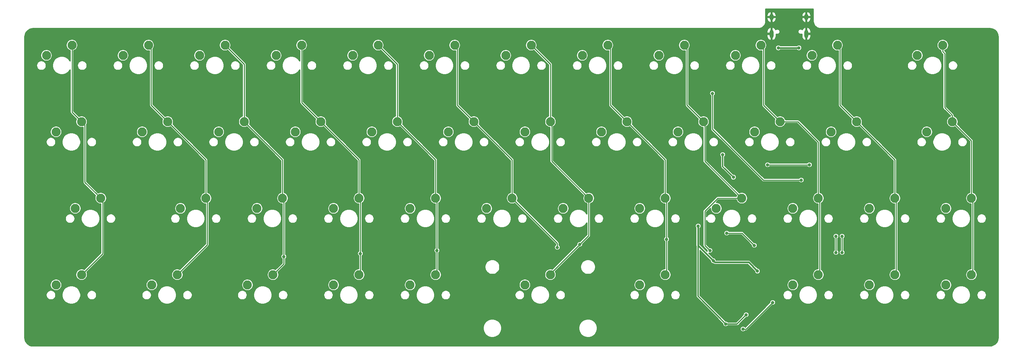
<source format=gbr>
G04 #@! TF.GenerationSoftware,KiCad,Pcbnew,(5.1.4)-1*
G04 #@! TF.CreationDate,2024-08-25T15:45:26-04:00*
G04 #@! TF.ProjectId,smolboi-pcb,736d6f6c-626f-4692-9d70-63622e6b6963,rev?*
G04 #@! TF.SameCoordinates,Original*
G04 #@! TF.FileFunction,Copper,L1,Top*
G04 #@! TF.FilePolarity,Positive*
%FSLAX46Y46*%
G04 Gerber Fmt 4.6, Leading zero omitted, Abs format (unit mm)*
G04 Created by KiCad (PCBNEW (5.1.4)-1) date 2024-08-25 15:45:26*
%MOMM*%
%LPD*%
G04 APERTURE LIST*
%ADD10C,2.250000*%
%ADD11O,1.000000X1.600000*%
%ADD12O,1.000000X2.100000*%
%ADD13C,0.800000*%
%ADD14C,0.300000*%
%ADD15C,0.381000*%
%ADD16C,0.250000*%
%ADD17C,0.304800*%
G04 APERTURE END LIST*
D10*
X347027500Y-63182500D03*
X340677500Y-65722500D03*
X289877500Y-101282500D03*
X283527500Y-103822500D03*
X220821250Y-101282500D03*
X214471250Y-103822500D03*
X197008750Y-101282500D03*
X190658750Y-103822500D03*
X173196250Y-101282500D03*
X166846250Y-103822500D03*
X177958750Y-82232500D03*
X171608750Y-84772500D03*
X389890000Y-63182500D03*
X383540000Y-65722500D03*
X173196250Y-63182500D03*
X166846250Y-65722500D03*
X387508750Y-44132500D03*
X381158750Y-46672500D03*
X223202500Y-82232500D03*
X216852500Y-84772500D03*
X261302500Y-101282500D03*
X254952500Y-103822500D03*
X394652500Y-101282500D03*
X388302500Y-103822500D03*
X375602500Y-101282500D03*
X369252500Y-103822500D03*
X356552500Y-101282500D03*
X350202500Y-103822500D03*
X318452500Y-101282500D03*
X312102500Y-103822500D03*
X242252500Y-101282500D03*
X235902500Y-103822500D03*
X394652500Y-82232500D03*
X388302500Y-84772500D03*
X375602500Y-82232500D03*
X369252500Y-84772500D03*
X356552500Y-82232500D03*
X350202500Y-84772500D03*
X337502500Y-82232500D03*
X331152500Y-84772500D03*
X318452500Y-82232500D03*
X312102500Y-84772500D03*
X299402500Y-82232500D03*
X293052500Y-84772500D03*
X280352500Y-82232500D03*
X274002500Y-84772500D03*
X261302500Y-82232500D03*
X254952500Y-84772500D03*
X242252500Y-82232500D03*
X235902500Y-84772500D03*
X204152500Y-82232500D03*
X197802500Y-84772500D03*
X366077500Y-63182500D03*
X359727500Y-65722500D03*
X327977500Y-63182500D03*
X321627500Y-65722500D03*
X308927500Y-63182500D03*
X302577500Y-65722500D03*
X289877500Y-63182500D03*
X283527500Y-65722500D03*
X270827500Y-63182500D03*
X264477500Y-65722500D03*
X251777500Y-63182500D03*
X245427500Y-65722500D03*
X232727500Y-63182500D03*
X226377500Y-65722500D03*
X213677500Y-63182500D03*
X207327500Y-65722500D03*
X194627500Y-63182500D03*
X188277500Y-65722500D03*
X361315000Y-44132500D03*
X354965000Y-46672500D03*
X342265000Y-44132500D03*
X335915000Y-46672500D03*
X323215000Y-44132500D03*
X316865000Y-46672500D03*
X304165000Y-44132500D03*
X297815000Y-46672500D03*
X285115000Y-44132500D03*
X278765000Y-46672500D03*
X266065000Y-44132500D03*
X259715000Y-46672500D03*
X247015000Y-44132500D03*
X240665000Y-46672500D03*
X227965000Y-44132500D03*
X221615000Y-46672500D03*
X208915000Y-44132500D03*
X202565000Y-46672500D03*
X189865000Y-44132500D03*
X183515000Y-46672500D03*
X170815000Y-44132500D03*
X164465000Y-46672500D03*
D11*
X353570000Y-37144000D03*
X344930000Y-37144000D03*
D12*
X353570000Y-41324000D03*
X344930000Y-41324000D03*
D13*
X351599500Y-48450500D03*
X347027500Y-48450500D03*
X345249500Y-47307500D03*
X344614500Y-53848000D03*
X337058000Y-76962000D03*
X334518000Y-71374000D03*
X330400000Y-97800000D03*
X341400000Y-100400000D03*
X326644000Y-89154000D03*
X332740000Y-71374000D03*
X335400000Y-77000000D03*
X333502000Y-113538000D03*
X338582000Y-111252000D03*
X352298000Y-77723988D03*
X330200000Y-56134006D03*
X362458000Y-91694000D03*
X362458000Y-95758000D03*
X354330000Y-73914000D03*
X343916000Y-73914000D03*
X360934000Y-95758000D03*
X360934000Y-91694000D03*
X333756000Y-90932000D03*
X340614000Y-93980000D03*
X337820000Y-114808000D03*
X345186016Y-108204000D03*
X346600000Y-44800000D03*
X351725000Y-44800000D03*
X223520000Y-96774000D03*
X242569992Y-96012000D03*
X261620000Y-95250000D03*
X291592000Y-94488000D03*
X297180000Y-93726000D03*
X318770000Y-92456000D03*
X329565000Y-95250000D03*
D14*
X351599500Y-48450500D02*
X347027500Y-48450500D01*
X345884500Y-47307500D02*
X347027500Y-48450500D01*
X345249500Y-47307500D02*
X345884500Y-47307500D01*
X347027500Y-48450500D02*
X347027500Y-51435000D01*
X347027500Y-51435000D02*
X344614500Y-53848000D01*
X334518000Y-74422000D02*
X337058000Y-76962000D01*
X334518000Y-71374000D02*
X334518000Y-74422000D01*
D15*
X339200000Y-98200000D02*
X341400000Y-100400000D01*
X330400000Y-97800000D02*
X330800000Y-98200000D01*
X330800000Y-98200000D02*
X339200000Y-98200000D01*
D14*
X326600000Y-105937500D02*
X326600000Y-91788675D01*
D15*
X330400000Y-97800000D02*
X326600000Y-94000000D01*
X326600000Y-94000000D02*
X326600000Y-91788675D01*
X326600000Y-89198000D02*
X326644000Y-89154000D01*
X326600000Y-91788675D02*
X326600000Y-89198000D01*
D14*
X332740000Y-74340000D02*
X335400000Y-77000000D01*
X332740000Y-71374000D02*
X332740000Y-74340000D01*
X326600000Y-105937500D02*
X326600000Y-106636000D01*
X326600000Y-106636000D02*
X333502000Y-113538000D01*
X333502000Y-113538000D02*
X336296000Y-113538000D01*
X336296000Y-113538000D02*
X338582000Y-111252000D01*
D16*
X330200000Y-56699691D02*
X330200000Y-56134006D01*
X330200000Y-65024000D02*
X330200000Y-56699691D01*
X342899988Y-77723988D02*
X330200000Y-65024000D01*
X352298000Y-77723988D02*
X346456012Y-77723988D01*
X346456012Y-77723988D02*
X342899988Y-77723988D01*
X362458000Y-95758000D02*
X362458000Y-91694000D01*
X354330000Y-73914000D02*
X343916000Y-73914000D01*
X360934000Y-95758000D02*
X360934000Y-91694000D01*
X340214001Y-93580001D02*
X340614000Y-93980000D01*
X337566000Y-90932000D02*
X340214001Y-93580001D01*
X333756000Y-90932000D02*
X337566000Y-90932000D01*
X338582016Y-114808000D02*
X345186016Y-108204000D01*
X337820000Y-114808000D02*
X338582016Y-114808000D01*
D15*
X351725000Y-44800000D02*
X346600000Y-44800000D01*
D16*
X170815000Y-60801250D02*
X173196250Y-63182500D01*
X170815000Y-44132500D02*
X170815000Y-60801250D01*
X176833751Y-81107501D02*
X177958750Y-82232500D01*
X173990000Y-78263750D02*
X176833751Y-81107501D01*
X173196250Y-63182500D02*
X173990000Y-63976250D01*
X173990000Y-63976250D02*
X173990000Y-78263750D01*
X178435000Y-96043750D02*
X173196250Y-101282500D01*
X177958750Y-82232500D02*
X178435000Y-82708750D01*
X178435000Y-82708750D02*
X178435000Y-96043750D01*
X190500000Y-59055000D02*
X194627500Y-63182500D01*
X189865000Y-44132500D02*
X190500000Y-44767500D01*
X190500000Y-44767500D02*
X190500000Y-59055000D01*
X204152500Y-72707500D02*
X204152500Y-82232500D01*
X194627500Y-63182500D02*
X204152500Y-72707500D01*
X204152500Y-82232500D02*
X204470000Y-82550000D01*
X204470000Y-82550000D02*
X204470000Y-93821250D01*
X204470000Y-93821250D02*
X197008750Y-101282500D01*
X223520000Y-82550000D02*
X223202500Y-82232500D01*
X220821250Y-101282500D02*
X223520000Y-98583750D01*
X223202500Y-72707500D02*
X213677500Y-63182500D01*
X223202500Y-82232500D02*
X223202500Y-72707500D01*
X213677500Y-48895000D02*
X208915000Y-44132500D01*
X213677500Y-63182500D02*
X213677500Y-48895000D01*
X223520000Y-97536000D02*
X223520000Y-82550000D01*
X223520000Y-98583750D02*
X223520000Y-97536000D01*
X227965000Y-58420000D02*
X232727500Y-63182500D01*
X227965000Y-44132500D02*
X227965000Y-58420000D01*
X242252500Y-72707500D02*
X242252500Y-82232500D01*
X232727500Y-63182500D02*
X242252500Y-72707500D01*
X242570000Y-100965000D02*
X242252500Y-101282500D01*
X242252500Y-82232500D02*
X242570000Y-82550000D01*
X242570000Y-82550000D02*
X242570000Y-97282000D01*
X242570000Y-97282000D02*
X242570000Y-100965000D01*
X261620000Y-82550000D02*
X261302500Y-82232500D01*
X261302500Y-101282500D02*
X261620000Y-100965000D01*
X261302500Y-72707500D02*
X251777500Y-63182500D01*
X261302500Y-82232500D02*
X261302500Y-72707500D01*
X251777500Y-48895000D02*
X247015000Y-44132500D01*
X251777500Y-63182500D02*
X251777500Y-48895000D01*
X261620000Y-100965000D02*
X261620000Y-96774000D01*
X261620000Y-96774000D02*
X261620000Y-82550000D01*
X266700000Y-59055000D02*
X270827500Y-63182500D01*
X266065000Y-44132500D02*
X266700000Y-44767500D01*
X266700000Y-44767500D02*
X266700000Y-59055000D01*
X280352500Y-72707500D02*
X280352500Y-82232500D01*
X270827500Y-63182500D02*
X280352500Y-72707500D01*
X291592000Y-93472000D02*
X280352500Y-82232500D01*
X291592000Y-94488000D02*
X291592000Y-93472000D01*
X290195000Y-63500000D02*
X289877500Y-63182500D01*
X299402500Y-82232500D02*
X290195000Y-73025000D01*
X290195000Y-73025000D02*
X290195000Y-63500000D01*
X289877500Y-48895000D02*
X285115000Y-44132500D01*
X289877500Y-63182500D02*
X289877500Y-48895000D01*
X299402500Y-91540490D02*
X299402500Y-82232500D01*
X289877500Y-101282500D02*
X289877500Y-101065490D01*
X289877500Y-101065490D02*
X299402500Y-91540490D01*
X304800000Y-59055000D02*
X308927500Y-63182500D01*
X304165000Y-44132500D02*
X304800000Y-44767500D01*
X304800000Y-44767500D02*
X304800000Y-59055000D01*
X318452500Y-72707500D02*
X318452500Y-82232500D01*
X308927500Y-63182500D02*
X318452500Y-72707500D01*
X318770000Y-100965000D02*
X318452500Y-101282500D01*
X318452500Y-82232500D02*
X318770000Y-82550000D01*
X318770000Y-82550000D02*
X318770000Y-94742000D01*
X318770000Y-94742000D02*
X318770000Y-100965000D01*
X323850000Y-59055000D02*
X327977500Y-63182500D01*
X323215000Y-44132500D02*
X323850000Y-44767500D01*
X323850000Y-44767500D02*
X323850000Y-59055000D01*
X328295000Y-73025000D02*
X337502500Y-82232500D01*
X327977500Y-63182500D02*
X328295000Y-63500000D01*
X328295000Y-63500000D02*
X328295000Y-73025000D01*
X331546498Y-82232500D02*
X328295000Y-85483998D01*
X337502500Y-82232500D02*
X331546498Y-82232500D01*
X328295000Y-85483998D02*
X328295000Y-93980000D01*
X328295000Y-93980000D02*
X329565000Y-95250000D01*
X356870000Y-82550000D02*
X356552500Y-82232500D01*
X356552500Y-101282500D02*
X356870000Y-100965000D01*
X356870000Y-100965000D02*
X356870000Y-82550000D01*
X342900000Y-59055000D02*
X347027500Y-63182500D01*
X342265000Y-44132500D02*
X342900000Y-44767500D01*
X342900000Y-44767500D02*
X342900000Y-59055000D01*
X356552500Y-68262500D02*
X356552500Y-82232500D01*
X347027500Y-63182500D02*
X351472500Y-63182500D01*
X351472500Y-63182500D02*
X356552500Y-68262500D01*
X361950000Y-59055000D02*
X366077500Y-63182500D01*
X361315000Y-44132500D02*
X361950000Y-44767500D01*
X361950000Y-44767500D02*
X361950000Y-59055000D01*
X375602500Y-72707500D02*
X375602500Y-82232500D01*
X366077500Y-63182500D02*
X375602500Y-72707500D01*
X375920000Y-100965000D02*
X375602500Y-101282500D01*
X375602500Y-82232500D02*
X375920000Y-82550000D01*
X375920000Y-82550000D02*
X375920000Y-100965000D01*
X394970000Y-82550000D02*
X394652500Y-82232500D01*
X394652500Y-101282500D02*
X394970000Y-100965000D01*
X394970000Y-100965000D02*
X394970000Y-82550000D01*
X394652500Y-67945000D02*
X389890000Y-63182500D01*
X394652500Y-82232500D02*
X394652500Y-67945000D01*
X387508750Y-45723490D02*
X387508750Y-44132500D01*
X387985000Y-46199740D02*
X387508750Y-45723490D01*
X387985000Y-59686510D02*
X387985000Y-46199740D01*
X389890000Y-63182500D02*
X389890000Y-61591510D01*
X389890000Y-61591510D02*
X387985000Y-59686510D01*
D17*
G36*
X355244801Y-38117443D02*
G01*
X355246370Y-38133375D01*
X355246301Y-38143275D01*
X355246785Y-38148211D01*
X355279170Y-38456339D01*
X355285644Y-38487878D01*
X355291676Y-38519499D01*
X355293109Y-38524246D01*
X355384727Y-38820217D01*
X355397214Y-38849923D01*
X355409263Y-38879744D01*
X355411591Y-38884123D01*
X355558952Y-39156661D01*
X355576945Y-39183336D01*
X355594582Y-39210288D01*
X355597716Y-39214132D01*
X355795207Y-39452857D01*
X355818039Y-39475530D01*
X355840576Y-39498544D01*
X355844397Y-39501705D01*
X356084495Y-39697523D01*
X356111313Y-39715341D01*
X356137872Y-39733526D01*
X356142234Y-39735885D01*
X356415794Y-39881340D01*
X356445591Y-39893621D01*
X356475150Y-39906290D01*
X356479887Y-39907757D01*
X356776489Y-39997306D01*
X356808066Y-40003558D01*
X356839559Y-40010252D01*
X356844491Y-40010771D01*
X357152838Y-40041005D01*
X357152847Y-40041005D01*
X357170057Y-40042700D01*
X399238875Y-40042700D01*
X399649449Y-40082958D01*
X400027670Y-40197149D01*
X400376506Y-40382628D01*
X400682676Y-40632336D01*
X400934511Y-40936752D01*
X401122420Y-41284283D01*
X401239251Y-41661701D01*
X401282300Y-42071291D01*
X401282301Y-116981365D01*
X401242042Y-117391949D01*
X401127850Y-117770172D01*
X400942372Y-118119006D01*
X400692667Y-118425174D01*
X400388251Y-118677009D01*
X400040717Y-118864920D01*
X399663299Y-118981751D01*
X399253709Y-119024800D01*
X161148625Y-119024800D01*
X160738051Y-118984542D01*
X160359828Y-118870350D01*
X160010994Y-118684872D01*
X159704826Y-118435167D01*
X159452991Y-118130751D01*
X159265080Y-117783217D01*
X159148249Y-117405799D01*
X159105200Y-116996209D01*
X159105200Y-114386410D01*
X273084950Y-114386410D01*
X273084950Y-114848590D01*
X273175117Y-115301891D01*
X273351986Y-115728890D01*
X273608760Y-116113179D01*
X273935571Y-116439990D01*
X274319860Y-116696764D01*
X274746859Y-116873633D01*
X275200160Y-116963800D01*
X275662340Y-116963800D01*
X276115641Y-116873633D01*
X276542640Y-116696764D01*
X276926929Y-116439990D01*
X277253740Y-116113179D01*
X277510514Y-115728890D01*
X277687383Y-115301891D01*
X277777550Y-114848590D01*
X277777550Y-114386410D01*
X296897450Y-114386410D01*
X296897450Y-114848590D01*
X296987617Y-115301891D01*
X297164486Y-115728890D01*
X297421260Y-116113179D01*
X297748071Y-116439990D01*
X298132360Y-116696764D01*
X298559359Y-116873633D01*
X299012660Y-116963800D01*
X299474840Y-116963800D01*
X299928141Y-116873633D01*
X300355140Y-116696764D01*
X300739429Y-116439990D01*
X301066240Y-116113179D01*
X301323014Y-115728890D01*
X301499883Y-115301891D01*
X301590050Y-114848590D01*
X301590050Y-114733895D01*
X337067600Y-114733895D01*
X337067600Y-114882105D01*
X337096514Y-115027467D01*
X337153231Y-115164395D01*
X337235572Y-115287627D01*
X337340373Y-115392428D01*
X337463605Y-115474769D01*
X337600533Y-115531486D01*
X337745895Y-115560400D01*
X337894105Y-115560400D01*
X338039467Y-115531486D01*
X338176395Y-115474769D01*
X338299627Y-115392428D01*
X338404428Y-115287627D01*
X338405916Y-115285400D01*
X338558581Y-115285400D01*
X338582016Y-115287708D01*
X338605451Y-115285400D01*
X338605461Y-115285400D01*
X338675603Y-115278492D01*
X338765593Y-115251193D01*
X338794481Y-115235752D01*
X338848528Y-115206864D01*
X338900275Y-115164395D01*
X338921221Y-115147205D01*
X338936169Y-115128991D01*
X345109284Y-108955877D01*
X345111911Y-108956400D01*
X345260121Y-108956400D01*
X345405483Y-108927486D01*
X345542411Y-108870769D01*
X345665643Y-108788428D01*
X345770444Y-108683627D01*
X345852785Y-108560395D01*
X345909502Y-108423467D01*
X345938416Y-108278105D01*
X345938416Y-108129895D01*
X345909502Y-107984533D01*
X345852785Y-107847605D01*
X345770444Y-107724373D01*
X345665643Y-107619572D01*
X345542411Y-107537231D01*
X345405483Y-107480514D01*
X345260121Y-107451600D01*
X345111911Y-107451600D01*
X344966549Y-107480514D01*
X344829621Y-107537231D01*
X344706389Y-107619572D01*
X344601588Y-107724373D01*
X344519247Y-107847605D01*
X344462530Y-107984533D01*
X344433616Y-108129895D01*
X344433616Y-108278105D01*
X344434139Y-108280732D01*
X338395463Y-114319408D01*
X338299627Y-114223572D01*
X338176395Y-114141231D01*
X338039467Y-114084514D01*
X337894105Y-114055600D01*
X337745895Y-114055600D01*
X337600533Y-114084514D01*
X337463605Y-114141231D01*
X337340373Y-114223572D01*
X337235572Y-114328373D01*
X337153231Y-114451605D01*
X337096514Y-114588533D01*
X337067600Y-114733895D01*
X301590050Y-114733895D01*
X301590050Y-114386410D01*
X301499883Y-113933109D01*
X301323014Y-113506110D01*
X301066240Y-113121821D01*
X300739429Y-112795010D01*
X300355140Y-112538236D01*
X299928141Y-112361367D01*
X299474840Y-112271200D01*
X299012660Y-112271200D01*
X298559359Y-112361367D01*
X298132360Y-112538236D01*
X297748071Y-112795010D01*
X297421260Y-113121821D01*
X297164486Y-113506110D01*
X296987617Y-113933109D01*
X296897450Y-114386410D01*
X277777550Y-114386410D01*
X277687383Y-113933109D01*
X277510514Y-113506110D01*
X277253740Y-113121821D01*
X276926929Y-112795010D01*
X276542640Y-112538236D01*
X276115641Y-112361367D01*
X275662340Y-112271200D01*
X275200160Y-112271200D01*
X274746859Y-112361367D01*
X274319860Y-112538236D01*
X273935571Y-112795010D01*
X273608760Y-113121821D01*
X273351986Y-113506110D01*
X273175117Y-113933109D01*
X273084950Y-114386410D01*
X159105200Y-114386410D01*
X159105200Y-106241612D01*
X164348850Y-106241612D01*
X164348850Y-106483388D01*
X164396018Y-106720519D01*
X164488542Y-106943892D01*
X164622866Y-107144922D01*
X164793828Y-107315884D01*
X164994858Y-107450208D01*
X165218231Y-107542732D01*
X165455362Y-107589900D01*
X165697138Y-107589900D01*
X165934269Y-107542732D01*
X166157642Y-107450208D01*
X166358672Y-107315884D01*
X166529634Y-107144922D01*
X166663958Y-106943892D01*
X166756482Y-106720519D01*
X166803650Y-106483388D01*
X166803650Y-106241612D01*
X166781730Y-106131410D01*
X168309950Y-106131410D01*
X168309950Y-106593590D01*
X168400117Y-107046891D01*
X168576986Y-107473890D01*
X168833760Y-107858179D01*
X169160571Y-108184990D01*
X169544860Y-108441764D01*
X169971859Y-108618633D01*
X170425160Y-108708800D01*
X170887340Y-108708800D01*
X171340641Y-108618633D01*
X171767640Y-108441764D01*
X172151929Y-108184990D01*
X172478740Y-107858179D01*
X172735514Y-107473890D01*
X172912383Y-107046891D01*
X173002550Y-106593590D01*
X173002550Y-106241612D01*
X174508850Y-106241612D01*
X174508850Y-106483388D01*
X174556018Y-106720519D01*
X174648542Y-106943892D01*
X174782866Y-107144922D01*
X174953828Y-107315884D01*
X175154858Y-107450208D01*
X175378231Y-107542732D01*
X175615362Y-107589900D01*
X175857138Y-107589900D01*
X176094269Y-107542732D01*
X176317642Y-107450208D01*
X176518672Y-107315884D01*
X176689634Y-107144922D01*
X176823958Y-106943892D01*
X176916482Y-106720519D01*
X176963650Y-106483388D01*
X176963650Y-106241612D01*
X188161350Y-106241612D01*
X188161350Y-106483388D01*
X188208518Y-106720519D01*
X188301042Y-106943892D01*
X188435366Y-107144922D01*
X188606328Y-107315884D01*
X188807358Y-107450208D01*
X189030731Y-107542732D01*
X189267862Y-107589900D01*
X189509638Y-107589900D01*
X189746769Y-107542732D01*
X189970142Y-107450208D01*
X190171172Y-107315884D01*
X190342134Y-107144922D01*
X190476458Y-106943892D01*
X190568982Y-106720519D01*
X190616150Y-106483388D01*
X190616150Y-106241612D01*
X190594230Y-106131410D01*
X192122450Y-106131410D01*
X192122450Y-106593590D01*
X192212617Y-107046891D01*
X192389486Y-107473890D01*
X192646260Y-107858179D01*
X192973071Y-108184990D01*
X193357360Y-108441764D01*
X193784359Y-108618633D01*
X194237660Y-108708800D01*
X194699840Y-108708800D01*
X195153141Y-108618633D01*
X195580140Y-108441764D01*
X195964429Y-108184990D01*
X196291240Y-107858179D01*
X196548014Y-107473890D01*
X196724883Y-107046891D01*
X196815050Y-106593590D01*
X196815050Y-106241612D01*
X198321350Y-106241612D01*
X198321350Y-106483388D01*
X198368518Y-106720519D01*
X198461042Y-106943892D01*
X198595366Y-107144922D01*
X198766328Y-107315884D01*
X198967358Y-107450208D01*
X199190731Y-107542732D01*
X199427862Y-107589900D01*
X199669638Y-107589900D01*
X199906769Y-107542732D01*
X200130142Y-107450208D01*
X200331172Y-107315884D01*
X200502134Y-107144922D01*
X200636458Y-106943892D01*
X200728982Y-106720519D01*
X200776150Y-106483388D01*
X200776150Y-106241612D01*
X211973850Y-106241612D01*
X211973850Y-106483388D01*
X212021018Y-106720519D01*
X212113542Y-106943892D01*
X212247866Y-107144922D01*
X212418828Y-107315884D01*
X212619858Y-107450208D01*
X212843231Y-107542732D01*
X213080362Y-107589900D01*
X213322138Y-107589900D01*
X213559269Y-107542732D01*
X213782642Y-107450208D01*
X213983672Y-107315884D01*
X214154634Y-107144922D01*
X214288958Y-106943892D01*
X214381482Y-106720519D01*
X214428650Y-106483388D01*
X214428650Y-106241612D01*
X214406730Y-106131410D01*
X215934950Y-106131410D01*
X215934950Y-106593590D01*
X216025117Y-107046891D01*
X216201986Y-107473890D01*
X216458760Y-107858179D01*
X216785571Y-108184990D01*
X217169860Y-108441764D01*
X217596859Y-108618633D01*
X218050160Y-108708800D01*
X218512340Y-108708800D01*
X218965641Y-108618633D01*
X219392640Y-108441764D01*
X219776929Y-108184990D01*
X220103740Y-107858179D01*
X220360514Y-107473890D01*
X220537383Y-107046891D01*
X220627550Y-106593590D01*
X220627550Y-106241612D01*
X222133850Y-106241612D01*
X222133850Y-106483388D01*
X222181018Y-106720519D01*
X222273542Y-106943892D01*
X222407866Y-107144922D01*
X222578828Y-107315884D01*
X222779858Y-107450208D01*
X223003231Y-107542732D01*
X223240362Y-107589900D01*
X223482138Y-107589900D01*
X223719269Y-107542732D01*
X223942642Y-107450208D01*
X224143672Y-107315884D01*
X224314634Y-107144922D01*
X224448958Y-106943892D01*
X224541482Y-106720519D01*
X224588650Y-106483388D01*
X224588650Y-106241612D01*
X233405100Y-106241612D01*
X233405100Y-106483388D01*
X233452268Y-106720519D01*
X233544792Y-106943892D01*
X233679116Y-107144922D01*
X233850078Y-107315884D01*
X234051108Y-107450208D01*
X234274481Y-107542732D01*
X234511612Y-107589900D01*
X234753388Y-107589900D01*
X234990519Y-107542732D01*
X235213892Y-107450208D01*
X235414922Y-107315884D01*
X235585884Y-107144922D01*
X235720208Y-106943892D01*
X235812732Y-106720519D01*
X235859900Y-106483388D01*
X235859900Y-106241612D01*
X235837980Y-106131410D01*
X237366200Y-106131410D01*
X237366200Y-106593590D01*
X237456367Y-107046891D01*
X237633236Y-107473890D01*
X237890010Y-107858179D01*
X238216821Y-108184990D01*
X238601110Y-108441764D01*
X239028109Y-108618633D01*
X239481410Y-108708800D01*
X239943590Y-108708800D01*
X240396891Y-108618633D01*
X240823890Y-108441764D01*
X241208179Y-108184990D01*
X241534990Y-107858179D01*
X241791764Y-107473890D01*
X241968633Y-107046891D01*
X242058800Y-106593590D01*
X242058800Y-106241612D01*
X243565100Y-106241612D01*
X243565100Y-106483388D01*
X243612268Y-106720519D01*
X243704792Y-106943892D01*
X243839116Y-107144922D01*
X244010078Y-107315884D01*
X244211108Y-107450208D01*
X244434481Y-107542732D01*
X244671612Y-107589900D01*
X244913388Y-107589900D01*
X245150519Y-107542732D01*
X245373892Y-107450208D01*
X245574922Y-107315884D01*
X245745884Y-107144922D01*
X245880208Y-106943892D01*
X245972732Y-106720519D01*
X246019900Y-106483388D01*
X246019900Y-106241612D01*
X252455100Y-106241612D01*
X252455100Y-106483388D01*
X252502268Y-106720519D01*
X252594792Y-106943892D01*
X252729116Y-107144922D01*
X252900078Y-107315884D01*
X253101108Y-107450208D01*
X253324481Y-107542732D01*
X253561612Y-107589900D01*
X253803388Y-107589900D01*
X254040519Y-107542732D01*
X254263892Y-107450208D01*
X254464922Y-107315884D01*
X254635884Y-107144922D01*
X254770208Y-106943892D01*
X254862732Y-106720519D01*
X254909900Y-106483388D01*
X254909900Y-106241612D01*
X254887980Y-106131410D01*
X256416200Y-106131410D01*
X256416200Y-106593590D01*
X256506367Y-107046891D01*
X256683236Y-107473890D01*
X256940010Y-107858179D01*
X257266821Y-108184990D01*
X257651110Y-108441764D01*
X258078109Y-108618633D01*
X258531410Y-108708800D01*
X258993590Y-108708800D01*
X259446891Y-108618633D01*
X259873890Y-108441764D01*
X260258179Y-108184990D01*
X260584990Y-107858179D01*
X260841764Y-107473890D01*
X261018633Y-107046891D01*
X261108800Y-106593590D01*
X261108800Y-106241612D01*
X262615100Y-106241612D01*
X262615100Y-106483388D01*
X262662268Y-106720519D01*
X262754792Y-106943892D01*
X262889116Y-107144922D01*
X263060078Y-107315884D01*
X263261108Y-107450208D01*
X263484481Y-107542732D01*
X263721612Y-107589900D01*
X263963388Y-107589900D01*
X264200519Y-107542732D01*
X264423892Y-107450208D01*
X264624922Y-107315884D01*
X264795884Y-107144922D01*
X264930208Y-106943892D01*
X265022732Y-106720519D01*
X265069900Y-106483388D01*
X265069900Y-106241612D01*
X281030100Y-106241612D01*
X281030100Y-106483388D01*
X281077268Y-106720519D01*
X281169792Y-106943892D01*
X281304116Y-107144922D01*
X281475078Y-107315884D01*
X281676108Y-107450208D01*
X281899481Y-107542732D01*
X282136612Y-107589900D01*
X282378388Y-107589900D01*
X282615519Y-107542732D01*
X282838892Y-107450208D01*
X283039922Y-107315884D01*
X283210884Y-107144922D01*
X283345208Y-106943892D01*
X283437732Y-106720519D01*
X283484900Y-106483388D01*
X283484900Y-106241612D01*
X283462980Y-106131410D01*
X284991200Y-106131410D01*
X284991200Y-106593590D01*
X285081367Y-107046891D01*
X285258236Y-107473890D01*
X285515010Y-107858179D01*
X285841821Y-108184990D01*
X286226110Y-108441764D01*
X286653109Y-108618633D01*
X287106410Y-108708800D01*
X287568590Y-108708800D01*
X288021891Y-108618633D01*
X288448890Y-108441764D01*
X288833179Y-108184990D01*
X289159990Y-107858179D01*
X289416764Y-107473890D01*
X289593633Y-107046891D01*
X289683800Y-106593590D01*
X289683800Y-106241612D01*
X291190100Y-106241612D01*
X291190100Y-106483388D01*
X291237268Y-106720519D01*
X291329792Y-106943892D01*
X291464116Y-107144922D01*
X291635078Y-107315884D01*
X291836108Y-107450208D01*
X292059481Y-107542732D01*
X292296612Y-107589900D01*
X292538388Y-107589900D01*
X292775519Y-107542732D01*
X292998892Y-107450208D01*
X293199922Y-107315884D01*
X293370884Y-107144922D01*
X293505208Y-106943892D01*
X293597732Y-106720519D01*
X293644900Y-106483388D01*
X293644900Y-106241612D01*
X309605100Y-106241612D01*
X309605100Y-106483388D01*
X309652268Y-106720519D01*
X309744792Y-106943892D01*
X309879116Y-107144922D01*
X310050078Y-107315884D01*
X310251108Y-107450208D01*
X310474481Y-107542732D01*
X310711612Y-107589900D01*
X310953388Y-107589900D01*
X311190519Y-107542732D01*
X311413892Y-107450208D01*
X311614922Y-107315884D01*
X311785884Y-107144922D01*
X311920208Y-106943892D01*
X312012732Y-106720519D01*
X312059900Y-106483388D01*
X312059900Y-106241612D01*
X312037980Y-106131410D01*
X313566200Y-106131410D01*
X313566200Y-106593590D01*
X313656367Y-107046891D01*
X313833236Y-107473890D01*
X314090010Y-107858179D01*
X314416821Y-108184990D01*
X314801110Y-108441764D01*
X315228109Y-108618633D01*
X315681410Y-108708800D01*
X316143590Y-108708800D01*
X316596891Y-108618633D01*
X317023890Y-108441764D01*
X317408179Y-108184990D01*
X317734990Y-107858179D01*
X317991764Y-107473890D01*
X318168633Y-107046891D01*
X318258800Y-106593590D01*
X318258800Y-106241612D01*
X319765100Y-106241612D01*
X319765100Y-106483388D01*
X319812268Y-106720519D01*
X319904792Y-106943892D01*
X320039116Y-107144922D01*
X320210078Y-107315884D01*
X320411108Y-107450208D01*
X320634481Y-107542732D01*
X320871612Y-107589900D01*
X321113388Y-107589900D01*
X321350519Y-107542732D01*
X321573892Y-107450208D01*
X321774922Y-107315884D01*
X321945884Y-107144922D01*
X322080208Y-106943892D01*
X322172732Y-106720519D01*
X322219900Y-106483388D01*
X322219900Y-106241612D01*
X322172732Y-106004481D01*
X322080208Y-105781108D01*
X321945884Y-105580078D01*
X321774922Y-105409116D01*
X321573892Y-105274792D01*
X321350519Y-105182268D01*
X321113388Y-105135100D01*
X320871612Y-105135100D01*
X320634481Y-105182268D01*
X320411108Y-105274792D01*
X320210078Y-105409116D01*
X320039116Y-105580078D01*
X319904792Y-105781108D01*
X319812268Y-106004481D01*
X319765100Y-106241612D01*
X318258800Y-106241612D01*
X318258800Y-106131410D01*
X318168633Y-105678109D01*
X317991764Y-105251110D01*
X317734990Y-104866821D01*
X317408179Y-104540010D01*
X317023890Y-104283236D01*
X316596891Y-104106367D01*
X316143590Y-104016200D01*
X315681410Y-104016200D01*
X315228109Y-104106367D01*
X314801110Y-104283236D01*
X314416821Y-104540010D01*
X314090010Y-104866821D01*
X313833236Y-105251110D01*
X313656367Y-105678109D01*
X313566200Y-106131410D01*
X312037980Y-106131410D01*
X312012732Y-106004481D01*
X311920208Y-105781108D01*
X311785884Y-105580078D01*
X311614922Y-105409116D01*
X311413892Y-105274792D01*
X311190519Y-105182268D01*
X310953388Y-105135100D01*
X310711612Y-105135100D01*
X310474481Y-105182268D01*
X310251108Y-105274792D01*
X310050078Y-105409116D01*
X309879116Y-105580078D01*
X309744792Y-105781108D01*
X309652268Y-106004481D01*
X309605100Y-106241612D01*
X293644900Y-106241612D01*
X293597732Y-106004481D01*
X293505208Y-105781108D01*
X293370884Y-105580078D01*
X293199922Y-105409116D01*
X292998892Y-105274792D01*
X292775519Y-105182268D01*
X292538388Y-105135100D01*
X292296612Y-105135100D01*
X292059481Y-105182268D01*
X291836108Y-105274792D01*
X291635078Y-105409116D01*
X291464116Y-105580078D01*
X291329792Y-105781108D01*
X291237268Y-106004481D01*
X291190100Y-106241612D01*
X289683800Y-106241612D01*
X289683800Y-106131410D01*
X289593633Y-105678109D01*
X289416764Y-105251110D01*
X289159990Y-104866821D01*
X288833179Y-104540010D01*
X288448890Y-104283236D01*
X288021891Y-104106367D01*
X287568590Y-104016200D01*
X287106410Y-104016200D01*
X286653109Y-104106367D01*
X286226110Y-104283236D01*
X285841821Y-104540010D01*
X285515010Y-104866821D01*
X285258236Y-105251110D01*
X285081367Y-105678109D01*
X284991200Y-106131410D01*
X283462980Y-106131410D01*
X283437732Y-106004481D01*
X283345208Y-105781108D01*
X283210884Y-105580078D01*
X283039922Y-105409116D01*
X282838892Y-105274792D01*
X282615519Y-105182268D01*
X282378388Y-105135100D01*
X282136612Y-105135100D01*
X281899481Y-105182268D01*
X281676108Y-105274792D01*
X281475078Y-105409116D01*
X281304116Y-105580078D01*
X281169792Y-105781108D01*
X281077268Y-106004481D01*
X281030100Y-106241612D01*
X265069900Y-106241612D01*
X265022732Y-106004481D01*
X264930208Y-105781108D01*
X264795884Y-105580078D01*
X264624922Y-105409116D01*
X264423892Y-105274792D01*
X264200519Y-105182268D01*
X263963388Y-105135100D01*
X263721612Y-105135100D01*
X263484481Y-105182268D01*
X263261108Y-105274792D01*
X263060078Y-105409116D01*
X262889116Y-105580078D01*
X262754792Y-105781108D01*
X262662268Y-106004481D01*
X262615100Y-106241612D01*
X261108800Y-106241612D01*
X261108800Y-106131410D01*
X261018633Y-105678109D01*
X260841764Y-105251110D01*
X260584990Y-104866821D01*
X260258179Y-104540010D01*
X259873890Y-104283236D01*
X259446891Y-104106367D01*
X258993590Y-104016200D01*
X258531410Y-104016200D01*
X258078109Y-104106367D01*
X257651110Y-104283236D01*
X257266821Y-104540010D01*
X256940010Y-104866821D01*
X256683236Y-105251110D01*
X256506367Y-105678109D01*
X256416200Y-106131410D01*
X254887980Y-106131410D01*
X254862732Y-106004481D01*
X254770208Y-105781108D01*
X254635884Y-105580078D01*
X254464922Y-105409116D01*
X254263892Y-105274792D01*
X254040519Y-105182268D01*
X253803388Y-105135100D01*
X253561612Y-105135100D01*
X253324481Y-105182268D01*
X253101108Y-105274792D01*
X252900078Y-105409116D01*
X252729116Y-105580078D01*
X252594792Y-105781108D01*
X252502268Y-106004481D01*
X252455100Y-106241612D01*
X246019900Y-106241612D01*
X245972732Y-106004481D01*
X245880208Y-105781108D01*
X245745884Y-105580078D01*
X245574922Y-105409116D01*
X245373892Y-105274792D01*
X245150519Y-105182268D01*
X244913388Y-105135100D01*
X244671612Y-105135100D01*
X244434481Y-105182268D01*
X244211108Y-105274792D01*
X244010078Y-105409116D01*
X243839116Y-105580078D01*
X243704792Y-105781108D01*
X243612268Y-106004481D01*
X243565100Y-106241612D01*
X242058800Y-106241612D01*
X242058800Y-106131410D01*
X241968633Y-105678109D01*
X241791764Y-105251110D01*
X241534990Y-104866821D01*
X241208179Y-104540010D01*
X240823890Y-104283236D01*
X240396891Y-104106367D01*
X239943590Y-104016200D01*
X239481410Y-104016200D01*
X239028109Y-104106367D01*
X238601110Y-104283236D01*
X238216821Y-104540010D01*
X237890010Y-104866821D01*
X237633236Y-105251110D01*
X237456367Y-105678109D01*
X237366200Y-106131410D01*
X235837980Y-106131410D01*
X235812732Y-106004481D01*
X235720208Y-105781108D01*
X235585884Y-105580078D01*
X235414922Y-105409116D01*
X235213892Y-105274792D01*
X234990519Y-105182268D01*
X234753388Y-105135100D01*
X234511612Y-105135100D01*
X234274481Y-105182268D01*
X234051108Y-105274792D01*
X233850078Y-105409116D01*
X233679116Y-105580078D01*
X233544792Y-105781108D01*
X233452268Y-106004481D01*
X233405100Y-106241612D01*
X224588650Y-106241612D01*
X224541482Y-106004481D01*
X224448958Y-105781108D01*
X224314634Y-105580078D01*
X224143672Y-105409116D01*
X223942642Y-105274792D01*
X223719269Y-105182268D01*
X223482138Y-105135100D01*
X223240362Y-105135100D01*
X223003231Y-105182268D01*
X222779858Y-105274792D01*
X222578828Y-105409116D01*
X222407866Y-105580078D01*
X222273542Y-105781108D01*
X222181018Y-106004481D01*
X222133850Y-106241612D01*
X220627550Y-106241612D01*
X220627550Y-106131410D01*
X220537383Y-105678109D01*
X220360514Y-105251110D01*
X220103740Y-104866821D01*
X219776929Y-104540010D01*
X219392640Y-104283236D01*
X218965641Y-104106367D01*
X218512340Y-104016200D01*
X218050160Y-104016200D01*
X217596859Y-104106367D01*
X217169860Y-104283236D01*
X216785571Y-104540010D01*
X216458760Y-104866821D01*
X216201986Y-105251110D01*
X216025117Y-105678109D01*
X215934950Y-106131410D01*
X214406730Y-106131410D01*
X214381482Y-106004481D01*
X214288958Y-105781108D01*
X214154634Y-105580078D01*
X213983672Y-105409116D01*
X213782642Y-105274792D01*
X213559269Y-105182268D01*
X213322138Y-105135100D01*
X213080362Y-105135100D01*
X212843231Y-105182268D01*
X212619858Y-105274792D01*
X212418828Y-105409116D01*
X212247866Y-105580078D01*
X212113542Y-105781108D01*
X212021018Y-106004481D01*
X211973850Y-106241612D01*
X200776150Y-106241612D01*
X200728982Y-106004481D01*
X200636458Y-105781108D01*
X200502134Y-105580078D01*
X200331172Y-105409116D01*
X200130142Y-105274792D01*
X199906769Y-105182268D01*
X199669638Y-105135100D01*
X199427862Y-105135100D01*
X199190731Y-105182268D01*
X198967358Y-105274792D01*
X198766328Y-105409116D01*
X198595366Y-105580078D01*
X198461042Y-105781108D01*
X198368518Y-106004481D01*
X198321350Y-106241612D01*
X196815050Y-106241612D01*
X196815050Y-106131410D01*
X196724883Y-105678109D01*
X196548014Y-105251110D01*
X196291240Y-104866821D01*
X195964429Y-104540010D01*
X195580140Y-104283236D01*
X195153141Y-104106367D01*
X194699840Y-104016200D01*
X194237660Y-104016200D01*
X193784359Y-104106367D01*
X193357360Y-104283236D01*
X192973071Y-104540010D01*
X192646260Y-104866821D01*
X192389486Y-105251110D01*
X192212617Y-105678109D01*
X192122450Y-106131410D01*
X190594230Y-106131410D01*
X190568982Y-106004481D01*
X190476458Y-105781108D01*
X190342134Y-105580078D01*
X190171172Y-105409116D01*
X189970142Y-105274792D01*
X189746769Y-105182268D01*
X189509638Y-105135100D01*
X189267862Y-105135100D01*
X189030731Y-105182268D01*
X188807358Y-105274792D01*
X188606328Y-105409116D01*
X188435366Y-105580078D01*
X188301042Y-105781108D01*
X188208518Y-106004481D01*
X188161350Y-106241612D01*
X176963650Y-106241612D01*
X176916482Y-106004481D01*
X176823958Y-105781108D01*
X176689634Y-105580078D01*
X176518672Y-105409116D01*
X176317642Y-105274792D01*
X176094269Y-105182268D01*
X175857138Y-105135100D01*
X175615362Y-105135100D01*
X175378231Y-105182268D01*
X175154858Y-105274792D01*
X174953828Y-105409116D01*
X174782866Y-105580078D01*
X174648542Y-105781108D01*
X174556018Y-106004481D01*
X174508850Y-106241612D01*
X173002550Y-106241612D01*
X173002550Y-106131410D01*
X172912383Y-105678109D01*
X172735514Y-105251110D01*
X172478740Y-104866821D01*
X172151929Y-104540010D01*
X171767640Y-104283236D01*
X171340641Y-104106367D01*
X170887340Y-104016200D01*
X170425160Y-104016200D01*
X169971859Y-104106367D01*
X169544860Y-104283236D01*
X169160571Y-104540010D01*
X168833760Y-104866821D01*
X168576986Y-105251110D01*
X168400117Y-105678109D01*
X168309950Y-106131410D01*
X166781730Y-106131410D01*
X166756482Y-106004481D01*
X166663958Y-105781108D01*
X166529634Y-105580078D01*
X166358672Y-105409116D01*
X166157642Y-105274792D01*
X165934269Y-105182268D01*
X165697138Y-105135100D01*
X165455362Y-105135100D01*
X165218231Y-105182268D01*
X164994858Y-105274792D01*
X164793828Y-105409116D01*
X164622866Y-105580078D01*
X164488542Y-105781108D01*
X164396018Y-106004481D01*
X164348850Y-106241612D01*
X159105200Y-106241612D01*
X159105200Y-103676989D01*
X165368850Y-103676989D01*
X165368850Y-103968011D01*
X165425625Y-104253442D01*
X165536995Y-104522312D01*
X165698678Y-104764288D01*
X165904462Y-104970072D01*
X166146438Y-105131755D01*
X166415308Y-105243125D01*
X166700739Y-105299900D01*
X166991761Y-105299900D01*
X167277192Y-105243125D01*
X167546062Y-105131755D01*
X167788038Y-104970072D01*
X167993822Y-104764288D01*
X168155505Y-104522312D01*
X168266875Y-104253442D01*
X168323650Y-103968011D01*
X168323650Y-103676989D01*
X189181350Y-103676989D01*
X189181350Y-103968011D01*
X189238125Y-104253442D01*
X189349495Y-104522312D01*
X189511178Y-104764288D01*
X189716962Y-104970072D01*
X189958938Y-105131755D01*
X190227808Y-105243125D01*
X190513239Y-105299900D01*
X190804261Y-105299900D01*
X191089692Y-105243125D01*
X191358562Y-105131755D01*
X191600538Y-104970072D01*
X191806322Y-104764288D01*
X191968005Y-104522312D01*
X192079375Y-104253442D01*
X192136150Y-103968011D01*
X192136150Y-103676989D01*
X212993850Y-103676989D01*
X212993850Y-103968011D01*
X213050625Y-104253442D01*
X213161995Y-104522312D01*
X213323678Y-104764288D01*
X213529462Y-104970072D01*
X213771438Y-105131755D01*
X214040308Y-105243125D01*
X214325739Y-105299900D01*
X214616761Y-105299900D01*
X214902192Y-105243125D01*
X215171062Y-105131755D01*
X215413038Y-104970072D01*
X215618822Y-104764288D01*
X215780505Y-104522312D01*
X215891875Y-104253442D01*
X215948650Y-103968011D01*
X215948650Y-103676989D01*
X234425100Y-103676989D01*
X234425100Y-103968011D01*
X234481875Y-104253442D01*
X234593245Y-104522312D01*
X234754928Y-104764288D01*
X234960712Y-104970072D01*
X235202688Y-105131755D01*
X235471558Y-105243125D01*
X235756989Y-105299900D01*
X236048011Y-105299900D01*
X236333442Y-105243125D01*
X236602312Y-105131755D01*
X236844288Y-104970072D01*
X237050072Y-104764288D01*
X237211755Y-104522312D01*
X237323125Y-104253442D01*
X237379900Y-103968011D01*
X237379900Y-103676989D01*
X253475100Y-103676989D01*
X253475100Y-103968011D01*
X253531875Y-104253442D01*
X253643245Y-104522312D01*
X253804928Y-104764288D01*
X254010712Y-104970072D01*
X254252688Y-105131755D01*
X254521558Y-105243125D01*
X254806989Y-105299900D01*
X255098011Y-105299900D01*
X255383442Y-105243125D01*
X255652312Y-105131755D01*
X255894288Y-104970072D01*
X256100072Y-104764288D01*
X256261755Y-104522312D01*
X256373125Y-104253442D01*
X256429900Y-103968011D01*
X256429900Y-103676989D01*
X282050100Y-103676989D01*
X282050100Y-103968011D01*
X282106875Y-104253442D01*
X282218245Y-104522312D01*
X282379928Y-104764288D01*
X282585712Y-104970072D01*
X282827688Y-105131755D01*
X283096558Y-105243125D01*
X283381989Y-105299900D01*
X283673011Y-105299900D01*
X283958442Y-105243125D01*
X284227312Y-105131755D01*
X284469288Y-104970072D01*
X284675072Y-104764288D01*
X284836755Y-104522312D01*
X284948125Y-104253442D01*
X285004900Y-103968011D01*
X285004900Y-103676989D01*
X310625100Y-103676989D01*
X310625100Y-103968011D01*
X310681875Y-104253442D01*
X310793245Y-104522312D01*
X310954928Y-104764288D01*
X311160712Y-104970072D01*
X311402688Y-105131755D01*
X311671558Y-105243125D01*
X311956989Y-105299900D01*
X312248011Y-105299900D01*
X312533442Y-105243125D01*
X312802312Y-105131755D01*
X313044288Y-104970072D01*
X313250072Y-104764288D01*
X313411755Y-104522312D01*
X313523125Y-104253442D01*
X313579900Y-103968011D01*
X313579900Y-103676989D01*
X313523125Y-103391558D01*
X313411755Y-103122688D01*
X313250072Y-102880712D01*
X313044288Y-102674928D01*
X312802312Y-102513245D01*
X312533442Y-102401875D01*
X312248011Y-102345100D01*
X311956989Y-102345100D01*
X311671558Y-102401875D01*
X311402688Y-102513245D01*
X311160712Y-102674928D01*
X310954928Y-102880712D01*
X310793245Y-103122688D01*
X310681875Y-103391558D01*
X310625100Y-103676989D01*
X285004900Y-103676989D01*
X284948125Y-103391558D01*
X284836755Y-103122688D01*
X284675072Y-102880712D01*
X284469288Y-102674928D01*
X284227312Y-102513245D01*
X283958442Y-102401875D01*
X283673011Y-102345100D01*
X283381989Y-102345100D01*
X283096558Y-102401875D01*
X282827688Y-102513245D01*
X282585712Y-102674928D01*
X282379928Y-102880712D01*
X282218245Y-103122688D01*
X282106875Y-103391558D01*
X282050100Y-103676989D01*
X256429900Y-103676989D01*
X256373125Y-103391558D01*
X256261755Y-103122688D01*
X256100072Y-102880712D01*
X255894288Y-102674928D01*
X255652312Y-102513245D01*
X255383442Y-102401875D01*
X255098011Y-102345100D01*
X254806989Y-102345100D01*
X254521558Y-102401875D01*
X254252688Y-102513245D01*
X254010712Y-102674928D01*
X253804928Y-102880712D01*
X253643245Y-103122688D01*
X253531875Y-103391558D01*
X253475100Y-103676989D01*
X237379900Y-103676989D01*
X237323125Y-103391558D01*
X237211755Y-103122688D01*
X237050072Y-102880712D01*
X236844288Y-102674928D01*
X236602312Y-102513245D01*
X236333442Y-102401875D01*
X236048011Y-102345100D01*
X235756989Y-102345100D01*
X235471558Y-102401875D01*
X235202688Y-102513245D01*
X234960712Y-102674928D01*
X234754928Y-102880712D01*
X234593245Y-103122688D01*
X234481875Y-103391558D01*
X234425100Y-103676989D01*
X215948650Y-103676989D01*
X215891875Y-103391558D01*
X215780505Y-103122688D01*
X215618822Y-102880712D01*
X215413038Y-102674928D01*
X215171062Y-102513245D01*
X214902192Y-102401875D01*
X214616761Y-102345100D01*
X214325739Y-102345100D01*
X214040308Y-102401875D01*
X213771438Y-102513245D01*
X213529462Y-102674928D01*
X213323678Y-102880712D01*
X213161995Y-103122688D01*
X213050625Y-103391558D01*
X212993850Y-103676989D01*
X192136150Y-103676989D01*
X192079375Y-103391558D01*
X191968005Y-103122688D01*
X191806322Y-102880712D01*
X191600538Y-102674928D01*
X191358562Y-102513245D01*
X191089692Y-102401875D01*
X190804261Y-102345100D01*
X190513239Y-102345100D01*
X190227808Y-102401875D01*
X189958938Y-102513245D01*
X189716962Y-102674928D01*
X189511178Y-102880712D01*
X189349495Y-103122688D01*
X189238125Y-103391558D01*
X189181350Y-103676989D01*
X168323650Y-103676989D01*
X168266875Y-103391558D01*
X168155505Y-103122688D01*
X167993822Y-102880712D01*
X167788038Y-102674928D01*
X167546062Y-102513245D01*
X167277192Y-102401875D01*
X166991761Y-102345100D01*
X166700739Y-102345100D01*
X166415308Y-102401875D01*
X166146438Y-102513245D01*
X165904462Y-102674928D01*
X165698678Y-102880712D01*
X165536995Y-103122688D01*
X165425625Y-103391558D01*
X165368850Y-103676989D01*
X159105200Y-103676989D01*
X159105200Y-87191612D01*
X169111350Y-87191612D01*
X169111350Y-87433388D01*
X169158518Y-87670519D01*
X169251042Y-87893892D01*
X169385366Y-88094922D01*
X169556328Y-88265884D01*
X169757358Y-88400208D01*
X169980731Y-88492732D01*
X170217862Y-88539900D01*
X170459638Y-88539900D01*
X170696769Y-88492732D01*
X170920142Y-88400208D01*
X171121172Y-88265884D01*
X171292134Y-88094922D01*
X171426458Y-87893892D01*
X171518982Y-87670519D01*
X171566150Y-87433388D01*
X171566150Y-87191612D01*
X171544230Y-87081410D01*
X173072450Y-87081410D01*
X173072450Y-87543590D01*
X173162617Y-87996891D01*
X173339486Y-88423890D01*
X173596260Y-88808179D01*
X173923071Y-89134990D01*
X174307360Y-89391764D01*
X174734359Y-89568633D01*
X175187660Y-89658800D01*
X175649840Y-89658800D01*
X176103141Y-89568633D01*
X176530140Y-89391764D01*
X176914429Y-89134990D01*
X177241240Y-88808179D01*
X177498014Y-88423890D01*
X177674883Y-87996891D01*
X177765050Y-87543590D01*
X177765050Y-87081410D01*
X177674883Y-86628109D01*
X177498014Y-86201110D01*
X177241240Y-85816821D01*
X176914429Y-85490010D01*
X176530140Y-85233236D01*
X176103141Y-85056367D01*
X175649840Y-84966200D01*
X175187660Y-84966200D01*
X174734359Y-85056367D01*
X174307360Y-85233236D01*
X173923071Y-85490010D01*
X173596260Y-85816821D01*
X173339486Y-86201110D01*
X173162617Y-86628109D01*
X173072450Y-87081410D01*
X171544230Y-87081410D01*
X171518982Y-86954481D01*
X171426458Y-86731108D01*
X171292134Y-86530078D01*
X171121172Y-86359116D01*
X170920142Y-86224792D01*
X170696769Y-86132268D01*
X170459638Y-86085100D01*
X170217862Y-86085100D01*
X169980731Y-86132268D01*
X169757358Y-86224792D01*
X169556328Y-86359116D01*
X169385366Y-86530078D01*
X169251042Y-86731108D01*
X169158518Y-86954481D01*
X169111350Y-87191612D01*
X159105200Y-87191612D01*
X159105200Y-84626989D01*
X170131350Y-84626989D01*
X170131350Y-84918011D01*
X170188125Y-85203442D01*
X170299495Y-85472312D01*
X170461178Y-85714288D01*
X170666962Y-85920072D01*
X170908938Y-86081755D01*
X171177808Y-86193125D01*
X171463239Y-86249900D01*
X171754261Y-86249900D01*
X172039692Y-86193125D01*
X172308562Y-86081755D01*
X172550538Y-85920072D01*
X172756322Y-85714288D01*
X172918005Y-85472312D01*
X173029375Y-85203442D01*
X173086150Y-84918011D01*
X173086150Y-84626989D01*
X173029375Y-84341558D01*
X172918005Y-84072688D01*
X172756322Y-83830712D01*
X172550538Y-83624928D01*
X172308562Y-83463245D01*
X172039692Y-83351875D01*
X171754261Y-83295100D01*
X171463239Y-83295100D01*
X171177808Y-83351875D01*
X170908938Y-83463245D01*
X170666962Y-83624928D01*
X170461178Y-83830712D01*
X170299495Y-84072688D01*
X170188125Y-84341558D01*
X170131350Y-84626989D01*
X159105200Y-84626989D01*
X159105200Y-68141612D01*
X164348850Y-68141612D01*
X164348850Y-68383388D01*
X164396018Y-68620519D01*
X164488542Y-68843892D01*
X164622866Y-69044922D01*
X164793828Y-69215884D01*
X164994858Y-69350208D01*
X165218231Y-69442732D01*
X165455362Y-69489900D01*
X165697138Y-69489900D01*
X165934269Y-69442732D01*
X166157642Y-69350208D01*
X166358672Y-69215884D01*
X166529634Y-69044922D01*
X166663958Y-68843892D01*
X166756482Y-68620519D01*
X166803650Y-68383388D01*
X166803650Y-68141612D01*
X166781730Y-68031410D01*
X168309950Y-68031410D01*
X168309950Y-68493590D01*
X168400117Y-68946891D01*
X168576986Y-69373890D01*
X168833760Y-69758179D01*
X169160571Y-70084990D01*
X169544860Y-70341764D01*
X169971859Y-70518633D01*
X170425160Y-70608800D01*
X170887340Y-70608800D01*
X171340641Y-70518633D01*
X171767640Y-70341764D01*
X172151929Y-70084990D01*
X172478740Y-69758179D01*
X172735514Y-69373890D01*
X172912383Y-68946891D01*
X173002550Y-68493590D01*
X173002550Y-68031410D01*
X172912383Y-67578109D01*
X172735514Y-67151110D01*
X172478740Y-66766821D01*
X172151929Y-66440010D01*
X171767640Y-66183236D01*
X171340641Y-66006367D01*
X170887340Y-65916200D01*
X170425160Y-65916200D01*
X169971859Y-66006367D01*
X169544860Y-66183236D01*
X169160571Y-66440010D01*
X168833760Y-66766821D01*
X168576986Y-67151110D01*
X168400117Y-67578109D01*
X168309950Y-68031410D01*
X166781730Y-68031410D01*
X166756482Y-67904481D01*
X166663958Y-67681108D01*
X166529634Y-67480078D01*
X166358672Y-67309116D01*
X166157642Y-67174792D01*
X165934269Y-67082268D01*
X165697138Y-67035100D01*
X165455362Y-67035100D01*
X165218231Y-67082268D01*
X164994858Y-67174792D01*
X164793828Y-67309116D01*
X164622866Y-67480078D01*
X164488542Y-67681108D01*
X164396018Y-67904481D01*
X164348850Y-68141612D01*
X159105200Y-68141612D01*
X159105200Y-65576989D01*
X165368850Y-65576989D01*
X165368850Y-65868011D01*
X165425625Y-66153442D01*
X165536995Y-66422312D01*
X165698678Y-66664288D01*
X165904462Y-66870072D01*
X166146438Y-67031755D01*
X166415308Y-67143125D01*
X166700739Y-67199900D01*
X166991761Y-67199900D01*
X167277192Y-67143125D01*
X167546062Y-67031755D01*
X167788038Y-66870072D01*
X167993822Y-66664288D01*
X168155505Y-66422312D01*
X168266875Y-66153442D01*
X168323650Y-65868011D01*
X168323650Y-65576989D01*
X168266875Y-65291558D01*
X168155505Y-65022688D01*
X167993822Y-64780712D01*
X167788038Y-64574928D01*
X167546062Y-64413245D01*
X167277192Y-64301875D01*
X166991761Y-64245100D01*
X166700739Y-64245100D01*
X166415308Y-64301875D01*
X166146438Y-64413245D01*
X165904462Y-64574928D01*
X165698678Y-64780712D01*
X165536995Y-65022688D01*
X165425625Y-65291558D01*
X165368850Y-65576989D01*
X159105200Y-65576989D01*
X159105200Y-49091612D01*
X161967600Y-49091612D01*
X161967600Y-49333388D01*
X162014768Y-49570519D01*
X162107292Y-49793892D01*
X162241616Y-49994922D01*
X162412578Y-50165884D01*
X162613608Y-50300208D01*
X162836981Y-50392732D01*
X163074112Y-50439900D01*
X163315888Y-50439900D01*
X163553019Y-50392732D01*
X163776392Y-50300208D01*
X163977422Y-50165884D01*
X164148384Y-49994922D01*
X164282708Y-49793892D01*
X164375232Y-49570519D01*
X164422400Y-49333388D01*
X164422400Y-49091612D01*
X164400480Y-48981410D01*
X165928700Y-48981410D01*
X165928700Y-49443590D01*
X166018867Y-49896891D01*
X166195736Y-50323890D01*
X166452510Y-50708179D01*
X166779321Y-51034990D01*
X167163610Y-51291764D01*
X167590609Y-51468633D01*
X168043910Y-51558800D01*
X168506090Y-51558800D01*
X168959391Y-51468633D01*
X169386390Y-51291764D01*
X169770679Y-51034990D01*
X170097490Y-50708179D01*
X170337600Y-50348829D01*
X170337601Y-60777805D01*
X170335292Y-60801250D01*
X170344509Y-60894836D01*
X170371807Y-60984826D01*
X170416136Y-61067762D01*
X170460850Y-61122244D01*
X170460853Y-61122247D01*
X170475796Y-61140455D01*
X170494004Y-61155398D01*
X171867751Y-62529146D01*
X171775625Y-62751558D01*
X171718850Y-63036989D01*
X171718850Y-63328011D01*
X171775625Y-63613442D01*
X171886995Y-63882312D01*
X172048678Y-64124288D01*
X172254462Y-64330072D01*
X172496438Y-64491755D01*
X172765308Y-64603125D01*
X173050739Y-64659900D01*
X173341761Y-64659900D01*
X173512600Y-64625918D01*
X173512601Y-78240305D01*
X173510292Y-78263750D01*
X173519509Y-78357336D01*
X173546807Y-78447326D01*
X173591136Y-78530262D01*
X173635850Y-78584744D01*
X173635853Y-78584747D01*
X173650796Y-78602955D01*
X173669004Y-78617898D01*
X176512756Y-81461651D01*
X176512761Y-81461655D01*
X176630251Y-81579146D01*
X176538125Y-81801558D01*
X176481350Y-82086989D01*
X176481350Y-82378011D01*
X176538125Y-82663442D01*
X176649495Y-82932312D01*
X176811178Y-83174288D01*
X177016962Y-83380072D01*
X177258938Y-83541755D01*
X177527808Y-83653125D01*
X177813239Y-83709900D01*
X177957600Y-83709900D01*
X177957601Y-95846004D01*
X173849604Y-99954002D01*
X173627192Y-99861875D01*
X173341761Y-99805100D01*
X173050739Y-99805100D01*
X172765308Y-99861875D01*
X172496438Y-99973245D01*
X172254462Y-100134928D01*
X172048678Y-100340712D01*
X171886995Y-100582688D01*
X171775625Y-100851558D01*
X171718850Y-101136989D01*
X171718850Y-101428011D01*
X171775625Y-101713442D01*
X171886995Y-101982312D01*
X172048678Y-102224288D01*
X172254462Y-102430072D01*
X172496438Y-102591755D01*
X172765308Y-102703125D01*
X173050739Y-102759900D01*
X173341761Y-102759900D01*
X173627192Y-102703125D01*
X173896062Y-102591755D01*
X174138038Y-102430072D01*
X174343822Y-102224288D01*
X174505505Y-101982312D01*
X174616875Y-101713442D01*
X174673650Y-101428011D01*
X174673650Y-101136989D01*
X174616875Y-100851558D01*
X174524748Y-100629146D01*
X178755997Y-96397898D01*
X178774205Y-96382955D01*
X178807465Y-96342428D01*
X178833863Y-96310263D01*
X178878193Y-96227327D01*
X178905492Y-96137337D01*
X178912400Y-96067195D01*
X178912400Y-96067183D01*
X178914708Y-96043751D01*
X178912400Y-96020319D01*
X178912400Y-87191612D01*
X179271350Y-87191612D01*
X179271350Y-87433388D01*
X179318518Y-87670519D01*
X179411042Y-87893892D01*
X179545366Y-88094922D01*
X179716328Y-88265884D01*
X179917358Y-88400208D01*
X180140731Y-88492732D01*
X180377862Y-88539900D01*
X180619638Y-88539900D01*
X180856769Y-88492732D01*
X181080142Y-88400208D01*
X181281172Y-88265884D01*
X181452134Y-88094922D01*
X181586458Y-87893892D01*
X181678982Y-87670519D01*
X181726150Y-87433388D01*
X181726150Y-87191612D01*
X195305100Y-87191612D01*
X195305100Y-87433388D01*
X195352268Y-87670519D01*
X195444792Y-87893892D01*
X195579116Y-88094922D01*
X195750078Y-88265884D01*
X195951108Y-88400208D01*
X196174481Y-88492732D01*
X196411612Y-88539900D01*
X196653388Y-88539900D01*
X196890519Y-88492732D01*
X197113892Y-88400208D01*
X197314922Y-88265884D01*
X197485884Y-88094922D01*
X197620208Y-87893892D01*
X197712732Y-87670519D01*
X197759900Y-87433388D01*
X197759900Y-87191612D01*
X197737980Y-87081410D01*
X199266200Y-87081410D01*
X199266200Y-87543590D01*
X199356367Y-87996891D01*
X199533236Y-88423890D01*
X199790010Y-88808179D01*
X200116821Y-89134990D01*
X200501110Y-89391764D01*
X200928109Y-89568633D01*
X201381410Y-89658800D01*
X201843590Y-89658800D01*
X202296891Y-89568633D01*
X202723890Y-89391764D01*
X203108179Y-89134990D01*
X203434990Y-88808179D01*
X203691764Y-88423890D01*
X203868633Y-87996891D01*
X203958800Y-87543590D01*
X203958800Y-87081410D01*
X203868633Y-86628109D01*
X203691764Y-86201110D01*
X203434990Y-85816821D01*
X203108179Y-85490010D01*
X202723890Y-85233236D01*
X202296891Y-85056367D01*
X201843590Y-84966200D01*
X201381410Y-84966200D01*
X200928109Y-85056367D01*
X200501110Y-85233236D01*
X200116821Y-85490010D01*
X199790010Y-85816821D01*
X199533236Y-86201110D01*
X199356367Y-86628109D01*
X199266200Y-87081410D01*
X197737980Y-87081410D01*
X197712732Y-86954481D01*
X197620208Y-86731108D01*
X197485884Y-86530078D01*
X197314922Y-86359116D01*
X197113892Y-86224792D01*
X196890519Y-86132268D01*
X196653388Y-86085100D01*
X196411612Y-86085100D01*
X196174481Y-86132268D01*
X195951108Y-86224792D01*
X195750078Y-86359116D01*
X195579116Y-86530078D01*
X195444792Y-86731108D01*
X195352268Y-86954481D01*
X195305100Y-87191612D01*
X181726150Y-87191612D01*
X181678982Y-86954481D01*
X181586458Y-86731108D01*
X181452134Y-86530078D01*
X181281172Y-86359116D01*
X181080142Y-86224792D01*
X180856769Y-86132268D01*
X180619638Y-86085100D01*
X180377862Y-86085100D01*
X180140731Y-86132268D01*
X179917358Y-86224792D01*
X179716328Y-86359116D01*
X179545366Y-86530078D01*
X179411042Y-86731108D01*
X179318518Y-86954481D01*
X179271350Y-87191612D01*
X178912400Y-87191612D01*
X178912400Y-84626989D01*
X196325100Y-84626989D01*
X196325100Y-84918011D01*
X196381875Y-85203442D01*
X196493245Y-85472312D01*
X196654928Y-85714288D01*
X196860712Y-85920072D01*
X197102688Y-86081755D01*
X197371558Y-86193125D01*
X197656989Y-86249900D01*
X197948011Y-86249900D01*
X198233442Y-86193125D01*
X198502312Y-86081755D01*
X198744288Y-85920072D01*
X198950072Y-85714288D01*
X199111755Y-85472312D01*
X199223125Y-85203442D01*
X199279900Y-84918011D01*
X199279900Y-84626989D01*
X199223125Y-84341558D01*
X199111755Y-84072688D01*
X198950072Y-83830712D01*
X198744288Y-83624928D01*
X198502312Y-83463245D01*
X198233442Y-83351875D01*
X197948011Y-83295100D01*
X197656989Y-83295100D01*
X197371558Y-83351875D01*
X197102688Y-83463245D01*
X196860712Y-83624928D01*
X196654928Y-83830712D01*
X196493245Y-84072688D01*
X196381875Y-84341558D01*
X196325100Y-84626989D01*
X178912400Y-84626989D01*
X178912400Y-83368210D01*
X179106322Y-83174288D01*
X179268005Y-82932312D01*
X179379375Y-82663442D01*
X179436150Y-82378011D01*
X179436150Y-82086989D01*
X179379375Y-81801558D01*
X179268005Y-81532688D01*
X179106322Y-81290712D01*
X178900538Y-81084928D01*
X178658562Y-80923245D01*
X178389692Y-80811875D01*
X178104261Y-80755100D01*
X177813239Y-80755100D01*
X177527808Y-80811875D01*
X177305396Y-80904001D01*
X177187905Y-80786511D01*
X177187901Y-80786506D01*
X174467400Y-78066006D01*
X174467400Y-68141612D01*
X174508850Y-68141612D01*
X174508850Y-68383388D01*
X174556018Y-68620519D01*
X174648542Y-68843892D01*
X174782866Y-69044922D01*
X174953828Y-69215884D01*
X175154858Y-69350208D01*
X175378231Y-69442732D01*
X175615362Y-69489900D01*
X175857138Y-69489900D01*
X176094269Y-69442732D01*
X176317642Y-69350208D01*
X176518672Y-69215884D01*
X176689634Y-69044922D01*
X176823958Y-68843892D01*
X176916482Y-68620519D01*
X176963650Y-68383388D01*
X176963650Y-68141612D01*
X185780100Y-68141612D01*
X185780100Y-68383388D01*
X185827268Y-68620519D01*
X185919792Y-68843892D01*
X186054116Y-69044922D01*
X186225078Y-69215884D01*
X186426108Y-69350208D01*
X186649481Y-69442732D01*
X186886612Y-69489900D01*
X187128388Y-69489900D01*
X187365519Y-69442732D01*
X187588892Y-69350208D01*
X187789922Y-69215884D01*
X187960884Y-69044922D01*
X188095208Y-68843892D01*
X188187732Y-68620519D01*
X188234900Y-68383388D01*
X188234900Y-68141612D01*
X188212980Y-68031410D01*
X189741200Y-68031410D01*
X189741200Y-68493590D01*
X189831367Y-68946891D01*
X190008236Y-69373890D01*
X190265010Y-69758179D01*
X190591821Y-70084990D01*
X190976110Y-70341764D01*
X191403109Y-70518633D01*
X191856410Y-70608800D01*
X192318590Y-70608800D01*
X192771891Y-70518633D01*
X193198890Y-70341764D01*
X193583179Y-70084990D01*
X193909990Y-69758179D01*
X194166764Y-69373890D01*
X194343633Y-68946891D01*
X194433800Y-68493590D01*
X194433800Y-68141612D01*
X195940100Y-68141612D01*
X195940100Y-68383388D01*
X195987268Y-68620519D01*
X196079792Y-68843892D01*
X196214116Y-69044922D01*
X196385078Y-69215884D01*
X196586108Y-69350208D01*
X196809481Y-69442732D01*
X197046612Y-69489900D01*
X197288388Y-69489900D01*
X197525519Y-69442732D01*
X197748892Y-69350208D01*
X197949922Y-69215884D01*
X198120884Y-69044922D01*
X198255208Y-68843892D01*
X198347732Y-68620519D01*
X198394900Y-68383388D01*
X198394900Y-68141612D01*
X198347732Y-67904481D01*
X198255208Y-67681108D01*
X198120884Y-67480078D01*
X197949922Y-67309116D01*
X197748892Y-67174792D01*
X197525519Y-67082268D01*
X197288388Y-67035100D01*
X197046612Y-67035100D01*
X196809481Y-67082268D01*
X196586108Y-67174792D01*
X196385078Y-67309116D01*
X196214116Y-67480078D01*
X196079792Y-67681108D01*
X195987268Y-67904481D01*
X195940100Y-68141612D01*
X194433800Y-68141612D01*
X194433800Y-68031410D01*
X194343633Y-67578109D01*
X194166764Y-67151110D01*
X193909990Y-66766821D01*
X193583179Y-66440010D01*
X193198890Y-66183236D01*
X192771891Y-66006367D01*
X192318590Y-65916200D01*
X191856410Y-65916200D01*
X191403109Y-66006367D01*
X190976110Y-66183236D01*
X190591821Y-66440010D01*
X190265010Y-66766821D01*
X190008236Y-67151110D01*
X189831367Y-67578109D01*
X189741200Y-68031410D01*
X188212980Y-68031410D01*
X188187732Y-67904481D01*
X188095208Y-67681108D01*
X187960884Y-67480078D01*
X187789922Y-67309116D01*
X187588892Y-67174792D01*
X187365519Y-67082268D01*
X187128388Y-67035100D01*
X186886612Y-67035100D01*
X186649481Y-67082268D01*
X186426108Y-67174792D01*
X186225078Y-67309116D01*
X186054116Y-67480078D01*
X185919792Y-67681108D01*
X185827268Y-67904481D01*
X185780100Y-68141612D01*
X176963650Y-68141612D01*
X176916482Y-67904481D01*
X176823958Y-67681108D01*
X176689634Y-67480078D01*
X176518672Y-67309116D01*
X176317642Y-67174792D01*
X176094269Y-67082268D01*
X175857138Y-67035100D01*
X175615362Y-67035100D01*
X175378231Y-67082268D01*
X175154858Y-67174792D01*
X174953828Y-67309116D01*
X174782866Y-67480078D01*
X174648542Y-67681108D01*
X174556018Y-67904481D01*
X174508850Y-68141612D01*
X174467400Y-68141612D01*
X174467400Y-65576989D01*
X186800100Y-65576989D01*
X186800100Y-65868011D01*
X186856875Y-66153442D01*
X186968245Y-66422312D01*
X187129928Y-66664288D01*
X187335712Y-66870072D01*
X187577688Y-67031755D01*
X187846558Y-67143125D01*
X188131989Y-67199900D01*
X188423011Y-67199900D01*
X188708442Y-67143125D01*
X188977312Y-67031755D01*
X189219288Y-66870072D01*
X189425072Y-66664288D01*
X189586755Y-66422312D01*
X189698125Y-66153442D01*
X189754900Y-65868011D01*
X189754900Y-65576989D01*
X189698125Y-65291558D01*
X189586755Y-65022688D01*
X189425072Y-64780712D01*
X189219288Y-64574928D01*
X188977312Y-64413245D01*
X188708442Y-64301875D01*
X188423011Y-64245100D01*
X188131989Y-64245100D01*
X187846558Y-64301875D01*
X187577688Y-64413245D01*
X187335712Y-64574928D01*
X187129928Y-64780712D01*
X186968245Y-65022688D01*
X186856875Y-65291558D01*
X186800100Y-65576989D01*
X174467400Y-65576989D01*
X174467400Y-63999684D01*
X174469708Y-63976249D01*
X174467400Y-63952814D01*
X174467400Y-63952805D01*
X174466244Y-63941070D01*
X174505505Y-63882312D01*
X174616875Y-63613442D01*
X174673650Y-63328011D01*
X174673650Y-63036989D01*
X174616875Y-62751558D01*
X174505505Y-62482688D01*
X174343822Y-62240712D01*
X174138038Y-62034928D01*
X173896062Y-61873245D01*
X173627192Y-61761875D01*
X173341761Y-61705100D01*
X173050739Y-61705100D01*
X172765308Y-61761875D01*
X172542896Y-61854001D01*
X171292400Y-60603506D01*
X171292400Y-49091612D01*
X172127600Y-49091612D01*
X172127600Y-49333388D01*
X172174768Y-49570519D01*
X172267292Y-49793892D01*
X172401616Y-49994922D01*
X172572578Y-50165884D01*
X172773608Y-50300208D01*
X172996981Y-50392732D01*
X173234112Y-50439900D01*
X173475888Y-50439900D01*
X173713019Y-50392732D01*
X173936392Y-50300208D01*
X174137422Y-50165884D01*
X174308384Y-49994922D01*
X174442708Y-49793892D01*
X174535232Y-49570519D01*
X174582400Y-49333388D01*
X174582400Y-49091612D01*
X181017600Y-49091612D01*
X181017600Y-49333388D01*
X181064768Y-49570519D01*
X181157292Y-49793892D01*
X181291616Y-49994922D01*
X181462578Y-50165884D01*
X181663608Y-50300208D01*
X181886981Y-50392732D01*
X182124112Y-50439900D01*
X182365888Y-50439900D01*
X182603019Y-50392732D01*
X182826392Y-50300208D01*
X183027422Y-50165884D01*
X183198384Y-49994922D01*
X183332708Y-49793892D01*
X183425232Y-49570519D01*
X183472400Y-49333388D01*
X183472400Y-49091612D01*
X183450480Y-48981410D01*
X184978700Y-48981410D01*
X184978700Y-49443590D01*
X185068867Y-49896891D01*
X185245736Y-50323890D01*
X185502510Y-50708179D01*
X185829321Y-51034990D01*
X186213610Y-51291764D01*
X186640609Y-51468633D01*
X187093910Y-51558800D01*
X187556090Y-51558800D01*
X188009391Y-51468633D01*
X188436390Y-51291764D01*
X188820679Y-51034990D01*
X189147490Y-50708179D01*
X189404264Y-50323890D01*
X189581133Y-49896891D01*
X189671300Y-49443590D01*
X189671300Y-48981410D01*
X189581133Y-48528109D01*
X189404264Y-48101110D01*
X189147490Y-47716821D01*
X188820679Y-47390010D01*
X188436390Y-47133236D01*
X188009391Y-46956367D01*
X187556090Y-46866200D01*
X187093910Y-46866200D01*
X186640609Y-46956367D01*
X186213610Y-47133236D01*
X185829321Y-47390010D01*
X185502510Y-47716821D01*
X185245736Y-48101110D01*
X185068867Y-48528109D01*
X184978700Y-48981410D01*
X183450480Y-48981410D01*
X183425232Y-48854481D01*
X183332708Y-48631108D01*
X183198384Y-48430078D01*
X183027422Y-48259116D01*
X182826392Y-48124792D01*
X182603019Y-48032268D01*
X182365888Y-47985100D01*
X182124112Y-47985100D01*
X181886981Y-48032268D01*
X181663608Y-48124792D01*
X181462578Y-48259116D01*
X181291616Y-48430078D01*
X181157292Y-48631108D01*
X181064768Y-48854481D01*
X181017600Y-49091612D01*
X174582400Y-49091612D01*
X174535232Y-48854481D01*
X174442708Y-48631108D01*
X174308384Y-48430078D01*
X174137422Y-48259116D01*
X173936392Y-48124792D01*
X173713019Y-48032268D01*
X173475888Y-47985100D01*
X173234112Y-47985100D01*
X172996981Y-48032268D01*
X172773608Y-48124792D01*
X172572578Y-48259116D01*
X172401616Y-48430078D01*
X172267292Y-48631108D01*
X172174768Y-48854481D01*
X172127600Y-49091612D01*
X171292400Y-49091612D01*
X171292400Y-46526989D01*
X182037600Y-46526989D01*
X182037600Y-46818011D01*
X182094375Y-47103442D01*
X182205745Y-47372312D01*
X182367428Y-47614288D01*
X182573212Y-47820072D01*
X182815188Y-47981755D01*
X183084058Y-48093125D01*
X183369489Y-48149900D01*
X183660511Y-48149900D01*
X183945942Y-48093125D01*
X184214812Y-47981755D01*
X184456788Y-47820072D01*
X184662572Y-47614288D01*
X184824255Y-47372312D01*
X184935625Y-47103442D01*
X184992400Y-46818011D01*
X184992400Y-46526989D01*
X184935625Y-46241558D01*
X184824255Y-45972688D01*
X184662572Y-45730712D01*
X184456788Y-45524928D01*
X184214812Y-45363245D01*
X183945942Y-45251875D01*
X183660511Y-45195100D01*
X183369489Y-45195100D01*
X183084058Y-45251875D01*
X182815188Y-45363245D01*
X182573212Y-45524928D01*
X182367428Y-45730712D01*
X182205745Y-45972688D01*
X182094375Y-46241558D01*
X182037600Y-46526989D01*
X171292400Y-46526989D01*
X171292400Y-45533881D01*
X171514812Y-45441755D01*
X171756788Y-45280072D01*
X171962572Y-45074288D01*
X172124255Y-44832312D01*
X172235625Y-44563442D01*
X172292400Y-44278011D01*
X172292400Y-43986989D01*
X188387600Y-43986989D01*
X188387600Y-44278011D01*
X188444375Y-44563442D01*
X188555745Y-44832312D01*
X188717428Y-45074288D01*
X188923212Y-45280072D01*
X189165188Y-45441755D01*
X189434058Y-45553125D01*
X189719489Y-45609900D01*
X190010511Y-45609900D01*
X190022600Y-45607495D01*
X190022601Y-59031555D01*
X190020292Y-59055000D01*
X190029509Y-59148586D01*
X190056807Y-59238576D01*
X190101136Y-59321512D01*
X190145850Y-59375994D01*
X190145853Y-59375997D01*
X190160796Y-59394205D01*
X190179004Y-59409148D01*
X193299001Y-62529146D01*
X193206875Y-62751558D01*
X193150100Y-63036989D01*
X193150100Y-63328011D01*
X193206875Y-63613442D01*
X193318245Y-63882312D01*
X193479928Y-64124288D01*
X193685712Y-64330072D01*
X193927688Y-64491755D01*
X194196558Y-64603125D01*
X194481989Y-64659900D01*
X194773011Y-64659900D01*
X195058442Y-64603125D01*
X195280854Y-64510998D01*
X203675100Y-72905245D01*
X203675101Y-80831118D01*
X203452688Y-80923245D01*
X203210712Y-81084928D01*
X203004928Y-81290712D01*
X202843245Y-81532688D01*
X202731875Y-81801558D01*
X202675100Y-82086989D01*
X202675100Y-82378011D01*
X202731875Y-82663442D01*
X202843245Y-82932312D01*
X203004928Y-83174288D01*
X203210712Y-83380072D01*
X203452688Y-83541755D01*
X203721558Y-83653125D01*
X203992600Y-83707038D01*
X203992601Y-93623504D01*
X197662104Y-99954002D01*
X197439692Y-99861875D01*
X197154261Y-99805100D01*
X196863239Y-99805100D01*
X196577808Y-99861875D01*
X196308938Y-99973245D01*
X196066962Y-100134928D01*
X195861178Y-100340712D01*
X195699495Y-100582688D01*
X195588125Y-100851558D01*
X195531350Y-101136989D01*
X195531350Y-101428011D01*
X195588125Y-101713442D01*
X195699495Y-101982312D01*
X195861178Y-102224288D01*
X196066962Y-102430072D01*
X196308938Y-102591755D01*
X196577808Y-102703125D01*
X196863239Y-102759900D01*
X197154261Y-102759900D01*
X197439692Y-102703125D01*
X197708562Y-102591755D01*
X197950538Y-102430072D01*
X198156322Y-102224288D01*
X198318005Y-101982312D01*
X198429375Y-101713442D01*
X198486150Y-101428011D01*
X198486150Y-101136989D01*
X198429375Y-100851558D01*
X198337248Y-100629146D01*
X204790997Y-94175398D01*
X204809205Y-94160455D01*
X204832882Y-94131605D01*
X204868864Y-94087763D01*
X204913193Y-94004827D01*
X204920724Y-93980000D01*
X204940492Y-93914837D01*
X204947400Y-93844695D01*
X204947400Y-93844685D01*
X204949708Y-93821250D01*
X204947400Y-93797815D01*
X204947400Y-87191612D01*
X205465100Y-87191612D01*
X205465100Y-87433388D01*
X205512268Y-87670519D01*
X205604792Y-87893892D01*
X205739116Y-88094922D01*
X205910078Y-88265884D01*
X206111108Y-88400208D01*
X206334481Y-88492732D01*
X206571612Y-88539900D01*
X206813388Y-88539900D01*
X207050519Y-88492732D01*
X207273892Y-88400208D01*
X207474922Y-88265884D01*
X207645884Y-88094922D01*
X207780208Y-87893892D01*
X207872732Y-87670519D01*
X207919900Y-87433388D01*
X207919900Y-87191612D01*
X214355100Y-87191612D01*
X214355100Y-87433388D01*
X214402268Y-87670519D01*
X214494792Y-87893892D01*
X214629116Y-88094922D01*
X214800078Y-88265884D01*
X215001108Y-88400208D01*
X215224481Y-88492732D01*
X215461612Y-88539900D01*
X215703388Y-88539900D01*
X215940519Y-88492732D01*
X216163892Y-88400208D01*
X216364922Y-88265884D01*
X216535884Y-88094922D01*
X216670208Y-87893892D01*
X216762732Y-87670519D01*
X216809900Y-87433388D01*
X216809900Y-87191612D01*
X216787980Y-87081410D01*
X218316200Y-87081410D01*
X218316200Y-87543590D01*
X218406367Y-87996891D01*
X218583236Y-88423890D01*
X218840010Y-88808179D01*
X219166821Y-89134990D01*
X219551110Y-89391764D01*
X219978109Y-89568633D01*
X220431410Y-89658800D01*
X220893590Y-89658800D01*
X221346891Y-89568633D01*
X221773890Y-89391764D01*
X222158179Y-89134990D01*
X222484990Y-88808179D01*
X222741764Y-88423890D01*
X222918633Y-87996891D01*
X223008800Y-87543590D01*
X223008800Y-87081410D01*
X222918633Y-86628109D01*
X222741764Y-86201110D01*
X222484990Y-85816821D01*
X222158179Y-85490010D01*
X221773890Y-85233236D01*
X221346891Y-85056367D01*
X220893590Y-84966200D01*
X220431410Y-84966200D01*
X219978109Y-85056367D01*
X219551110Y-85233236D01*
X219166821Y-85490010D01*
X218840010Y-85816821D01*
X218583236Y-86201110D01*
X218406367Y-86628109D01*
X218316200Y-87081410D01*
X216787980Y-87081410D01*
X216762732Y-86954481D01*
X216670208Y-86731108D01*
X216535884Y-86530078D01*
X216364922Y-86359116D01*
X216163892Y-86224792D01*
X215940519Y-86132268D01*
X215703388Y-86085100D01*
X215461612Y-86085100D01*
X215224481Y-86132268D01*
X215001108Y-86224792D01*
X214800078Y-86359116D01*
X214629116Y-86530078D01*
X214494792Y-86731108D01*
X214402268Y-86954481D01*
X214355100Y-87191612D01*
X207919900Y-87191612D01*
X207872732Y-86954481D01*
X207780208Y-86731108D01*
X207645884Y-86530078D01*
X207474922Y-86359116D01*
X207273892Y-86224792D01*
X207050519Y-86132268D01*
X206813388Y-86085100D01*
X206571612Y-86085100D01*
X206334481Y-86132268D01*
X206111108Y-86224792D01*
X205910078Y-86359116D01*
X205739116Y-86530078D01*
X205604792Y-86731108D01*
X205512268Y-86954481D01*
X205465100Y-87191612D01*
X204947400Y-87191612D01*
X204947400Y-84626989D01*
X215375100Y-84626989D01*
X215375100Y-84918011D01*
X215431875Y-85203442D01*
X215543245Y-85472312D01*
X215704928Y-85714288D01*
X215910712Y-85920072D01*
X216152688Y-86081755D01*
X216421558Y-86193125D01*
X216706989Y-86249900D01*
X216998011Y-86249900D01*
X217283442Y-86193125D01*
X217552312Y-86081755D01*
X217794288Y-85920072D01*
X218000072Y-85714288D01*
X218161755Y-85472312D01*
X218273125Y-85203442D01*
X218329900Y-84918011D01*
X218329900Y-84626989D01*
X218273125Y-84341558D01*
X218161755Y-84072688D01*
X218000072Y-83830712D01*
X217794288Y-83624928D01*
X217552312Y-83463245D01*
X217283442Y-83351875D01*
X216998011Y-83295100D01*
X216706989Y-83295100D01*
X216421558Y-83351875D01*
X216152688Y-83463245D01*
X215910712Y-83624928D01*
X215704928Y-83830712D01*
X215543245Y-84072688D01*
X215431875Y-84341558D01*
X215375100Y-84626989D01*
X204947400Y-84626989D01*
X204947400Y-83478219D01*
X205094288Y-83380072D01*
X205300072Y-83174288D01*
X205461755Y-82932312D01*
X205573125Y-82663442D01*
X205629900Y-82378011D01*
X205629900Y-82086989D01*
X205573125Y-81801558D01*
X205461755Y-81532688D01*
X205300072Y-81290712D01*
X205094288Y-81084928D01*
X204852312Y-80923245D01*
X204629900Y-80831119D01*
X204629900Y-72730934D01*
X204632208Y-72707499D01*
X204629900Y-72684064D01*
X204629900Y-72684055D01*
X204622992Y-72613913D01*
X204595693Y-72523923D01*
X204551363Y-72440987D01*
X204506650Y-72386505D01*
X204506648Y-72386503D01*
X204491705Y-72368295D01*
X204473497Y-72353352D01*
X200261757Y-68141612D01*
X204830100Y-68141612D01*
X204830100Y-68383388D01*
X204877268Y-68620519D01*
X204969792Y-68843892D01*
X205104116Y-69044922D01*
X205275078Y-69215884D01*
X205476108Y-69350208D01*
X205699481Y-69442732D01*
X205936612Y-69489900D01*
X206178388Y-69489900D01*
X206415519Y-69442732D01*
X206638892Y-69350208D01*
X206839922Y-69215884D01*
X207010884Y-69044922D01*
X207145208Y-68843892D01*
X207237732Y-68620519D01*
X207284900Y-68383388D01*
X207284900Y-68141612D01*
X207262980Y-68031410D01*
X208791200Y-68031410D01*
X208791200Y-68493590D01*
X208881367Y-68946891D01*
X209058236Y-69373890D01*
X209315010Y-69758179D01*
X209641821Y-70084990D01*
X210026110Y-70341764D01*
X210453109Y-70518633D01*
X210906410Y-70608800D01*
X211368590Y-70608800D01*
X211821891Y-70518633D01*
X212248890Y-70341764D01*
X212633179Y-70084990D01*
X212959990Y-69758179D01*
X213216764Y-69373890D01*
X213393633Y-68946891D01*
X213483800Y-68493590D01*
X213483800Y-68141612D01*
X214990100Y-68141612D01*
X214990100Y-68383388D01*
X215037268Y-68620519D01*
X215129792Y-68843892D01*
X215264116Y-69044922D01*
X215435078Y-69215884D01*
X215636108Y-69350208D01*
X215859481Y-69442732D01*
X216096612Y-69489900D01*
X216338388Y-69489900D01*
X216575519Y-69442732D01*
X216798892Y-69350208D01*
X216999922Y-69215884D01*
X217170884Y-69044922D01*
X217305208Y-68843892D01*
X217397732Y-68620519D01*
X217444900Y-68383388D01*
X217444900Y-68141612D01*
X217397732Y-67904481D01*
X217305208Y-67681108D01*
X217170884Y-67480078D01*
X216999922Y-67309116D01*
X216798892Y-67174792D01*
X216575519Y-67082268D01*
X216338388Y-67035100D01*
X216096612Y-67035100D01*
X215859481Y-67082268D01*
X215636108Y-67174792D01*
X215435078Y-67309116D01*
X215264116Y-67480078D01*
X215129792Y-67681108D01*
X215037268Y-67904481D01*
X214990100Y-68141612D01*
X213483800Y-68141612D01*
X213483800Y-68031410D01*
X213393633Y-67578109D01*
X213216764Y-67151110D01*
X212959990Y-66766821D01*
X212633179Y-66440010D01*
X212248890Y-66183236D01*
X211821891Y-66006367D01*
X211368590Y-65916200D01*
X210906410Y-65916200D01*
X210453109Y-66006367D01*
X210026110Y-66183236D01*
X209641821Y-66440010D01*
X209315010Y-66766821D01*
X209058236Y-67151110D01*
X208881367Y-67578109D01*
X208791200Y-68031410D01*
X207262980Y-68031410D01*
X207237732Y-67904481D01*
X207145208Y-67681108D01*
X207010884Y-67480078D01*
X206839922Y-67309116D01*
X206638892Y-67174792D01*
X206415519Y-67082268D01*
X206178388Y-67035100D01*
X205936612Y-67035100D01*
X205699481Y-67082268D01*
X205476108Y-67174792D01*
X205275078Y-67309116D01*
X205104116Y-67480078D01*
X204969792Y-67681108D01*
X204877268Y-67904481D01*
X204830100Y-68141612D01*
X200261757Y-68141612D01*
X197697134Y-65576989D01*
X205850100Y-65576989D01*
X205850100Y-65868011D01*
X205906875Y-66153442D01*
X206018245Y-66422312D01*
X206179928Y-66664288D01*
X206385712Y-66870072D01*
X206627688Y-67031755D01*
X206896558Y-67143125D01*
X207181989Y-67199900D01*
X207473011Y-67199900D01*
X207758442Y-67143125D01*
X208027312Y-67031755D01*
X208269288Y-66870072D01*
X208475072Y-66664288D01*
X208636755Y-66422312D01*
X208748125Y-66153442D01*
X208804900Y-65868011D01*
X208804900Y-65576989D01*
X208748125Y-65291558D01*
X208636755Y-65022688D01*
X208475072Y-64780712D01*
X208269288Y-64574928D01*
X208027312Y-64413245D01*
X207758442Y-64301875D01*
X207473011Y-64245100D01*
X207181989Y-64245100D01*
X206896558Y-64301875D01*
X206627688Y-64413245D01*
X206385712Y-64574928D01*
X206179928Y-64780712D01*
X206018245Y-65022688D01*
X205906875Y-65291558D01*
X205850100Y-65576989D01*
X197697134Y-65576989D01*
X195955998Y-63835854D01*
X196048125Y-63613442D01*
X196104900Y-63328011D01*
X196104900Y-63036989D01*
X196048125Y-62751558D01*
X195936755Y-62482688D01*
X195775072Y-62240712D01*
X195569288Y-62034928D01*
X195327312Y-61873245D01*
X195058442Y-61761875D01*
X194773011Y-61705100D01*
X194481989Y-61705100D01*
X194196558Y-61761875D01*
X193974146Y-61854001D01*
X190977400Y-58857256D01*
X190977400Y-49091612D01*
X191177600Y-49091612D01*
X191177600Y-49333388D01*
X191224768Y-49570519D01*
X191317292Y-49793892D01*
X191451616Y-49994922D01*
X191622578Y-50165884D01*
X191823608Y-50300208D01*
X192046981Y-50392732D01*
X192284112Y-50439900D01*
X192525888Y-50439900D01*
X192763019Y-50392732D01*
X192986392Y-50300208D01*
X193187422Y-50165884D01*
X193358384Y-49994922D01*
X193492708Y-49793892D01*
X193585232Y-49570519D01*
X193632400Y-49333388D01*
X193632400Y-49091612D01*
X200067600Y-49091612D01*
X200067600Y-49333388D01*
X200114768Y-49570519D01*
X200207292Y-49793892D01*
X200341616Y-49994922D01*
X200512578Y-50165884D01*
X200713608Y-50300208D01*
X200936981Y-50392732D01*
X201174112Y-50439900D01*
X201415888Y-50439900D01*
X201653019Y-50392732D01*
X201876392Y-50300208D01*
X202077422Y-50165884D01*
X202248384Y-49994922D01*
X202382708Y-49793892D01*
X202475232Y-49570519D01*
X202522400Y-49333388D01*
X202522400Y-49091612D01*
X202500480Y-48981410D01*
X204028700Y-48981410D01*
X204028700Y-49443590D01*
X204118867Y-49896891D01*
X204295736Y-50323890D01*
X204552510Y-50708179D01*
X204879321Y-51034990D01*
X205263610Y-51291764D01*
X205690609Y-51468633D01*
X206143910Y-51558800D01*
X206606090Y-51558800D01*
X207059391Y-51468633D01*
X207486390Y-51291764D01*
X207870679Y-51034990D01*
X208197490Y-50708179D01*
X208454264Y-50323890D01*
X208631133Y-49896891D01*
X208721300Y-49443590D01*
X208721300Y-49091612D01*
X210227600Y-49091612D01*
X210227600Y-49333388D01*
X210274768Y-49570519D01*
X210367292Y-49793892D01*
X210501616Y-49994922D01*
X210672578Y-50165884D01*
X210873608Y-50300208D01*
X211096981Y-50392732D01*
X211334112Y-50439900D01*
X211575888Y-50439900D01*
X211813019Y-50392732D01*
X212036392Y-50300208D01*
X212237422Y-50165884D01*
X212408384Y-49994922D01*
X212542708Y-49793892D01*
X212635232Y-49570519D01*
X212682400Y-49333388D01*
X212682400Y-49091612D01*
X212635232Y-48854481D01*
X212542708Y-48631108D01*
X212408384Y-48430078D01*
X212237422Y-48259116D01*
X212036392Y-48124792D01*
X211813019Y-48032268D01*
X211575888Y-47985100D01*
X211334112Y-47985100D01*
X211096981Y-48032268D01*
X210873608Y-48124792D01*
X210672578Y-48259116D01*
X210501616Y-48430078D01*
X210367292Y-48631108D01*
X210274768Y-48854481D01*
X210227600Y-49091612D01*
X208721300Y-49091612D01*
X208721300Y-48981410D01*
X208631133Y-48528109D01*
X208454264Y-48101110D01*
X208197490Y-47716821D01*
X207870679Y-47390010D01*
X207486390Y-47133236D01*
X207059391Y-46956367D01*
X206606090Y-46866200D01*
X206143910Y-46866200D01*
X205690609Y-46956367D01*
X205263610Y-47133236D01*
X204879321Y-47390010D01*
X204552510Y-47716821D01*
X204295736Y-48101110D01*
X204118867Y-48528109D01*
X204028700Y-48981410D01*
X202500480Y-48981410D01*
X202475232Y-48854481D01*
X202382708Y-48631108D01*
X202248384Y-48430078D01*
X202077422Y-48259116D01*
X201876392Y-48124792D01*
X201653019Y-48032268D01*
X201415888Y-47985100D01*
X201174112Y-47985100D01*
X200936981Y-48032268D01*
X200713608Y-48124792D01*
X200512578Y-48259116D01*
X200341616Y-48430078D01*
X200207292Y-48631108D01*
X200114768Y-48854481D01*
X200067600Y-49091612D01*
X193632400Y-49091612D01*
X193585232Y-48854481D01*
X193492708Y-48631108D01*
X193358384Y-48430078D01*
X193187422Y-48259116D01*
X192986392Y-48124792D01*
X192763019Y-48032268D01*
X192525888Y-47985100D01*
X192284112Y-47985100D01*
X192046981Y-48032268D01*
X191823608Y-48124792D01*
X191622578Y-48259116D01*
X191451616Y-48430078D01*
X191317292Y-48631108D01*
X191224768Y-48854481D01*
X191177600Y-49091612D01*
X190977400Y-49091612D01*
X190977400Y-46526989D01*
X201087600Y-46526989D01*
X201087600Y-46818011D01*
X201144375Y-47103442D01*
X201255745Y-47372312D01*
X201417428Y-47614288D01*
X201623212Y-47820072D01*
X201865188Y-47981755D01*
X202134058Y-48093125D01*
X202419489Y-48149900D01*
X202710511Y-48149900D01*
X202995942Y-48093125D01*
X203264812Y-47981755D01*
X203506788Y-47820072D01*
X203712572Y-47614288D01*
X203874255Y-47372312D01*
X203985625Y-47103442D01*
X204042400Y-46818011D01*
X204042400Y-46526989D01*
X203985625Y-46241558D01*
X203874255Y-45972688D01*
X203712572Y-45730712D01*
X203506788Y-45524928D01*
X203264812Y-45363245D01*
X202995942Y-45251875D01*
X202710511Y-45195100D01*
X202419489Y-45195100D01*
X202134058Y-45251875D01*
X201865188Y-45363245D01*
X201623212Y-45524928D01*
X201417428Y-45730712D01*
X201255745Y-45972688D01*
X201144375Y-46241558D01*
X201087600Y-46526989D01*
X190977400Y-46526989D01*
X190977400Y-45109460D01*
X191012572Y-45074288D01*
X191174255Y-44832312D01*
X191285625Y-44563442D01*
X191342400Y-44278011D01*
X191342400Y-43986989D01*
X207437600Y-43986989D01*
X207437600Y-44278011D01*
X207494375Y-44563442D01*
X207605745Y-44832312D01*
X207767428Y-45074288D01*
X207973212Y-45280072D01*
X208215188Y-45441755D01*
X208484058Y-45553125D01*
X208769489Y-45609900D01*
X209060511Y-45609900D01*
X209345942Y-45553125D01*
X209568354Y-45460998D01*
X213200101Y-49092746D01*
X213200100Y-61781119D01*
X212977688Y-61873245D01*
X212735712Y-62034928D01*
X212529928Y-62240712D01*
X212368245Y-62482688D01*
X212256875Y-62751558D01*
X212200100Y-63036989D01*
X212200100Y-63328011D01*
X212256875Y-63613442D01*
X212368245Y-63882312D01*
X212529928Y-64124288D01*
X212735712Y-64330072D01*
X212977688Y-64491755D01*
X213246558Y-64603125D01*
X213531989Y-64659900D01*
X213823011Y-64659900D01*
X214108442Y-64603125D01*
X214330854Y-64510998D01*
X222725101Y-72905246D01*
X222725100Y-80831119D01*
X222502688Y-80923245D01*
X222260712Y-81084928D01*
X222054928Y-81290712D01*
X221893245Y-81532688D01*
X221781875Y-81801558D01*
X221725100Y-82086989D01*
X221725100Y-82378011D01*
X221781875Y-82663442D01*
X221893245Y-82932312D01*
X222054928Y-83174288D01*
X222260712Y-83380072D01*
X222502688Y-83541755D01*
X222771558Y-83653125D01*
X223042601Y-83707038D01*
X223042600Y-96188084D01*
X223040373Y-96189572D01*
X222935572Y-96294373D01*
X222853231Y-96417605D01*
X222796514Y-96554533D01*
X222767600Y-96699895D01*
X222767600Y-96848105D01*
X222796514Y-96993467D01*
X222853231Y-97130395D01*
X222935572Y-97253627D01*
X223040373Y-97358428D01*
X223042600Y-97359916D01*
X223042600Y-97559444D01*
X223042601Y-97559454D01*
X223042600Y-98386004D01*
X221474604Y-99954001D01*
X221252192Y-99861875D01*
X220966761Y-99805100D01*
X220675739Y-99805100D01*
X220390308Y-99861875D01*
X220121438Y-99973245D01*
X219879462Y-100134928D01*
X219673678Y-100340712D01*
X219511995Y-100582688D01*
X219400625Y-100851558D01*
X219343850Y-101136989D01*
X219343850Y-101428011D01*
X219400625Y-101713442D01*
X219511995Y-101982312D01*
X219673678Y-102224288D01*
X219879462Y-102430072D01*
X220121438Y-102591755D01*
X220390308Y-102703125D01*
X220675739Y-102759900D01*
X220966761Y-102759900D01*
X221252192Y-102703125D01*
X221521062Y-102591755D01*
X221763038Y-102430072D01*
X221968822Y-102224288D01*
X222130505Y-101982312D01*
X222241875Y-101713442D01*
X222298650Y-101428011D01*
X222298650Y-101136989D01*
X222241875Y-100851558D01*
X222149749Y-100629146D01*
X223841002Y-98937894D01*
X223859205Y-98922955D01*
X223874144Y-98904752D01*
X223874151Y-98904745D01*
X223918864Y-98850262D01*
X223963193Y-98767327D01*
X223972986Y-98735044D01*
X223990492Y-98677337D01*
X223997400Y-98607195D01*
X223997400Y-98607185D01*
X223999708Y-98583750D01*
X223997400Y-98560315D01*
X223997400Y-97359916D01*
X223999627Y-97358428D01*
X224104428Y-97253627D01*
X224186769Y-97130395D01*
X224243486Y-96993467D01*
X224272400Y-96848105D01*
X224272400Y-96699895D01*
X224243486Y-96554533D01*
X224186769Y-96417605D01*
X224104428Y-96294373D01*
X223999627Y-96189572D01*
X223997400Y-96188084D01*
X223997400Y-87191612D01*
X224515100Y-87191612D01*
X224515100Y-87433388D01*
X224562268Y-87670519D01*
X224654792Y-87893892D01*
X224789116Y-88094922D01*
X224960078Y-88265884D01*
X225161108Y-88400208D01*
X225384481Y-88492732D01*
X225621612Y-88539900D01*
X225863388Y-88539900D01*
X226100519Y-88492732D01*
X226323892Y-88400208D01*
X226524922Y-88265884D01*
X226695884Y-88094922D01*
X226830208Y-87893892D01*
X226922732Y-87670519D01*
X226969900Y-87433388D01*
X226969900Y-87191612D01*
X233405100Y-87191612D01*
X233405100Y-87433388D01*
X233452268Y-87670519D01*
X233544792Y-87893892D01*
X233679116Y-88094922D01*
X233850078Y-88265884D01*
X234051108Y-88400208D01*
X234274481Y-88492732D01*
X234511612Y-88539900D01*
X234753388Y-88539900D01*
X234990519Y-88492732D01*
X235213892Y-88400208D01*
X235414922Y-88265884D01*
X235585884Y-88094922D01*
X235720208Y-87893892D01*
X235812732Y-87670519D01*
X235859900Y-87433388D01*
X235859900Y-87191612D01*
X235837980Y-87081410D01*
X237366200Y-87081410D01*
X237366200Y-87543590D01*
X237456367Y-87996891D01*
X237633236Y-88423890D01*
X237890010Y-88808179D01*
X238216821Y-89134990D01*
X238601110Y-89391764D01*
X239028109Y-89568633D01*
X239481410Y-89658800D01*
X239943590Y-89658800D01*
X240396891Y-89568633D01*
X240823890Y-89391764D01*
X241208179Y-89134990D01*
X241534990Y-88808179D01*
X241791764Y-88423890D01*
X241968633Y-87996891D01*
X242058800Y-87543590D01*
X242058800Y-87081410D01*
X241968633Y-86628109D01*
X241791764Y-86201110D01*
X241534990Y-85816821D01*
X241208179Y-85490010D01*
X240823890Y-85233236D01*
X240396891Y-85056367D01*
X239943590Y-84966200D01*
X239481410Y-84966200D01*
X239028109Y-85056367D01*
X238601110Y-85233236D01*
X238216821Y-85490010D01*
X237890010Y-85816821D01*
X237633236Y-86201110D01*
X237456367Y-86628109D01*
X237366200Y-87081410D01*
X235837980Y-87081410D01*
X235812732Y-86954481D01*
X235720208Y-86731108D01*
X235585884Y-86530078D01*
X235414922Y-86359116D01*
X235213892Y-86224792D01*
X234990519Y-86132268D01*
X234753388Y-86085100D01*
X234511612Y-86085100D01*
X234274481Y-86132268D01*
X234051108Y-86224792D01*
X233850078Y-86359116D01*
X233679116Y-86530078D01*
X233544792Y-86731108D01*
X233452268Y-86954481D01*
X233405100Y-87191612D01*
X226969900Y-87191612D01*
X226922732Y-86954481D01*
X226830208Y-86731108D01*
X226695884Y-86530078D01*
X226524922Y-86359116D01*
X226323892Y-86224792D01*
X226100519Y-86132268D01*
X225863388Y-86085100D01*
X225621612Y-86085100D01*
X225384481Y-86132268D01*
X225161108Y-86224792D01*
X224960078Y-86359116D01*
X224789116Y-86530078D01*
X224654792Y-86731108D01*
X224562268Y-86954481D01*
X224515100Y-87191612D01*
X223997400Y-87191612D01*
X223997400Y-84626989D01*
X234425100Y-84626989D01*
X234425100Y-84918011D01*
X234481875Y-85203442D01*
X234593245Y-85472312D01*
X234754928Y-85714288D01*
X234960712Y-85920072D01*
X235202688Y-86081755D01*
X235471558Y-86193125D01*
X235756989Y-86249900D01*
X236048011Y-86249900D01*
X236333442Y-86193125D01*
X236602312Y-86081755D01*
X236844288Y-85920072D01*
X237050072Y-85714288D01*
X237211755Y-85472312D01*
X237323125Y-85203442D01*
X237379900Y-84918011D01*
X237379900Y-84626989D01*
X237323125Y-84341558D01*
X237211755Y-84072688D01*
X237050072Y-83830712D01*
X236844288Y-83624928D01*
X236602312Y-83463245D01*
X236333442Y-83351875D01*
X236048011Y-83295100D01*
X235756989Y-83295100D01*
X235471558Y-83351875D01*
X235202688Y-83463245D01*
X234960712Y-83624928D01*
X234754928Y-83830712D01*
X234593245Y-84072688D01*
X234481875Y-84341558D01*
X234425100Y-84626989D01*
X223997400Y-84626989D01*
X223997400Y-83478219D01*
X224144288Y-83380072D01*
X224350072Y-83174288D01*
X224511755Y-82932312D01*
X224623125Y-82663442D01*
X224679900Y-82378011D01*
X224679900Y-82086989D01*
X224623125Y-81801558D01*
X224511755Y-81532688D01*
X224350072Y-81290712D01*
X224144288Y-81084928D01*
X223902312Y-80923245D01*
X223679900Y-80831119D01*
X223679900Y-72730934D01*
X223682208Y-72707499D01*
X223679900Y-72684064D01*
X223679900Y-72684055D01*
X223672992Y-72613913D01*
X223645693Y-72523923D01*
X223601363Y-72440987D01*
X223556650Y-72386505D01*
X223556648Y-72386503D01*
X223541705Y-72368295D01*
X223523497Y-72353352D01*
X219311757Y-68141612D01*
X223880100Y-68141612D01*
X223880100Y-68383388D01*
X223927268Y-68620519D01*
X224019792Y-68843892D01*
X224154116Y-69044922D01*
X224325078Y-69215884D01*
X224526108Y-69350208D01*
X224749481Y-69442732D01*
X224986612Y-69489900D01*
X225228388Y-69489900D01*
X225465519Y-69442732D01*
X225688892Y-69350208D01*
X225889922Y-69215884D01*
X226060884Y-69044922D01*
X226195208Y-68843892D01*
X226287732Y-68620519D01*
X226334900Y-68383388D01*
X226334900Y-68141612D01*
X226312980Y-68031410D01*
X227841200Y-68031410D01*
X227841200Y-68493590D01*
X227931367Y-68946891D01*
X228108236Y-69373890D01*
X228365010Y-69758179D01*
X228691821Y-70084990D01*
X229076110Y-70341764D01*
X229503109Y-70518633D01*
X229956410Y-70608800D01*
X230418590Y-70608800D01*
X230871891Y-70518633D01*
X231298890Y-70341764D01*
X231683179Y-70084990D01*
X232009990Y-69758179D01*
X232266764Y-69373890D01*
X232443633Y-68946891D01*
X232533800Y-68493590D01*
X232533800Y-68141612D01*
X234040100Y-68141612D01*
X234040100Y-68383388D01*
X234087268Y-68620519D01*
X234179792Y-68843892D01*
X234314116Y-69044922D01*
X234485078Y-69215884D01*
X234686108Y-69350208D01*
X234909481Y-69442732D01*
X235146612Y-69489900D01*
X235388388Y-69489900D01*
X235625519Y-69442732D01*
X235848892Y-69350208D01*
X236049922Y-69215884D01*
X236220884Y-69044922D01*
X236355208Y-68843892D01*
X236447732Y-68620519D01*
X236494900Y-68383388D01*
X236494900Y-68141612D01*
X236447732Y-67904481D01*
X236355208Y-67681108D01*
X236220884Y-67480078D01*
X236049922Y-67309116D01*
X235848892Y-67174792D01*
X235625519Y-67082268D01*
X235388388Y-67035100D01*
X235146612Y-67035100D01*
X234909481Y-67082268D01*
X234686108Y-67174792D01*
X234485078Y-67309116D01*
X234314116Y-67480078D01*
X234179792Y-67681108D01*
X234087268Y-67904481D01*
X234040100Y-68141612D01*
X232533800Y-68141612D01*
X232533800Y-68031410D01*
X232443633Y-67578109D01*
X232266764Y-67151110D01*
X232009990Y-66766821D01*
X231683179Y-66440010D01*
X231298890Y-66183236D01*
X230871891Y-66006367D01*
X230418590Y-65916200D01*
X229956410Y-65916200D01*
X229503109Y-66006367D01*
X229076110Y-66183236D01*
X228691821Y-66440010D01*
X228365010Y-66766821D01*
X228108236Y-67151110D01*
X227931367Y-67578109D01*
X227841200Y-68031410D01*
X226312980Y-68031410D01*
X226287732Y-67904481D01*
X226195208Y-67681108D01*
X226060884Y-67480078D01*
X225889922Y-67309116D01*
X225688892Y-67174792D01*
X225465519Y-67082268D01*
X225228388Y-67035100D01*
X224986612Y-67035100D01*
X224749481Y-67082268D01*
X224526108Y-67174792D01*
X224325078Y-67309116D01*
X224154116Y-67480078D01*
X224019792Y-67681108D01*
X223927268Y-67904481D01*
X223880100Y-68141612D01*
X219311757Y-68141612D01*
X216747134Y-65576989D01*
X224900100Y-65576989D01*
X224900100Y-65868011D01*
X224956875Y-66153442D01*
X225068245Y-66422312D01*
X225229928Y-66664288D01*
X225435712Y-66870072D01*
X225677688Y-67031755D01*
X225946558Y-67143125D01*
X226231989Y-67199900D01*
X226523011Y-67199900D01*
X226808442Y-67143125D01*
X227077312Y-67031755D01*
X227319288Y-66870072D01*
X227525072Y-66664288D01*
X227686755Y-66422312D01*
X227798125Y-66153442D01*
X227854900Y-65868011D01*
X227854900Y-65576989D01*
X227798125Y-65291558D01*
X227686755Y-65022688D01*
X227525072Y-64780712D01*
X227319288Y-64574928D01*
X227077312Y-64413245D01*
X226808442Y-64301875D01*
X226523011Y-64245100D01*
X226231989Y-64245100D01*
X225946558Y-64301875D01*
X225677688Y-64413245D01*
X225435712Y-64574928D01*
X225229928Y-64780712D01*
X225068245Y-65022688D01*
X224956875Y-65291558D01*
X224900100Y-65576989D01*
X216747134Y-65576989D01*
X215005998Y-63835854D01*
X215098125Y-63613442D01*
X215154900Y-63328011D01*
X215154900Y-63036989D01*
X215098125Y-62751558D01*
X214986755Y-62482688D01*
X214825072Y-62240712D01*
X214619288Y-62034928D01*
X214377312Y-61873245D01*
X214154900Y-61781119D01*
X214154900Y-49091612D01*
X219117600Y-49091612D01*
X219117600Y-49333388D01*
X219164768Y-49570519D01*
X219257292Y-49793892D01*
X219391616Y-49994922D01*
X219562578Y-50165884D01*
X219763608Y-50300208D01*
X219986981Y-50392732D01*
X220224112Y-50439900D01*
X220465888Y-50439900D01*
X220703019Y-50392732D01*
X220926392Y-50300208D01*
X221127422Y-50165884D01*
X221298384Y-49994922D01*
X221432708Y-49793892D01*
X221525232Y-49570519D01*
X221572400Y-49333388D01*
X221572400Y-49091612D01*
X221550480Y-48981410D01*
X223078700Y-48981410D01*
X223078700Y-49443590D01*
X223168867Y-49896891D01*
X223345736Y-50323890D01*
X223602510Y-50708179D01*
X223929321Y-51034990D01*
X224313610Y-51291764D01*
X224740609Y-51468633D01*
X225193910Y-51558800D01*
X225656090Y-51558800D01*
X226109391Y-51468633D01*
X226536390Y-51291764D01*
X226920679Y-51034990D01*
X227247490Y-50708179D01*
X227487600Y-50348829D01*
X227487601Y-58396555D01*
X227485292Y-58420000D01*
X227494509Y-58513586D01*
X227521807Y-58603576D01*
X227566136Y-58686512D01*
X227610850Y-58740994D01*
X227610853Y-58740997D01*
X227625796Y-58759205D01*
X227644004Y-58774148D01*
X231399001Y-62529146D01*
X231306875Y-62751558D01*
X231250100Y-63036989D01*
X231250100Y-63328011D01*
X231306875Y-63613442D01*
X231418245Y-63882312D01*
X231579928Y-64124288D01*
X231785712Y-64330072D01*
X232027688Y-64491755D01*
X232296558Y-64603125D01*
X232581989Y-64659900D01*
X232873011Y-64659900D01*
X233158442Y-64603125D01*
X233380854Y-64510998D01*
X241775100Y-72905245D01*
X241775101Y-80831118D01*
X241552688Y-80923245D01*
X241310712Y-81084928D01*
X241104928Y-81290712D01*
X240943245Y-81532688D01*
X240831875Y-81801558D01*
X240775100Y-82086989D01*
X240775100Y-82378011D01*
X240831875Y-82663442D01*
X240943245Y-82932312D01*
X241104928Y-83174288D01*
X241310712Y-83380072D01*
X241552688Y-83541755D01*
X241821558Y-83653125D01*
X242092600Y-83707038D01*
X242092601Y-95426078D01*
X242090365Y-95427572D01*
X241985564Y-95532373D01*
X241903223Y-95655605D01*
X241846506Y-95792533D01*
X241817592Y-95937895D01*
X241817592Y-96086105D01*
X241846506Y-96231467D01*
X241903223Y-96368395D01*
X241985564Y-96491627D01*
X242090365Y-96596428D01*
X242092601Y-96597922D01*
X242092601Y-97258546D01*
X242092600Y-97258556D01*
X242092601Y-99807962D01*
X241821558Y-99861875D01*
X241552688Y-99973245D01*
X241310712Y-100134928D01*
X241104928Y-100340712D01*
X240943245Y-100582688D01*
X240831875Y-100851558D01*
X240775100Y-101136989D01*
X240775100Y-101428011D01*
X240831875Y-101713442D01*
X240943245Y-101982312D01*
X241104928Y-102224288D01*
X241310712Y-102430072D01*
X241552688Y-102591755D01*
X241821558Y-102703125D01*
X242106989Y-102759900D01*
X242398011Y-102759900D01*
X242683442Y-102703125D01*
X242952312Y-102591755D01*
X243194288Y-102430072D01*
X243400072Y-102224288D01*
X243561755Y-101982312D01*
X243673125Y-101713442D01*
X243729900Y-101428011D01*
X243729900Y-101136989D01*
X243673125Y-100851558D01*
X243561755Y-100582688D01*
X243400072Y-100340712D01*
X243194288Y-100134928D01*
X243047400Y-100036781D01*
X243047400Y-96597911D01*
X243049619Y-96596428D01*
X243154420Y-96491627D01*
X243236761Y-96368395D01*
X243293478Y-96231467D01*
X243322392Y-96086105D01*
X243322392Y-95937895D01*
X243293478Y-95792533D01*
X243236761Y-95655605D01*
X243154420Y-95532373D01*
X243049619Y-95427572D01*
X243047400Y-95426089D01*
X243047400Y-87191612D01*
X243565100Y-87191612D01*
X243565100Y-87433388D01*
X243612268Y-87670519D01*
X243704792Y-87893892D01*
X243839116Y-88094922D01*
X244010078Y-88265884D01*
X244211108Y-88400208D01*
X244434481Y-88492732D01*
X244671612Y-88539900D01*
X244913388Y-88539900D01*
X245150519Y-88492732D01*
X245373892Y-88400208D01*
X245574922Y-88265884D01*
X245745884Y-88094922D01*
X245880208Y-87893892D01*
X245972732Y-87670519D01*
X246019900Y-87433388D01*
X246019900Y-87191612D01*
X252455100Y-87191612D01*
X252455100Y-87433388D01*
X252502268Y-87670519D01*
X252594792Y-87893892D01*
X252729116Y-88094922D01*
X252900078Y-88265884D01*
X253101108Y-88400208D01*
X253324481Y-88492732D01*
X253561612Y-88539900D01*
X253803388Y-88539900D01*
X254040519Y-88492732D01*
X254263892Y-88400208D01*
X254464922Y-88265884D01*
X254635884Y-88094922D01*
X254770208Y-87893892D01*
X254862732Y-87670519D01*
X254909900Y-87433388D01*
X254909900Y-87191612D01*
X254887980Y-87081410D01*
X256416200Y-87081410D01*
X256416200Y-87543590D01*
X256506367Y-87996891D01*
X256683236Y-88423890D01*
X256940010Y-88808179D01*
X257266821Y-89134990D01*
X257651110Y-89391764D01*
X258078109Y-89568633D01*
X258531410Y-89658800D01*
X258993590Y-89658800D01*
X259446891Y-89568633D01*
X259873890Y-89391764D01*
X260258179Y-89134990D01*
X260584990Y-88808179D01*
X260841764Y-88423890D01*
X261018633Y-87996891D01*
X261108800Y-87543590D01*
X261108800Y-87081410D01*
X261018633Y-86628109D01*
X260841764Y-86201110D01*
X260584990Y-85816821D01*
X260258179Y-85490010D01*
X259873890Y-85233236D01*
X259446891Y-85056367D01*
X258993590Y-84966200D01*
X258531410Y-84966200D01*
X258078109Y-85056367D01*
X257651110Y-85233236D01*
X257266821Y-85490010D01*
X256940010Y-85816821D01*
X256683236Y-86201110D01*
X256506367Y-86628109D01*
X256416200Y-87081410D01*
X254887980Y-87081410D01*
X254862732Y-86954481D01*
X254770208Y-86731108D01*
X254635884Y-86530078D01*
X254464922Y-86359116D01*
X254263892Y-86224792D01*
X254040519Y-86132268D01*
X253803388Y-86085100D01*
X253561612Y-86085100D01*
X253324481Y-86132268D01*
X253101108Y-86224792D01*
X252900078Y-86359116D01*
X252729116Y-86530078D01*
X252594792Y-86731108D01*
X252502268Y-86954481D01*
X252455100Y-87191612D01*
X246019900Y-87191612D01*
X245972732Y-86954481D01*
X245880208Y-86731108D01*
X245745884Y-86530078D01*
X245574922Y-86359116D01*
X245373892Y-86224792D01*
X245150519Y-86132268D01*
X244913388Y-86085100D01*
X244671612Y-86085100D01*
X244434481Y-86132268D01*
X244211108Y-86224792D01*
X244010078Y-86359116D01*
X243839116Y-86530078D01*
X243704792Y-86731108D01*
X243612268Y-86954481D01*
X243565100Y-87191612D01*
X243047400Y-87191612D01*
X243047400Y-84626989D01*
X253475100Y-84626989D01*
X253475100Y-84918011D01*
X253531875Y-85203442D01*
X253643245Y-85472312D01*
X253804928Y-85714288D01*
X254010712Y-85920072D01*
X254252688Y-86081755D01*
X254521558Y-86193125D01*
X254806989Y-86249900D01*
X255098011Y-86249900D01*
X255383442Y-86193125D01*
X255652312Y-86081755D01*
X255894288Y-85920072D01*
X256100072Y-85714288D01*
X256261755Y-85472312D01*
X256373125Y-85203442D01*
X256429900Y-84918011D01*
X256429900Y-84626989D01*
X256373125Y-84341558D01*
X256261755Y-84072688D01*
X256100072Y-83830712D01*
X255894288Y-83624928D01*
X255652312Y-83463245D01*
X255383442Y-83351875D01*
X255098011Y-83295100D01*
X254806989Y-83295100D01*
X254521558Y-83351875D01*
X254252688Y-83463245D01*
X254010712Y-83624928D01*
X253804928Y-83830712D01*
X253643245Y-84072688D01*
X253531875Y-84341558D01*
X253475100Y-84626989D01*
X243047400Y-84626989D01*
X243047400Y-83478219D01*
X243194288Y-83380072D01*
X243400072Y-83174288D01*
X243561755Y-82932312D01*
X243673125Y-82663442D01*
X243729900Y-82378011D01*
X243729900Y-82086989D01*
X243673125Y-81801558D01*
X243561755Y-81532688D01*
X243400072Y-81290712D01*
X243194288Y-81084928D01*
X242952312Y-80923245D01*
X242729900Y-80831119D01*
X242729900Y-72730934D01*
X242732208Y-72707499D01*
X242729900Y-72684064D01*
X242729900Y-72684055D01*
X242722992Y-72613913D01*
X242695693Y-72523923D01*
X242651363Y-72440987D01*
X242606650Y-72386505D01*
X242606648Y-72386503D01*
X242591705Y-72368295D01*
X242573497Y-72353352D01*
X238361757Y-68141612D01*
X242930100Y-68141612D01*
X242930100Y-68383388D01*
X242977268Y-68620519D01*
X243069792Y-68843892D01*
X243204116Y-69044922D01*
X243375078Y-69215884D01*
X243576108Y-69350208D01*
X243799481Y-69442732D01*
X244036612Y-69489900D01*
X244278388Y-69489900D01*
X244515519Y-69442732D01*
X244738892Y-69350208D01*
X244939922Y-69215884D01*
X245110884Y-69044922D01*
X245245208Y-68843892D01*
X245337732Y-68620519D01*
X245384900Y-68383388D01*
X245384900Y-68141612D01*
X245362980Y-68031410D01*
X246891200Y-68031410D01*
X246891200Y-68493590D01*
X246981367Y-68946891D01*
X247158236Y-69373890D01*
X247415010Y-69758179D01*
X247741821Y-70084990D01*
X248126110Y-70341764D01*
X248553109Y-70518633D01*
X249006410Y-70608800D01*
X249468590Y-70608800D01*
X249921891Y-70518633D01*
X250348890Y-70341764D01*
X250733179Y-70084990D01*
X251059990Y-69758179D01*
X251316764Y-69373890D01*
X251493633Y-68946891D01*
X251583800Y-68493590D01*
X251583800Y-68141612D01*
X253090100Y-68141612D01*
X253090100Y-68383388D01*
X253137268Y-68620519D01*
X253229792Y-68843892D01*
X253364116Y-69044922D01*
X253535078Y-69215884D01*
X253736108Y-69350208D01*
X253959481Y-69442732D01*
X254196612Y-69489900D01*
X254438388Y-69489900D01*
X254675519Y-69442732D01*
X254898892Y-69350208D01*
X255099922Y-69215884D01*
X255270884Y-69044922D01*
X255405208Y-68843892D01*
X255497732Y-68620519D01*
X255544900Y-68383388D01*
X255544900Y-68141612D01*
X255497732Y-67904481D01*
X255405208Y-67681108D01*
X255270884Y-67480078D01*
X255099922Y-67309116D01*
X254898892Y-67174792D01*
X254675519Y-67082268D01*
X254438388Y-67035100D01*
X254196612Y-67035100D01*
X253959481Y-67082268D01*
X253736108Y-67174792D01*
X253535078Y-67309116D01*
X253364116Y-67480078D01*
X253229792Y-67681108D01*
X253137268Y-67904481D01*
X253090100Y-68141612D01*
X251583800Y-68141612D01*
X251583800Y-68031410D01*
X251493633Y-67578109D01*
X251316764Y-67151110D01*
X251059990Y-66766821D01*
X250733179Y-66440010D01*
X250348890Y-66183236D01*
X249921891Y-66006367D01*
X249468590Y-65916200D01*
X249006410Y-65916200D01*
X248553109Y-66006367D01*
X248126110Y-66183236D01*
X247741821Y-66440010D01*
X247415010Y-66766821D01*
X247158236Y-67151110D01*
X246981367Y-67578109D01*
X246891200Y-68031410D01*
X245362980Y-68031410D01*
X245337732Y-67904481D01*
X245245208Y-67681108D01*
X245110884Y-67480078D01*
X244939922Y-67309116D01*
X244738892Y-67174792D01*
X244515519Y-67082268D01*
X244278388Y-67035100D01*
X244036612Y-67035100D01*
X243799481Y-67082268D01*
X243576108Y-67174792D01*
X243375078Y-67309116D01*
X243204116Y-67480078D01*
X243069792Y-67681108D01*
X242977268Y-67904481D01*
X242930100Y-68141612D01*
X238361757Y-68141612D01*
X235797134Y-65576989D01*
X243950100Y-65576989D01*
X243950100Y-65868011D01*
X244006875Y-66153442D01*
X244118245Y-66422312D01*
X244279928Y-66664288D01*
X244485712Y-66870072D01*
X244727688Y-67031755D01*
X244996558Y-67143125D01*
X245281989Y-67199900D01*
X245573011Y-67199900D01*
X245858442Y-67143125D01*
X246127312Y-67031755D01*
X246369288Y-66870072D01*
X246575072Y-66664288D01*
X246736755Y-66422312D01*
X246848125Y-66153442D01*
X246904900Y-65868011D01*
X246904900Y-65576989D01*
X246848125Y-65291558D01*
X246736755Y-65022688D01*
X246575072Y-64780712D01*
X246369288Y-64574928D01*
X246127312Y-64413245D01*
X245858442Y-64301875D01*
X245573011Y-64245100D01*
X245281989Y-64245100D01*
X244996558Y-64301875D01*
X244727688Y-64413245D01*
X244485712Y-64574928D01*
X244279928Y-64780712D01*
X244118245Y-65022688D01*
X244006875Y-65291558D01*
X243950100Y-65576989D01*
X235797134Y-65576989D01*
X234055998Y-63835854D01*
X234148125Y-63613442D01*
X234204900Y-63328011D01*
X234204900Y-63036989D01*
X234148125Y-62751558D01*
X234036755Y-62482688D01*
X233875072Y-62240712D01*
X233669288Y-62034928D01*
X233427312Y-61873245D01*
X233158442Y-61761875D01*
X232873011Y-61705100D01*
X232581989Y-61705100D01*
X232296558Y-61761875D01*
X232074146Y-61854001D01*
X228442400Y-58222256D01*
X228442400Y-49091612D01*
X229277600Y-49091612D01*
X229277600Y-49333388D01*
X229324768Y-49570519D01*
X229417292Y-49793892D01*
X229551616Y-49994922D01*
X229722578Y-50165884D01*
X229923608Y-50300208D01*
X230146981Y-50392732D01*
X230384112Y-50439900D01*
X230625888Y-50439900D01*
X230863019Y-50392732D01*
X231086392Y-50300208D01*
X231287422Y-50165884D01*
X231458384Y-49994922D01*
X231592708Y-49793892D01*
X231685232Y-49570519D01*
X231732400Y-49333388D01*
X231732400Y-49091612D01*
X238167600Y-49091612D01*
X238167600Y-49333388D01*
X238214768Y-49570519D01*
X238307292Y-49793892D01*
X238441616Y-49994922D01*
X238612578Y-50165884D01*
X238813608Y-50300208D01*
X239036981Y-50392732D01*
X239274112Y-50439900D01*
X239515888Y-50439900D01*
X239753019Y-50392732D01*
X239976392Y-50300208D01*
X240177422Y-50165884D01*
X240348384Y-49994922D01*
X240482708Y-49793892D01*
X240575232Y-49570519D01*
X240622400Y-49333388D01*
X240622400Y-49091612D01*
X240600480Y-48981410D01*
X242128700Y-48981410D01*
X242128700Y-49443590D01*
X242218867Y-49896891D01*
X242395736Y-50323890D01*
X242652510Y-50708179D01*
X242979321Y-51034990D01*
X243363610Y-51291764D01*
X243790609Y-51468633D01*
X244243910Y-51558800D01*
X244706090Y-51558800D01*
X245159391Y-51468633D01*
X245586390Y-51291764D01*
X245970679Y-51034990D01*
X246297490Y-50708179D01*
X246554264Y-50323890D01*
X246731133Y-49896891D01*
X246821300Y-49443590D01*
X246821300Y-49091612D01*
X248327600Y-49091612D01*
X248327600Y-49333388D01*
X248374768Y-49570519D01*
X248467292Y-49793892D01*
X248601616Y-49994922D01*
X248772578Y-50165884D01*
X248973608Y-50300208D01*
X249196981Y-50392732D01*
X249434112Y-50439900D01*
X249675888Y-50439900D01*
X249913019Y-50392732D01*
X250136392Y-50300208D01*
X250337422Y-50165884D01*
X250508384Y-49994922D01*
X250642708Y-49793892D01*
X250735232Y-49570519D01*
X250782400Y-49333388D01*
X250782400Y-49091612D01*
X250735232Y-48854481D01*
X250642708Y-48631108D01*
X250508384Y-48430078D01*
X250337422Y-48259116D01*
X250136392Y-48124792D01*
X249913019Y-48032268D01*
X249675888Y-47985100D01*
X249434112Y-47985100D01*
X249196981Y-48032268D01*
X248973608Y-48124792D01*
X248772578Y-48259116D01*
X248601616Y-48430078D01*
X248467292Y-48631108D01*
X248374768Y-48854481D01*
X248327600Y-49091612D01*
X246821300Y-49091612D01*
X246821300Y-48981410D01*
X246731133Y-48528109D01*
X246554264Y-48101110D01*
X246297490Y-47716821D01*
X245970679Y-47390010D01*
X245586390Y-47133236D01*
X245159391Y-46956367D01*
X244706090Y-46866200D01*
X244243910Y-46866200D01*
X243790609Y-46956367D01*
X243363610Y-47133236D01*
X242979321Y-47390010D01*
X242652510Y-47716821D01*
X242395736Y-48101110D01*
X242218867Y-48528109D01*
X242128700Y-48981410D01*
X240600480Y-48981410D01*
X240575232Y-48854481D01*
X240482708Y-48631108D01*
X240348384Y-48430078D01*
X240177422Y-48259116D01*
X239976392Y-48124792D01*
X239753019Y-48032268D01*
X239515888Y-47985100D01*
X239274112Y-47985100D01*
X239036981Y-48032268D01*
X238813608Y-48124792D01*
X238612578Y-48259116D01*
X238441616Y-48430078D01*
X238307292Y-48631108D01*
X238214768Y-48854481D01*
X238167600Y-49091612D01*
X231732400Y-49091612D01*
X231685232Y-48854481D01*
X231592708Y-48631108D01*
X231458384Y-48430078D01*
X231287422Y-48259116D01*
X231086392Y-48124792D01*
X230863019Y-48032268D01*
X230625888Y-47985100D01*
X230384112Y-47985100D01*
X230146981Y-48032268D01*
X229923608Y-48124792D01*
X229722578Y-48259116D01*
X229551616Y-48430078D01*
X229417292Y-48631108D01*
X229324768Y-48854481D01*
X229277600Y-49091612D01*
X228442400Y-49091612D01*
X228442400Y-46526989D01*
X239187600Y-46526989D01*
X239187600Y-46818011D01*
X239244375Y-47103442D01*
X239355745Y-47372312D01*
X239517428Y-47614288D01*
X239723212Y-47820072D01*
X239965188Y-47981755D01*
X240234058Y-48093125D01*
X240519489Y-48149900D01*
X240810511Y-48149900D01*
X241095942Y-48093125D01*
X241364812Y-47981755D01*
X241606788Y-47820072D01*
X241812572Y-47614288D01*
X241974255Y-47372312D01*
X242085625Y-47103442D01*
X242142400Y-46818011D01*
X242142400Y-46526989D01*
X242085625Y-46241558D01*
X241974255Y-45972688D01*
X241812572Y-45730712D01*
X241606788Y-45524928D01*
X241364812Y-45363245D01*
X241095942Y-45251875D01*
X240810511Y-45195100D01*
X240519489Y-45195100D01*
X240234058Y-45251875D01*
X239965188Y-45363245D01*
X239723212Y-45524928D01*
X239517428Y-45730712D01*
X239355745Y-45972688D01*
X239244375Y-46241558D01*
X239187600Y-46526989D01*
X228442400Y-46526989D01*
X228442400Y-45533881D01*
X228664812Y-45441755D01*
X228906788Y-45280072D01*
X229112572Y-45074288D01*
X229274255Y-44832312D01*
X229385625Y-44563442D01*
X229442400Y-44278011D01*
X229442400Y-43986989D01*
X245537600Y-43986989D01*
X245537600Y-44278011D01*
X245594375Y-44563442D01*
X245705745Y-44832312D01*
X245867428Y-45074288D01*
X246073212Y-45280072D01*
X246315188Y-45441755D01*
X246584058Y-45553125D01*
X246869489Y-45609900D01*
X247160511Y-45609900D01*
X247445942Y-45553125D01*
X247668354Y-45460998D01*
X251300101Y-49092746D01*
X251300100Y-61781119D01*
X251077688Y-61873245D01*
X250835712Y-62034928D01*
X250629928Y-62240712D01*
X250468245Y-62482688D01*
X250356875Y-62751558D01*
X250300100Y-63036989D01*
X250300100Y-63328011D01*
X250356875Y-63613442D01*
X250468245Y-63882312D01*
X250629928Y-64124288D01*
X250835712Y-64330072D01*
X251077688Y-64491755D01*
X251346558Y-64603125D01*
X251631989Y-64659900D01*
X251923011Y-64659900D01*
X252208442Y-64603125D01*
X252430854Y-64510998D01*
X260825101Y-72905246D01*
X260825100Y-80831119D01*
X260602688Y-80923245D01*
X260360712Y-81084928D01*
X260154928Y-81290712D01*
X259993245Y-81532688D01*
X259881875Y-81801558D01*
X259825100Y-82086989D01*
X259825100Y-82378011D01*
X259881875Y-82663442D01*
X259993245Y-82932312D01*
X260154928Y-83174288D01*
X260360712Y-83380072D01*
X260602688Y-83541755D01*
X260871558Y-83653125D01*
X261142601Y-83707038D01*
X261142600Y-94664084D01*
X261140373Y-94665572D01*
X261035572Y-94770373D01*
X260953231Y-94893605D01*
X260896514Y-95030533D01*
X260867600Y-95175895D01*
X260867600Y-95324105D01*
X260896514Y-95469467D01*
X260953231Y-95606395D01*
X261035572Y-95729627D01*
X261140373Y-95834428D01*
X261142600Y-95835916D01*
X261142600Y-96797444D01*
X261142601Y-96797454D01*
X261142600Y-99807962D01*
X260871558Y-99861875D01*
X260602688Y-99973245D01*
X260360712Y-100134928D01*
X260154928Y-100340712D01*
X259993245Y-100582688D01*
X259881875Y-100851558D01*
X259825100Y-101136989D01*
X259825100Y-101428011D01*
X259881875Y-101713442D01*
X259993245Y-101982312D01*
X260154928Y-102224288D01*
X260360712Y-102430072D01*
X260602688Y-102591755D01*
X260871558Y-102703125D01*
X261156989Y-102759900D01*
X261448011Y-102759900D01*
X261733442Y-102703125D01*
X262002312Y-102591755D01*
X262244288Y-102430072D01*
X262450072Y-102224288D01*
X262611755Y-101982312D01*
X262723125Y-101713442D01*
X262779900Y-101428011D01*
X262779900Y-101136989D01*
X262723125Y-100851558D01*
X262611755Y-100582688D01*
X262450072Y-100340712D01*
X262244288Y-100134928D01*
X262097400Y-100036781D01*
X262097400Y-99192691D01*
X273554850Y-99192691D01*
X273554850Y-99562309D01*
X273626959Y-99924826D01*
X273768406Y-100266309D01*
X273973755Y-100573635D01*
X274235115Y-100834995D01*
X274542441Y-101040344D01*
X274883924Y-101181791D01*
X275246441Y-101253900D01*
X275616059Y-101253900D01*
X275978576Y-101181791D01*
X276320059Y-101040344D01*
X276627385Y-100834995D01*
X276888745Y-100573635D01*
X277094094Y-100266309D01*
X277235541Y-99924826D01*
X277307650Y-99562309D01*
X277307650Y-99192691D01*
X277235541Y-98830174D01*
X277094094Y-98488691D01*
X276888745Y-98181365D01*
X276627385Y-97920005D01*
X276320059Y-97714656D01*
X275978576Y-97573209D01*
X275616059Y-97501100D01*
X275246441Y-97501100D01*
X274883924Y-97573209D01*
X274542441Y-97714656D01*
X274235115Y-97920005D01*
X273973755Y-98181365D01*
X273768406Y-98488691D01*
X273626959Y-98830174D01*
X273554850Y-99192691D01*
X262097400Y-99192691D01*
X262097400Y-95835916D01*
X262099627Y-95834428D01*
X262204428Y-95729627D01*
X262286769Y-95606395D01*
X262343486Y-95469467D01*
X262372400Y-95324105D01*
X262372400Y-95175895D01*
X262343486Y-95030533D01*
X262286769Y-94893605D01*
X262204428Y-94770373D01*
X262099627Y-94665572D01*
X262097400Y-94664084D01*
X262097400Y-87191612D01*
X262615100Y-87191612D01*
X262615100Y-87433388D01*
X262662268Y-87670519D01*
X262754792Y-87893892D01*
X262889116Y-88094922D01*
X263060078Y-88265884D01*
X263261108Y-88400208D01*
X263484481Y-88492732D01*
X263721612Y-88539900D01*
X263963388Y-88539900D01*
X264200519Y-88492732D01*
X264423892Y-88400208D01*
X264624922Y-88265884D01*
X264795884Y-88094922D01*
X264930208Y-87893892D01*
X265022732Y-87670519D01*
X265069900Y-87433388D01*
X265069900Y-87191612D01*
X271505100Y-87191612D01*
X271505100Y-87433388D01*
X271552268Y-87670519D01*
X271644792Y-87893892D01*
X271779116Y-88094922D01*
X271950078Y-88265884D01*
X272151108Y-88400208D01*
X272374481Y-88492732D01*
X272611612Y-88539900D01*
X272853388Y-88539900D01*
X273090519Y-88492732D01*
X273313892Y-88400208D01*
X273514922Y-88265884D01*
X273685884Y-88094922D01*
X273820208Y-87893892D01*
X273912732Y-87670519D01*
X273959900Y-87433388D01*
X273959900Y-87191612D01*
X273937980Y-87081410D01*
X275466200Y-87081410D01*
X275466200Y-87543590D01*
X275556367Y-87996891D01*
X275733236Y-88423890D01*
X275990010Y-88808179D01*
X276316821Y-89134990D01*
X276701110Y-89391764D01*
X277128109Y-89568633D01*
X277581410Y-89658800D01*
X278043590Y-89658800D01*
X278496891Y-89568633D01*
X278923890Y-89391764D01*
X279308179Y-89134990D01*
X279634990Y-88808179D01*
X279891764Y-88423890D01*
X280068633Y-87996891D01*
X280158800Y-87543590D01*
X280158800Y-87191612D01*
X281665100Y-87191612D01*
X281665100Y-87433388D01*
X281712268Y-87670519D01*
X281804792Y-87893892D01*
X281939116Y-88094922D01*
X282110078Y-88265884D01*
X282311108Y-88400208D01*
X282534481Y-88492732D01*
X282771612Y-88539900D01*
X283013388Y-88539900D01*
X283250519Y-88492732D01*
X283473892Y-88400208D01*
X283674922Y-88265884D01*
X283845884Y-88094922D01*
X283980208Y-87893892D01*
X284072732Y-87670519D01*
X284119900Y-87433388D01*
X284119900Y-87191612D01*
X284072732Y-86954481D01*
X283980208Y-86731108D01*
X283845884Y-86530078D01*
X283674922Y-86359116D01*
X283473892Y-86224792D01*
X283250519Y-86132268D01*
X283013388Y-86085100D01*
X282771612Y-86085100D01*
X282534481Y-86132268D01*
X282311108Y-86224792D01*
X282110078Y-86359116D01*
X281939116Y-86530078D01*
X281804792Y-86731108D01*
X281712268Y-86954481D01*
X281665100Y-87191612D01*
X280158800Y-87191612D01*
X280158800Y-87081410D01*
X280068633Y-86628109D01*
X279891764Y-86201110D01*
X279634990Y-85816821D01*
X279308179Y-85490010D01*
X278923890Y-85233236D01*
X278496891Y-85056367D01*
X278043590Y-84966200D01*
X277581410Y-84966200D01*
X277128109Y-85056367D01*
X276701110Y-85233236D01*
X276316821Y-85490010D01*
X275990010Y-85816821D01*
X275733236Y-86201110D01*
X275556367Y-86628109D01*
X275466200Y-87081410D01*
X273937980Y-87081410D01*
X273912732Y-86954481D01*
X273820208Y-86731108D01*
X273685884Y-86530078D01*
X273514922Y-86359116D01*
X273313892Y-86224792D01*
X273090519Y-86132268D01*
X272853388Y-86085100D01*
X272611612Y-86085100D01*
X272374481Y-86132268D01*
X272151108Y-86224792D01*
X271950078Y-86359116D01*
X271779116Y-86530078D01*
X271644792Y-86731108D01*
X271552268Y-86954481D01*
X271505100Y-87191612D01*
X265069900Y-87191612D01*
X265022732Y-86954481D01*
X264930208Y-86731108D01*
X264795884Y-86530078D01*
X264624922Y-86359116D01*
X264423892Y-86224792D01*
X264200519Y-86132268D01*
X263963388Y-86085100D01*
X263721612Y-86085100D01*
X263484481Y-86132268D01*
X263261108Y-86224792D01*
X263060078Y-86359116D01*
X262889116Y-86530078D01*
X262754792Y-86731108D01*
X262662268Y-86954481D01*
X262615100Y-87191612D01*
X262097400Y-87191612D01*
X262097400Y-84626989D01*
X272525100Y-84626989D01*
X272525100Y-84918011D01*
X272581875Y-85203442D01*
X272693245Y-85472312D01*
X272854928Y-85714288D01*
X273060712Y-85920072D01*
X273302688Y-86081755D01*
X273571558Y-86193125D01*
X273856989Y-86249900D01*
X274148011Y-86249900D01*
X274433442Y-86193125D01*
X274702312Y-86081755D01*
X274944288Y-85920072D01*
X275150072Y-85714288D01*
X275311755Y-85472312D01*
X275423125Y-85203442D01*
X275479900Y-84918011D01*
X275479900Y-84626989D01*
X275423125Y-84341558D01*
X275311755Y-84072688D01*
X275150072Y-83830712D01*
X274944288Y-83624928D01*
X274702312Y-83463245D01*
X274433442Y-83351875D01*
X274148011Y-83295100D01*
X273856989Y-83295100D01*
X273571558Y-83351875D01*
X273302688Y-83463245D01*
X273060712Y-83624928D01*
X272854928Y-83830712D01*
X272693245Y-84072688D01*
X272581875Y-84341558D01*
X272525100Y-84626989D01*
X262097400Y-84626989D01*
X262097400Y-83478219D01*
X262244288Y-83380072D01*
X262450072Y-83174288D01*
X262611755Y-82932312D01*
X262723125Y-82663442D01*
X262779900Y-82378011D01*
X262779900Y-82086989D01*
X262723125Y-81801558D01*
X262611755Y-81532688D01*
X262450072Y-81290712D01*
X262244288Y-81084928D01*
X262002312Y-80923245D01*
X261779900Y-80831119D01*
X261779900Y-72730934D01*
X261782208Y-72707499D01*
X261779900Y-72684064D01*
X261779900Y-72684055D01*
X261772992Y-72613913D01*
X261745693Y-72523923D01*
X261701363Y-72440987D01*
X261656650Y-72386505D01*
X261656648Y-72386503D01*
X261641705Y-72368295D01*
X261623497Y-72353352D01*
X257411757Y-68141612D01*
X261980100Y-68141612D01*
X261980100Y-68383388D01*
X262027268Y-68620519D01*
X262119792Y-68843892D01*
X262254116Y-69044922D01*
X262425078Y-69215884D01*
X262626108Y-69350208D01*
X262849481Y-69442732D01*
X263086612Y-69489900D01*
X263328388Y-69489900D01*
X263565519Y-69442732D01*
X263788892Y-69350208D01*
X263989922Y-69215884D01*
X264160884Y-69044922D01*
X264295208Y-68843892D01*
X264387732Y-68620519D01*
X264434900Y-68383388D01*
X264434900Y-68141612D01*
X264412980Y-68031410D01*
X265941200Y-68031410D01*
X265941200Y-68493590D01*
X266031367Y-68946891D01*
X266208236Y-69373890D01*
X266465010Y-69758179D01*
X266791821Y-70084990D01*
X267176110Y-70341764D01*
X267603109Y-70518633D01*
X268056410Y-70608800D01*
X268518590Y-70608800D01*
X268971891Y-70518633D01*
X269398890Y-70341764D01*
X269783179Y-70084990D01*
X270109990Y-69758179D01*
X270366764Y-69373890D01*
X270543633Y-68946891D01*
X270633800Y-68493590D01*
X270633800Y-68141612D01*
X272140100Y-68141612D01*
X272140100Y-68383388D01*
X272187268Y-68620519D01*
X272279792Y-68843892D01*
X272414116Y-69044922D01*
X272585078Y-69215884D01*
X272786108Y-69350208D01*
X273009481Y-69442732D01*
X273246612Y-69489900D01*
X273488388Y-69489900D01*
X273725519Y-69442732D01*
X273948892Y-69350208D01*
X274149922Y-69215884D01*
X274320884Y-69044922D01*
X274455208Y-68843892D01*
X274547732Y-68620519D01*
X274594900Y-68383388D01*
X274594900Y-68141612D01*
X274547732Y-67904481D01*
X274455208Y-67681108D01*
X274320884Y-67480078D01*
X274149922Y-67309116D01*
X273948892Y-67174792D01*
X273725519Y-67082268D01*
X273488388Y-67035100D01*
X273246612Y-67035100D01*
X273009481Y-67082268D01*
X272786108Y-67174792D01*
X272585078Y-67309116D01*
X272414116Y-67480078D01*
X272279792Y-67681108D01*
X272187268Y-67904481D01*
X272140100Y-68141612D01*
X270633800Y-68141612D01*
X270633800Y-68031410D01*
X270543633Y-67578109D01*
X270366764Y-67151110D01*
X270109990Y-66766821D01*
X269783179Y-66440010D01*
X269398890Y-66183236D01*
X268971891Y-66006367D01*
X268518590Y-65916200D01*
X268056410Y-65916200D01*
X267603109Y-66006367D01*
X267176110Y-66183236D01*
X266791821Y-66440010D01*
X266465010Y-66766821D01*
X266208236Y-67151110D01*
X266031367Y-67578109D01*
X265941200Y-68031410D01*
X264412980Y-68031410D01*
X264387732Y-67904481D01*
X264295208Y-67681108D01*
X264160884Y-67480078D01*
X263989922Y-67309116D01*
X263788892Y-67174792D01*
X263565519Y-67082268D01*
X263328388Y-67035100D01*
X263086612Y-67035100D01*
X262849481Y-67082268D01*
X262626108Y-67174792D01*
X262425078Y-67309116D01*
X262254116Y-67480078D01*
X262119792Y-67681108D01*
X262027268Y-67904481D01*
X261980100Y-68141612D01*
X257411757Y-68141612D01*
X254847134Y-65576989D01*
X263000100Y-65576989D01*
X263000100Y-65868011D01*
X263056875Y-66153442D01*
X263168245Y-66422312D01*
X263329928Y-66664288D01*
X263535712Y-66870072D01*
X263777688Y-67031755D01*
X264046558Y-67143125D01*
X264331989Y-67199900D01*
X264623011Y-67199900D01*
X264908442Y-67143125D01*
X265177312Y-67031755D01*
X265419288Y-66870072D01*
X265625072Y-66664288D01*
X265786755Y-66422312D01*
X265898125Y-66153442D01*
X265954900Y-65868011D01*
X265954900Y-65576989D01*
X265898125Y-65291558D01*
X265786755Y-65022688D01*
X265625072Y-64780712D01*
X265419288Y-64574928D01*
X265177312Y-64413245D01*
X264908442Y-64301875D01*
X264623011Y-64245100D01*
X264331989Y-64245100D01*
X264046558Y-64301875D01*
X263777688Y-64413245D01*
X263535712Y-64574928D01*
X263329928Y-64780712D01*
X263168245Y-65022688D01*
X263056875Y-65291558D01*
X263000100Y-65576989D01*
X254847134Y-65576989D01*
X253105998Y-63835854D01*
X253198125Y-63613442D01*
X253254900Y-63328011D01*
X253254900Y-63036989D01*
X253198125Y-62751558D01*
X253086755Y-62482688D01*
X252925072Y-62240712D01*
X252719288Y-62034928D01*
X252477312Y-61873245D01*
X252254900Y-61781119D01*
X252254900Y-49091612D01*
X257217600Y-49091612D01*
X257217600Y-49333388D01*
X257264768Y-49570519D01*
X257357292Y-49793892D01*
X257491616Y-49994922D01*
X257662578Y-50165884D01*
X257863608Y-50300208D01*
X258086981Y-50392732D01*
X258324112Y-50439900D01*
X258565888Y-50439900D01*
X258803019Y-50392732D01*
X259026392Y-50300208D01*
X259227422Y-50165884D01*
X259398384Y-49994922D01*
X259532708Y-49793892D01*
X259625232Y-49570519D01*
X259672400Y-49333388D01*
X259672400Y-49091612D01*
X259650480Y-48981410D01*
X261178700Y-48981410D01*
X261178700Y-49443590D01*
X261268867Y-49896891D01*
X261445736Y-50323890D01*
X261702510Y-50708179D01*
X262029321Y-51034990D01*
X262413610Y-51291764D01*
X262840609Y-51468633D01*
X263293910Y-51558800D01*
X263756090Y-51558800D01*
X264209391Y-51468633D01*
X264636390Y-51291764D01*
X265020679Y-51034990D01*
X265347490Y-50708179D01*
X265604264Y-50323890D01*
X265781133Y-49896891D01*
X265871300Y-49443590D01*
X265871300Y-48981410D01*
X265781133Y-48528109D01*
X265604264Y-48101110D01*
X265347490Y-47716821D01*
X265020679Y-47390010D01*
X264636390Y-47133236D01*
X264209391Y-46956367D01*
X263756090Y-46866200D01*
X263293910Y-46866200D01*
X262840609Y-46956367D01*
X262413610Y-47133236D01*
X262029321Y-47390010D01*
X261702510Y-47716821D01*
X261445736Y-48101110D01*
X261268867Y-48528109D01*
X261178700Y-48981410D01*
X259650480Y-48981410D01*
X259625232Y-48854481D01*
X259532708Y-48631108D01*
X259398384Y-48430078D01*
X259227422Y-48259116D01*
X259026392Y-48124792D01*
X258803019Y-48032268D01*
X258565888Y-47985100D01*
X258324112Y-47985100D01*
X258086981Y-48032268D01*
X257863608Y-48124792D01*
X257662578Y-48259116D01*
X257491616Y-48430078D01*
X257357292Y-48631108D01*
X257264768Y-48854481D01*
X257217600Y-49091612D01*
X252254900Y-49091612D01*
X252254900Y-48918434D01*
X252257208Y-48894999D01*
X252254900Y-48871564D01*
X252254900Y-48871555D01*
X252247992Y-48801413D01*
X252220693Y-48711423D01*
X252176364Y-48628487D01*
X252131650Y-48574005D01*
X252131648Y-48574003D01*
X252116705Y-48555795D01*
X252098497Y-48540852D01*
X250084634Y-46526989D01*
X258237600Y-46526989D01*
X258237600Y-46818011D01*
X258294375Y-47103442D01*
X258405745Y-47372312D01*
X258567428Y-47614288D01*
X258773212Y-47820072D01*
X259015188Y-47981755D01*
X259284058Y-48093125D01*
X259569489Y-48149900D01*
X259860511Y-48149900D01*
X260145942Y-48093125D01*
X260414812Y-47981755D01*
X260656788Y-47820072D01*
X260862572Y-47614288D01*
X261024255Y-47372312D01*
X261135625Y-47103442D01*
X261192400Y-46818011D01*
X261192400Y-46526989D01*
X261135625Y-46241558D01*
X261024255Y-45972688D01*
X260862572Y-45730712D01*
X260656788Y-45524928D01*
X260414812Y-45363245D01*
X260145942Y-45251875D01*
X259860511Y-45195100D01*
X259569489Y-45195100D01*
X259284058Y-45251875D01*
X259015188Y-45363245D01*
X258773212Y-45524928D01*
X258567428Y-45730712D01*
X258405745Y-45972688D01*
X258294375Y-46241558D01*
X258237600Y-46526989D01*
X250084634Y-46526989D01*
X248343498Y-44785854D01*
X248435625Y-44563442D01*
X248492400Y-44278011D01*
X248492400Y-43986989D01*
X264587600Y-43986989D01*
X264587600Y-44278011D01*
X264644375Y-44563442D01*
X264755745Y-44832312D01*
X264917428Y-45074288D01*
X265123212Y-45280072D01*
X265365188Y-45441755D01*
X265634058Y-45553125D01*
X265919489Y-45609900D01*
X266210511Y-45609900D01*
X266222600Y-45607495D01*
X266222601Y-59031555D01*
X266220292Y-59055000D01*
X266229509Y-59148586D01*
X266256807Y-59238576D01*
X266301136Y-59321512D01*
X266345850Y-59375994D01*
X266345853Y-59375997D01*
X266360796Y-59394205D01*
X266379004Y-59409148D01*
X269499001Y-62529146D01*
X269406875Y-62751558D01*
X269350100Y-63036989D01*
X269350100Y-63328011D01*
X269406875Y-63613442D01*
X269518245Y-63882312D01*
X269679928Y-64124288D01*
X269885712Y-64330072D01*
X270127688Y-64491755D01*
X270396558Y-64603125D01*
X270681989Y-64659900D01*
X270973011Y-64659900D01*
X271258442Y-64603125D01*
X271480854Y-64510998D01*
X279875100Y-72905245D01*
X279875101Y-80831118D01*
X279652688Y-80923245D01*
X279410712Y-81084928D01*
X279204928Y-81290712D01*
X279043245Y-81532688D01*
X278931875Y-81801558D01*
X278875100Y-82086989D01*
X278875100Y-82378011D01*
X278931875Y-82663442D01*
X279043245Y-82932312D01*
X279204928Y-83174288D01*
X279410712Y-83380072D01*
X279652688Y-83541755D01*
X279921558Y-83653125D01*
X280206989Y-83709900D01*
X280498011Y-83709900D01*
X280783442Y-83653125D01*
X281005854Y-83560998D01*
X291114601Y-93669746D01*
X291114601Y-93902084D01*
X291112373Y-93903572D01*
X291007572Y-94008373D01*
X290925231Y-94131605D01*
X290868514Y-94268533D01*
X290839600Y-94413895D01*
X290839600Y-94562105D01*
X290868514Y-94707467D01*
X290925231Y-94844395D01*
X291007572Y-94967627D01*
X291112373Y-95072428D01*
X291235605Y-95154769D01*
X291372533Y-95211486D01*
X291517895Y-95240400D01*
X291666105Y-95240400D01*
X291811467Y-95211486D01*
X291948395Y-95154769D01*
X292071627Y-95072428D01*
X292176428Y-94967627D01*
X292258769Y-94844395D01*
X292315486Y-94707467D01*
X292344400Y-94562105D01*
X292344400Y-94413895D01*
X292315486Y-94268533D01*
X292258769Y-94131605D01*
X292176428Y-94008373D01*
X292071627Y-93903572D01*
X292069400Y-93902084D01*
X292069400Y-93495431D01*
X292071708Y-93471999D01*
X292069400Y-93448567D01*
X292069400Y-93448555D01*
X292062492Y-93378413D01*
X292035193Y-93288423D01*
X292009736Y-93240796D01*
X291990863Y-93205487D01*
X291946150Y-93151005D01*
X291946148Y-93151003D01*
X291931205Y-93132795D01*
X291912997Y-93117852D01*
X285986757Y-87191612D01*
X290555100Y-87191612D01*
X290555100Y-87433388D01*
X290602268Y-87670519D01*
X290694792Y-87893892D01*
X290829116Y-88094922D01*
X291000078Y-88265884D01*
X291201108Y-88400208D01*
X291424481Y-88492732D01*
X291661612Y-88539900D01*
X291903388Y-88539900D01*
X292140519Y-88492732D01*
X292363892Y-88400208D01*
X292564922Y-88265884D01*
X292735884Y-88094922D01*
X292870208Y-87893892D01*
X292962732Y-87670519D01*
X293009900Y-87433388D01*
X293009900Y-87191612D01*
X292962732Y-86954481D01*
X292870208Y-86731108D01*
X292735884Y-86530078D01*
X292564922Y-86359116D01*
X292363892Y-86224792D01*
X292140519Y-86132268D01*
X291903388Y-86085100D01*
X291661612Y-86085100D01*
X291424481Y-86132268D01*
X291201108Y-86224792D01*
X291000078Y-86359116D01*
X290829116Y-86530078D01*
X290694792Y-86731108D01*
X290602268Y-86954481D01*
X290555100Y-87191612D01*
X285986757Y-87191612D01*
X283422134Y-84626989D01*
X291575100Y-84626989D01*
X291575100Y-84918011D01*
X291631875Y-85203442D01*
X291743245Y-85472312D01*
X291904928Y-85714288D01*
X292110712Y-85920072D01*
X292352688Y-86081755D01*
X292621558Y-86193125D01*
X292906989Y-86249900D01*
X293198011Y-86249900D01*
X293483442Y-86193125D01*
X293752312Y-86081755D01*
X293994288Y-85920072D01*
X294200072Y-85714288D01*
X294361755Y-85472312D01*
X294473125Y-85203442D01*
X294529900Y-84918011D01*
X294529900Y-84626989D01*
X294473125Y-84341558D01*
X294361755Y-84072688D01*
X294200072Y-83830712D01*
X293994288Y-83624928D01*
X293752312Y-83463245D01*
X293483442Y-83351875D01*
X293198011Y-83295100D01*
X292906989Y-83295100D01*
X292621558Y-83351875D01*
X292352688Y-83463245D01*
X292110712Y-83624928D01*
X291904928Y-83830712D01*
X291743245Y-84072688D01*
X291631875Y-84341558D01*
X291575100Y-84626989D01*
X283422134Y-84626989D01*
X281680998Y-82885854D01*
X281773125Y-82663442D01*
X281829900Y-82378011D01*
X281829900Y-82086989D01*
X281773125Y-81801558D01*
X281661755Y-81532688D01*
X281500072Y-81290712D01*
X281294288Y-81084928D01*
X281052312Y-80923245D01*
X280829900Y-80831119D01*
X280829900Y-72730934D01*
X280832208Y-72707499D01*
X280829900Y-72684064D01*
X280829900Y-72684055D01*
X280822992Y-72613913D01*
X280795693Y-72523923D01*
X280751363Y-72440987D01*
X280706650Y-72386505D01*
X280706648Y-72386503D01*
X280691705Y-72368295D01*
X280673497Y-72353352D01*
X276461757Y-68141612D01*
X281030100Y-68141612D01*
X281030100Y-68383388D01*
X281077268Y-68620519D01*
X281169792Y-68843892D01*
X281304116Y-69044922D01*
X281475078Y-69215884D01*
X281676108Y-69350208D01*
X281899481Y-69442732D01*
X282136612Y-69489900D01*
X282378388Y-69489900D01*
X282615519Y-69442732D01*
X282838892Y-69350208D01*
X283039922Y-69215884D01*
X283210884Y-69044922D01*
X283345208Y-68843892D01*
X283437732Y-68620519D01*
X283484900Y-68383388D01*
X283484900Y-68141612D01*
X283462980Y-68031410D01*
X284991200Y-68031410D01*
X284991200Y-68493590D01*
X285081367Y-68946891D01*
X285258236Y-69373890D01*
X285515010Y-69758179D01*
X285841821Y-70084990D01*
X286226110Y-70341764D01*
X286653109Y-70518633D01*
X287106410Y-70608800D01*
X287568590Y-70608800D01*
X288021891Y-70518633D01*
X288448890Y-70341764D01*
X288833179Y-70084990D01*
X289159990Y-69758179D01*
X289416764Y-69373890D01*
X289593633Y-68946891D01*
X289683800Y-68493590D01*
X289683800Y-68031410D01*
X289593633Y-67578109D01*
X289416764Y-67151110D01*
X289159990Y-66766821D01*
X288833179Y-66440010D01*
X288448890Y-66183236D01*
X288021891Y-66006367D01*
X287568590Y-65916200D01*
X287106410Y-65916200D01*
X286653109Y-66006367D01*
X286226110Y-66183236D01*
X285841821Y-66440010D01*
X285515010Y-66766821D01*
X285258236Y-67151110D01*
X285081367Y-67578109D01*
X284991200Y-68031410D01*
X283462980Y-68031410D01*
X283437732Y-67904481D01*
X283345208Y-67681108D01*
X283210884Y-67480078D01*
X283039922Y-67309116D01*
X282838892Y-67174792D01*
X282615519Y-67082268D01*
X282378388Y-67035100D01*
X282136612Y-67035100D01*
X281899481Y-67082268D01*
X281676108Y-67174792D01*
X281475078Y-67309116D01*
X281304116Y-67480078D01*
X281169792Y-67681108D01*
X281077268Y-67904481D01*
X281030100Y-68141612D01*
X276461757Y-68141612D01*
X273897134Y-65576989D01*
X282050100Y-65576989D01*
X282050100Y-65868011D01*
X282106875Y-66153442D01*
X282218245Y-66422312D01*
X282379928Y-66664288D01*
X282585712Y-66870072D01*
X282827688Y-67031755D01*
X283096558Y-67143125D01*
X283381989Y-67199900D01*
X283673011Y-67199900D01*
X283958442Y-67143125D01*
X284227312Y-67031755D01*
X284469288Y-66870072D01*
X284675072Y-66664288D01*
X284836755Y-66422312D01*
X284948125Y-66153442D01*
X285004900Y-65868011D01*
X285004900Y-65576989D01*
X284948125Y-65291558D01*
X284836755Y-65022688D01*
X284675072Y-64780712D01*
X284469288Y-64574928D01*
X284227312Y-64413245D01*
X283958442Y-64301875D01*
X283673011Y-64245100D01*
X283381989Y-64245100D01*
X283096558Y-64301875D01*
X282827688Y-64413245D01*
X282585712Y-64574928D01*
X282379928Y-64780712D01*
X282218245Y-65022688D01*
X282106875Y-65291558D01*
X282050100Y-65576989D01*
X273897134Y-65576989D01*
X272155998Y-63835854D01*
X272248125Y-63613442D01*
X272304900Y-63328011D01*
X272304900Y-63036989D01*
X272248125Y-62751558D01*
X272136755Y-62482688D01*
X271975072Y-62240712D01*
X271769288Y-62034928D01*
X271527312Y-61873245D01*
X271258442Y-61761875D01*
X270973011Y-61705100D01*
X270681989Y-61705100D01*
X270396558Y-61761875D01*
X270174146Y-61854001D01*
X267177400Y-58857256D01*
X267177400Y-49091612D01*
X267377600Y-49091612D01*
X267377600Y-49333388D01*
X267424768Y-49570519D01*
X267517292Y-49793892D01*
X267651616Y-49994922D01*
X267822578Y-50165884D01*
X268023608Y-50300208D01*
X268246981Y-50392732D01*
X268484112Y-50439900D01*
X268725888Y-50439900D01*
X268963019Y-50392732D01*
X269186392Y-50300208D01*
X269387422Y-50165884D01*
X269558384Y-49994922D01*
X269692708Y-49793892D01*
X269785232Y-49570519D01*
X269832400Y-49333388D01*
X269832400Y-49091612D01*
X276267600Y-49091612D01*
X276267600Y-49333388D01*
X276314768Y-49570519D01*
X276407292Y-49793892D01*
X276541616Y-49994922D01*
X276712578Y-50165884D01*
X276913608Y-50300208D01*
X277136981Y-50392732D01*
X277374112Y-50439900D01*
X277615888Y-50439900D01*
X277853019Y-50392732D01*
X278076392Y-50300208D01*
X278277422Y-50165884D01*
X278448384Y-49994922D01*
X278582708Y-49793892D01*
X278675232Y-49570519D01*
X278722400Y-49333388D01*
X278722400Y-49091612D01*
X278700480Y-48981410D01*
X280228700Y-48981410D01*
X280228700Y-49443590D01*
X280318867Y-49896891D01*
X280495736Y-50323890D01*
X280752510Y-50708179D01*
X281079321Y-51034990D01*
X281463610Y-51291764D01*
X281890609Y-51468633D01*
X282343910Y-51558800D01*
X282806090Y-51558800D01*
X283259391Y-51468633D01*
X283686390Y-51291764D01*
X284070679Y-51034990D01*
X284397490Y-50708179D01*
X284654264Y-50323890D01*
X284831133Y-49896891D01*
X284921300Y-49443590D01*
X284921300Y-49091612D01*
X286427600Y-49091612D01*
X286427600Y-49333388D01*
X286474768Y-49570519D01*
X286567292Y-49793892D01*
X286701616Y-49994922D01*
X286872578Y-50165884D01*
X287073608Y-50300208D01*
X287296981Y-50392732D01*
X287534112Y-50439900D01*
X287775888Y-50439900D01*
X288013019Y-50392732D01*
X288236392Y-50300208D01*
X288437422Y-50165884D01*
X288608384Y-49994922D01*
X288742708Y-49793892D01*
X288835232Y-49570519D01*
X288882400Y-49333388D01*
X288882400Y-49091612D01*
X288835232Y-48854481D01*
X288742708Y-48631108D01*
X288608384Y-48430078D01*
X288437422Y-48259116D01*
X288236392Y-48124792D01*
X288013019Y-48032268D01*
X287775888Y-47985100D01*
X287534112Y-47985100D01*
X287296981Y-48032268D01*
X287073608Y-48124792D01*
X286872578Y-48259116D01*
X286701616Y-48430078D01*
X286567292Y-48631108D01*
X286474768Y-48854481D01*
X286427600Y-49091612D01*
X284921300Y-49091612D01*
X284921300Y-48981410D01*
X284831133Y-48528109D01*
X284654264Y-48101110D01*
X284397490Y-47716821D01*
X284070679Y-47390010D01*
X283686390Y-47133236D01*
X283259391Y-46956367D01*
X282806090Y-46866200D01*
X282343910Y-46866200D01*
X281890609Y-46956367D01*
X281463610Y-47133236D01*
X281079321Y-47390010D01*
X280752510Y-47716821D01*
X280495736Y-48101110D01*
X280318867Y-48528109D01*
X280228700Y-48981410D01*
X278700480Y-48981410D01*
X278675232Y-48854481D01*
X278582708Y-48631108D01*
X278448384Y-48430078D01*
X278277422Y-48259116D01*
X278076392Y-48124792D01*
X277853019Y-48032268D01*
X277615888Y-47985100D01*
X277374112Y-47985100D01*
X277136981Y-48032268D01*
X276913608Y-48124792D01*
X276712578Y-48259116D01*
X276541616Y-48430078D01*
X276407292Y-48631108D01*
X276314768Y-48854481D01*
X276267600Y-49091612D01*
X269832400Y-49091612D01*
X269785232Y-48854481D01*
X269692708Y-48631108D01*
X269558384Y-48430078D01*
X269387422Y-48259116D01*
X269186392Y-48124792D01*
X268963019Y-48032268D01*
X268725888Y-47985100D01*
X268484112Y-47985100D01*
X268246981Y-48032268D01*
X268023608Y-48124792D01*
X267822578Y-48259116D01*
X267651616Y-48430078D01*
X267517292Y-48631108D01*
X267424768Y-48854481D01*
X267377600Y-49091612D01*
X267177400Y-49091612D01*
X267177400Y-46526989D01*
X277287600Y-46526989D01*
X277287600Y-46818011D01*
X277344375Y-47103442D01*
X277455745Y-47372312D01*
X277617428Y-47614288D01*
X277823212Y-47820072D01*
X278065188Y-47981755D01*
X278334058Y-48093125D01*
X278619489Y-48149900D01*
X278910511Y-48149900D01*
X279195942Y-48093125D01*
X279464812Y-47981755D01*
X279706788Y-47820072D01*
X279912572Y-47614288D01*
X280074255Y-47372312D01*
X280185625Y-47103442D01*
X280242400Y-46818011D01*
X280242400Y-46526989D01*
X280185625Y-46241558D01*
X280074255Y-45972688D01*
X279912572Y-45730712D01*
X279706788Y-45524928D01*
X279464812Y-45363245D01*
X279195942Y-45251875D01*
X278910511Y-45195100D01*
X278619489Y-45195100D01*
X278334058Y-45251875D01*
X278065188Y-45363245D01*
X277823212Y-45524928D01*
X277617428Y-45730712D01*
X277455745Y-45972688D01*
X277344375Y-46241558D01*
X277287600Y-46526989D01*
X267177400Y-46526989D01*
X267177400Y-45109460D01*
X267212572Y-45074288D01*
X267374255Y-44832312D01*
X267485625Y-44563442D01*
X267542400Y-44278011D01*
X267542400Y-43986989D01*
X283637600Y-43986989D01*
X283637600Y-44278011D01*
X283694375Y-44563442D01*
X283805745Y-44832312D01*
X283967428Y-45074288D01*
X284173212Y-45280072D01*
X284415188Y-45441755D01*
X284684058Y-45553125D01*
X284969489Y-45609900D01*
X285260511Y-45609900D01*
X285545942Y-45553125D01*
X285768354Y-45460998D01*
X289400101Y-49092746D01*
X289400100Y-61781119D01*
X289177688Y-61873245D01*
X288935712Y-62034928D01*
X288729928Y-62240712D01*
X288568245Y-62482688D01*
X288456875Y-62751558D01*
X288400100Y-63036989D01*
X288400100Y-63328011D01*
X288456875Y-63613442D01*
X288568245Y-63882312D01*
X288729928Y-64124288D01*
X288935712Y-64330072D01*
X289177688Y-64491755D01*
X289446558Y-64603125D01*
X289717601Y-64657038D01*
X289717600Y-73001565D01*
X289715292Y-73025000D01*
X289717600Y-73048435D01*
X289717600Y-73048444D01*
X289724508Y-73118586D01*
X289734248Y-73150693D01*
X289751807Y-73208576D01*
X289796136Y-73291512D01*
X289826331Y-73328304D01*
X289855795Y-73364205D01*
X289874009Y-73379153D01*
X298074001Y-81579146D01*
X297981875Y-81801558D01*
X297925100Y-82086989D01*
X297925100Y-82378011D01*
X297981875Y-82663442D01*
X298093245Y-82932312D01*
X298254928Y-83174288D01*
X298460712Y-83380072D01*
X298702688Y-83541755D01*
X298925101Y-83633882D01*
X298925101Y-86176171D01*
X298684990Y-85816821D01*
X298358179Y-85490010D01*
X297973890Y-85233236D01*
X297546891Y-85056367D01*
X297093590Y-84966200D01*
X296631410Y-84966200D01*
X296178109Y-85056367D01*
X295751110Y-85233236D01*
X295366821Y-85490010D01*
X295040010Y-85816821D01*
X294783236Y-86201110D01*
X294606367Y-86628109D01*
X294516200Y-87081410D01*
X294516200Y-87543590D01*
X294606367Y-87996891D01*
X294783236Y-88423890D01*
X295040010Y-88808179D01*
X295366821Y-89134990D01*
X295751110Y-89391764D01*
X296178109Y-89568633D01*
X296631410Y-89658800D01*
X297093590Y-89658800D01*
X297546891Y-89568633D01*
X297973890Y-89391764D01*
X298358179Y-89134990D01*
X298684990Y-88808179D01*
X298925100Y-88448829D01*
X298925100Y-91342745D01*
X297287586Y-92980260D01*
X297254105Y-92973600D01*
X297105895Y-92973600D01*
X296960533Y-93002514D01*
X296823605Y-93059231D01*
X296700373Y-93141572D01*
X296595572Y-93246373D01*
X296513231Y-93369605D01*
X296456514Y-93506533D01*
X296427600Y-93651895D01*
X296427600Y-93800105D01*
X296434260Y-93833586D01*
X290377405Y-99890441D01*
X290308442Y-99861875D01*
X290023011Y-99805100D01*
X289731989Y-99805100D01*
X289446558Y-99861875D01*
X289177688Y-99973245D01*
X288935712Y-100134928D01*
X288729928Y-100340712D01*
X288568245Y-100582688D01*
X288456875Y-100851558D01*
X288400100Y-101136989D01*
X288400100Y-101428011D01*
X288456875Y-101713442D01*
X288568245Y-101982312D01*
X288729928Y-102224288D01*
X288935712Y-102430072D01*
X289177688Y-102591755D01*
X289446558Y-102703125D01*
X289731989Y-102759900D01*
X290023011Y-102759900D01*
X290308442Y-102703125D01*
X290577312Y-102591755D01*
X290819288Y-102430072D01*
X291025072Y-102224288D01*
X291186755Y-101982312D01*
X291298125Y-101713442D01*
X291354900Y-101428011D01*
X291354900Y-101136989D01*
X291298125Y-100851558D01*
X291186755Y-100582688D01*
X291126149Y-100491985D01*
X292425443Y-99192691D01*
X297367350Y-99192691D01*
X297367350Y-99562309D01*
X297439459Y-99924826D01*
X297580906Y-100266309D01*
X297786255Y-100573635D01*
X298047615Y-100834995D01*
X298354941Y-101040344D01*
X298696424Y-101181791D01*
X299058941Y-101253900D01*
X299428559Y-101253900D01*
X299791076Y-101181791D01*
X300132559Y-101040344D01*
X300439885Y-100834995D01*
X300701245Y-100573635D01*
X300906594Y-100266309D01*
X301048041Y-99924826D01*
X301120150Y-99562309D01*
X301120150Y-99192691D01*
X301048041Y-98830174D01*
X300906594Y-98488691D01*
X300701245Y-98181365D01*
X300439885Y-97920005D01*
X300132559Y-97714656D01*
X299791076Y-97573209D01*
X299428559Y-97501100D01*
X299058941Y-97501100D01*
X298696424Y-97573209D01*
X298354941Y-97714656D01*
X298047615Y-97920005D01*
X297786255Y-98181365D01*
X297580906Y-98488691D01*
X297439459Y-98830174D01*
X297367350Y-99192691D01*
X292425443Y-99192691D01*
X297139735Y-94478400D01*
X297254105Y-94478400D01*
X297399467Y-94449486D01*
X297536395Y-94392769D01*
X297659627Y-94310428D01*
X297764428Y-94205627D01*
X297846769Y-94082395D01*
X297903486Y-93945467D01*
X297932400Y-93800105D01*
X297932400Y-93685735D01*
X299723497Y-91894638D01*
X299741705Y-91879695D01*
X299756650Y-91861485D01*
X299801363Y-91807003D01*
X299845693Y-91724067D01*
X299866497Y-91655486D01*
X299872992Y-91634077D01*
X299879900Y-91563935D01*
X299879900Y-91563926D01*
X299882208Y-91540491D01*
X299879900Y-91517056D01*
X299879900Y-87191612D01*
X300715100Y-87191612D01*
X300715100Y-87433388D01*
X300762268Y-87670519D01*
X300854792Y-87893892D01*
X300989116Y-88094922D01*
X301160078Y-88265884D01*
X301361108Y-88400208D01*
X301584481Y-88492732D01*
X301821612Y-88539900D01*
X302063388Y-88539900D01*
X302300519Y-88492732D01*
X302523892Y-88400208D01*
X302724922Y-88265884D01*
X302895884Y-88094922D01*
X303030208Y-87893892D01*
X303122732Y-87670519D01*
X303169900Y-87433388D01*
X303169900Y-87191612D01*
X309605100Y-87191612D01*
X309605100Y-87433388D01*
X309652268Y-87670519D01*
X309744792Y-87893892D01*
X309879116Y-88094922D01*
X310050078Y-88265884D01*
X310251108Y-88400208D01*
X310474481Y-88492732D01*
X310711612Y-88539900D01*
X310953388Y-88539900D01*
X311190519Y-88492732D01*
X311413892Y-88400208D01*
X311614922Y-88265884D01*
X311785884Y-88094922D01*
X311920208Y-87893892D01*
X312012732Y-87670519D01*
X312059900Y-87433388D01*
X312059900Y-87191612D01*
X312037980Y-87081410D01*
X313566200Y-87081410D01*
X313566200Y-87543590D01*
X313656367Y-87996891D01*
X313833236Y-88423890D01*
X314090010Y-88808179D01*
X314416821Y-89134990D01*
X314801110Y-89391764D01*
X315228109Y-89568633D01*
X315681410Y-89658800D01*
X316143590Y-89658800D01*
X316596891Y-89568633D01*
X317023890Y-89391764D01*
X317408179Y-89134990D01*
X317734990Y-88808179D01*
X317991764Y-88423890D01*
X318168633Y-87996891D01*
X318258800Y-87543590D01*
X318258800Y-87081410D01*
X318168633Y-86628109D01*
X317991764Y-86201110D01*
X317734990Y-85816821D01*
X317408179Y-85490010D01*
X317023890Y-85233236D01*
X316596891Y-85056367D01*
X316143590Y-84966200D01*
X315681410Y-84966200D01*
X315228109Y-85056367D01*
X314801110Y-85233236D01*
X314416821Y-85490010D01*
X314090010Y-85816821D01*
X313833236Y-86201110D01*
X313656367Y-86628109D01*
X313566200Y-87081410D01*
X312037980Y-87081410D01*
X312012732Y-86954481D01*
X311920208Y-86731108D01*
X311785884Y-86530078D01*
X311614922Y-86359116D01*
X311413892Y-86224792D01*
X311190519Y-86132268D01*
X310953388Y-86085100D01*
X310711612Y-86085100D01*
X310474481Y-86132268D01*
X310251108Y-86224792D01*
X310050078Y-86359116D01*
X309879116Y-86530078D01*
X309744792Y-86731108D01*
X309652268Y-86954481D01*
X309605100Y-87191612D01*
X303169900Y-87191612D01*
X303122732Y-86954481D01*
X303030208Y-86731108D01*
X302895884Y-86530078D01*
X302724922Y-86359116D01*
X302523892Y-86224792D01*
X302300519Y-86132268D01*
X302063388Y-86085100D01*
X301821612Y-86085100D01*
X301584481Y-86132268D01*
X301361108Y-86224792D01*
X301160078Y-86359116D01*
X300989116Y-86530078D01*
X300854792Y-86731108D01*
X300762268Y-86954481D01*
X300715100Y-87191612D01*
X299879900Y-87191612D01*
X299879900Y-84626989D01*
X310625100Y-84626989D01*
X310625100Y-84918011D01*
X310681875Y-85203442D01*
X310793245Y-85472312D01*
X310954928Y-85714288D01*
X311160712Y-85920072D01*
X311402688Y-86081755D01*
X311671558Y-86193125D01*
X311956989Y-86249900D01*
X312248011Y-86249900D01*
X312533442Y-86193125D01*
X312802312Y-86081755D01*
X313044288Y-85920072D01*
X313250072Y-85714288D01*
X313411755Y-85472312D01*
X313523125Y-85203442D01*
X313579900Y-84918011D01*
X313579900Y-84626989D01*
X313523125Y-84341558D01*
X313411755Y-84072688D01*
X313250072Y-83830712D01*
X313044288Y-83624928D01*
X312802312Y-83463245D01*
X312533442Y-83351875D01*
X312248011Y-83295100D01*
X311956989Y-83295100D01*
X311671558Y-83351875D01*
X311402688Y-83463245D01*
X311160712Y-83624928D01*
X310954928Y-83830712D01*
X310793245Y-84072688D01*
X310681875Y-84341558D01*
X310625100Y-84626989D01*
X299879900Y-84626989D01*
X299879900Y-83633881D01*
X300102312Y-83541755D01*
X300344288Y-83380072D01*
X300550072Y-83174288D01*
X300711755Y-82932312D01*
X300823125Y-82663442D01*
X300879900Y-82378011D01*
X300879900Y-82086989D01*
X300823125Y-81801558D01*
X300711755Y-81532688D01*
X300550072Y-81290712D01*
X300344288Y-81084928D01*
X300102312Y-80923245D01*
X299833442Y-80811875D01*
X299548011Y-80755100D01*
X299256989Y-80755100D01*
X298971558Y-80811875D01*
X298749146Y-80904001D01*
X290672400Y-72827256D01*
X290672400Y-68141612D01*
X291190100Y-68141612D01*
X291190100Y-68383388D01*
X291237268Y-68620519D01*
X291329792Y-68843892D01*
X291464116Y-69044922D01*
X291635078Y-69215884D01*
X291836108Y-69350208D01*
X292059481Y-69442732D01*
X292296612Y-69489900D01*
X292538388Y-69489900D01*
X292775519Y-69442732D01*
X292998892Y-69350208D01*
X293199922Y-69215884D01*
X293370884Y-69044922D01*
X293505208Y-68843892D01*
X293597732Y-68620519D01*
X293644900Y-68383388D01*
X293644900Y-68141612D01*
X300080100Y-68141612D01*
X300080100Y-68383388D01*
X300127268Y-68620519D01*
X300219792Y-68843892D01*
X300354116Y-69044922D01*
X300525078Y-69215884D01*
X300726108Y-69350208D01*
X300949481Y-69442732D01*
X301186612Y-69489900D01*
X301428388Y-69489900D01*
X301665519Y-69442732D01*
X301888892Y-69350208D01*
X302089922Y-69215884D01*
X302260884Y-69044922D01*
X302395208Y-68843892D01*
X302487732Y-68620519D01*
X302534900Y-68383388D01*
X302534900Y-68141612D01*
X302512980Y-68031410D01*
X304041200Y-68031410D01*
X304041200Y-68493590D01*
X304131367Y-68946891D01*
X304308236Y-69373890D01*
X304565010Y-69758179D01*
X304891821Y-70084990D01*
X305276110Y-70341764D01*
X305703109Y-70518633D01*
X306156410Y-70608800D01*
X306618590Y-70608800D01*
X307071891Y-70518633D01*
X307498890Y-70341764D01*
X307883179Y-70084990D01*
X308209990Y-69758179D01*
X308466764Y-69373890D01*
X308643633Y-68946891D01*
X308733800Y-68493590D01*
X308733800Y-68141612D01*
X310240100Y-68141612D01*
X310240100Y-68383388D01*
X310287268Y-68620519D01*
X310379792Y-68843892D01*
X310514116Y-69044922D01*
X310685078Y-69215884D01*
X310886108Y-69350208D01*
X311109481Y-69442732D01*
X311346612Y-69489900D01*
X311588388Y-69489900D01*
X311825519Y-69442732D01*
X312048892Y-69350208D01*
X312249922Y-69215884D01*
X312420884Y-69044922D01*
X312555208Y-68843892D01*
X312647732Y-68620519D01*
X312694900Y-68383388D01*
X312694900Y-68141612D01*
X312647732Y-67904481D01*
X312555208Y-67681108D01*
X312420884Y-67480078D01*
X312249922Y-67309116D01*
X312048892Y-67174792D01*
X311825519Y-67082268D01*
X311588388Y-67035100D01*
X311346612Y-67035100D01*
X311109481Y-67082268D01*
X310886108Y-67174792D01*
X310685078Y-67309116D01*
X310514116Y-67480078D01*
X310379792Y-67681108D01*
X310287268Y-67904481D01*
X310240100Y-68141612D01*
X308733800Y-68141612D01*
X308733800Y-68031410D01*
X308643633Y-67578109D01*
X308466764Y-67151110D01*
X308209990Y-66766821D01*
X307883179Y-66440010D01*
X307498890Y-66183236D01*
X307071891Y-66006367D01*
X306618590Y-65916200D01*
X306156410Y-65916200D01*
X305703109Y-66006367D01*
X305276110Y-66183236D01*
X304891821Y-66440010D01*
X304565010Y-66766821D01*
X304308236Y-67151110D01*
X304131367Y-67578109D01*
X304041200Y-68031410D01*
X302512980Y-68031410D01*
X302487732Y-67904481D01*
X302395208Y-67681108D01*
X302260884Y-67480078D01*
X302089922Y-67309116D01*
X301888892Y-67174792D01*
X301665519Y-67082268D01*
X301428388Y-67035100D01*
X301186612Y-67035100D01*
X300949481Y-67082268D01*
X300726108Y-67174792D01*
X300525078Y-67309116D01*
X300354116Y-67480078D01*
X300219792Y-67681108D01*
X300127268Y-67904481D01*
X300080100Y-68141612D01*
X293644900Y-68141612D01*
X293597732Y-67904481D01*
X293505208Y-67681108D01*
X293370884Y-67480078D01*
X293199922Y-67309116D01*
X292998892Y-67174792D01*
X292775519Y-67082268D01*
X292538388Y-67035100D01*
X292296612Y-67035100D01*
X292059481Y-67082268D01*
X291836108Y-67174792D01*
X291635078Y-67309116D01*
X291464116Y-67480078D01*
X291329792Y-67681108D01*
X291237268Y-67904481D01*
X291190100Y-68141612D01*
X290672400Y-68141612D01*
X290672400Y-65576989D01*
X301100100Y-65576989D01*
X301100100Y-65868011D01*
X301156875Y-66153442D01*
X301268245Y-66422312D01*
X301429928Y-66664288D01*
X301635712Y-66870072D01*
X301877688Y-67031755D01*
X302146558Y-67143125D01*
X302431989Y-67199900D01*
X302723011Y-67199900D01*
X303008442Y-67143125D01*
X303277312Y-67031755D01*
X303519288Y-66870072D01*
X303725072Y-66664288D01*
X303886755Y-66422312D01*
X303998125Y-66153442D01*
X304054900Y-65868011D01*
X304054900Y-65576989D01*
X303998125Y-65291558D01*
X303886755Y-65022688D01*
X303725072Y-64780712D01*
X303519288Y-64574928D01*
X303277312Y-64413245D01*
X303008442Y-64301875D01*
X302723011Y-64245100D01*
X302431989Y-64245100D01*
X302146558Y-64301875D01*
X301877688Y-64413245D01*
X301635712Y-64574928D01*
X301429928Y-64780712D01*
X301268245Y-65022688D01*
X301156875Y-65291558D01*
X301100100Y-65576989D01*
X290672400Y-65576989D01*
X290672400Y-64428219D01*
X290819288Y-64330072D01*
X291025072Y-64124288D01*
X291186755Y-63882312D01*
X291298125Y-63613442D01*
X291354900Y-63328011D01*
X291354900Y-63036989D01*
X291298125Y-62751558D01*
X291186755Y-62482688D01*
X291025072Y-62240712D01*
X290819288Y-62034928D01*
X290577312Y-61873245D01*
X290354900Y-61781119D01*
X290354900Y-49091612D01*
X295317600Y-49091612D01*
X295317600Y-49333388D01*
X295364768Y-49570519D01*
X295457292Y-49793892D01*
X295591616Y-49994922D01*
X295762578Y-50165884D01*
X295963608Y-50300208D01*
X296186981Y-50392732D01*
X296424112Y-50439900D01*
X296665888Y-50439900D01*
X296903019Y-50392732D01*
X297126392Y-50300208D01*
X297327422Y-50165884D01*
X297498384Y-49994922D01*
X297632708Y-49793892D01*
X297725232Y-49570519D01*
X297772400Y-49333388D01*
X297772400Y-49091612D01*
X297750480Y-48981410D01*
X299278700Y-48981410D01*
X299278700Y-49443590D01*
X299368867Y-49896891D01*
X299545736Y-50323890D01*
X299802510Y-50708179D01*
X300129321Y-51034990D01*
X300513610Y-51291764D01*
X300940609Y-51468633D01*
X301393910Y-51558800D01*
X301856090Y-51558800D01*
X302309391Y-51468633D01*
X302736390Y-51291764D01*
X303120679Y-51034990D01*
X303447490Y-50708179D01*
X303704264Y-50323890D01*
X303881133Y-49896891D01*
X303971300Y-49443590D01*
X303971300Y-48981410D01*
X303881133Y-48528109D01*
X303704264Y-48101110D01*
X303447490Y-47716821D01*
X303120679Y-47390010D01*
X302736390Y-47133236D01*
X302309391Y-46956367D01*
X301856090Y-46866200D01*
X301393910Y-46866200D01*
X300940609Y-46956367D01*
X300513610Y-47133236D01*
X300129321Y-47390010D01*
X299802510Y-47716821D01*
X299545736Y-48101110D01*
X299368867Y-48528109D01*
X299278700Y-48981410D01*
X297750480Y-48981410D01*
X297725232Y-48854481D01*
X297632708Y-48631108D01*
X297498384Y-48430078D01*
X297327422Y-48259116D01*
X297126392Y-48124792D01*
X296903019Y-48032268D01*
X296665888Y-47985100D01*
X296424112Y-47985100D01*
X296186981Y-48032268D01*
X295963608Y-48124792D01*
X295762578Y-48259116D01*
X295591616Y-48430078D01*
X295457292Y-48631108D01*
X295364768Y-48854481D01*
X295317600Y-49091612D01*
X290354900Y-49091612D01*
X290354900Y-48918434D01*
X290357208Y-48894999D01*
X290354900Y-48871564D01*
X290354900Y-48871555D01*
X290347992Y-48801413D01*
X290320693Y-48711423D01*
X290276364Y-48628487D01*
X290231650Y-48574005D01*
X290231648Y-48574003D01*
X290216705Y-48555795D01*
X290198497Y-48540852D01*
X288184634Y-46526989D01*
X296337600Y-46526989D01*
X296337600Y-46818011D01*
X296394375Y-47103442D01*
X296505745Y-47372312D01*
X296667428Y-47614288D01*
X296873212Y-47820072D01*
X297115188Y-47981755D01*
X297384058Y-48093125D01*
X297669489Y-48149900D01*
X297960511Y-48149900D01*
X298245942Y-48093125D01*
X298514812Y-47981755D01*
X298756788Y-47820072D01*
X298962572Y-47614288D01*
X299124255Y-47372312D01*
X299235625Y-47103442D01*
X299292400Y-46818011D01*
X299292400Y-46526989D01*
X299235625Y-46241558D01*
X299124255Y-45972688D01*
X298962572Y-45730712D01*
X298756788Y-45524928D01*
X298514812Y-45363245D01*
X298245942Y-45251875D01*
X297960511Y-45195100D01*
X297669489Y-45195100D01*
X297384058Y-45251875D01*
X297115188Y-45363245D01*
X296873212Y-45524928D01*
X296667428Y-45730712D01*
X296505745Y-45972688D01*
X296394375Y-46241558D01*
X296337600Y-46526989D01*
X288184634Y-46526989D01*
X286443498Y-44785854D01*
X286535625Y-44563442D01*
X286592400Y-44278011D01*
X286592400Y-43986989D01*
X302687600Y-43986989D01*
X302687600Y-44278011D01*
X302744375Y-44563442D01*
X302855745Y-44832312D01*
X303017428Y-45074288D01*
X303223212Y-45280072D01*
X303465188Y-45441755D01*
X303734058Y-45553125D01*
X304019489Y-45609900D01*
X304310511Y-45609900D01*
X304322600Y-45607495D01*
X304322601Y-59031555D01*
X304320292Y-59055000D01*
X304329509Y-59148586D01*
X304356807Y-59238576D01*
X304401136Y-59321512D01*
X304445850Y-59375994D01*
X304445853Y-59375997D01*
X304460796Y-59394205D01*
X304479004Y-59409148D01*
X307599001Y-62529146D01*
X307506875Y-62751558D01*
X307450100Y-63036989D01*
X307450100Y-63328011D01*
X307506875Y-63613442D01*
X307618245Y-63882312D01*
X307779928Y-64124288D01*
X307985712Y-64330072D01*
X308227688Y-64491755D01*
X308496558Y-64603125D01*
X308781989Y-64659900D01*
X309073011Y-64659900D01*
X309358442Y-64603125D01*
X309580854Y-64510998D01*
X317975100Y-72905245D01*
X317975101Y-80831118D01*
X317752688Y-80923245D01*
X317510712Y-81084928D01*
X317304928Y-81290712D01*
X317143245Y-81532688D01*
X317031875Y-81801558D01*
X316975100Y-82086989D01*
X316975100Y-82378011D01*
X317031875Y-82663442D01*
X317143245Y-82932312D01*
X317304928Y-83174288D01*
X317510712Y-83380072D01*
X317752688Y-83541755D01*
X318021558Y-83653125D01*
X318292600Y-83707038D01*
X318292601Y-91870083D01*
X318290373Y-91871572D01*
X318185572Y-91976373D01*
X318103231Y-92099605D01*
X318046514Y-92236533D01*
X318017600Y-92381895D01*
X318017600Y-92530105D01*
X318046514Y-92675467D01*
X318103231Y-92812395D01*
X318185572Y-92935627D01*
X318290373Y-93040428D01*
X318292601Y-93041917D01*
X318292601Y-94718546D01*
X318292600Y-94718556D01*
X318292601Y-99807962D01*
X318021558Y-99861875D01*
X317752688Y-99973245D01*
X317510712Y-100134928D01*
X317304928Y-100340712D01*
X317143245Y-100582688D01*
X317031875Y-100851558D01*
X316975100Y-101136989D01*
X316975100Y-101428011D01*
X317031875Y-101713442D01*
X317143245Y-101982312D01*
X317304928Y-102224288D01*
X317510712Y-102430072D01*
X317752688Y-102591755D01*
X318021558Y-102703125D01*
X318306989Y-102759900D01*
X318598011Y-102759900D01*
X318883442Y-102703125D01*
X319152312Y-102591755D01*
X319394288Y-102430072D01*
X319600072Y-102224288D01*
X319761755Y-101982312D01*
X319873125Y-101713442D01*
X319929900Y-101428011D01*
X319929900Y-101136989D01*
X319873125Y-100851558D01*
X319761755Y-100582688D01*
X319600072Y-100340712D01*
X319394288Y-100134928D01*
X319247400Y-100036781D01*
X319247400Y-93041916D01*
X319249627Y-93040428D01*
X319354428Y-92935627D01*
X319436769Y-92812395D01*
X319493486Y-92675467D01*
X319522400Y-92530105D01*
X319522400Y-92381895D01*
X319493486Y-92236533D01*
X319436769Y-92099605D01*
X319354428Y-91976373D01*
X319249627Y-91871572D01*
X319247400Y-91870084D01*
X319247400Y-87191612D01*
X319765100Y-87191612D01*
X319765100Y-87433388D01*
X319812268Y-87670519D01*
X319904792Y-87893892D01*
X320039116Y-88094922D01*
X320210078Y-88265884D01*
X320411108Y-88400208D01*
X320634481Y-88492732D01*
X320871612Y-88539900D01*
X321113388Y-88539900D01*
X321350519Y-88492732D01*
X321573892Y-88400208D01*
X321774922Y-88265884D01*
X321945884Y-88094922D01*
X322080208Y-87893892D01*
X322172732Y-87670519D01*
X322219900Y-87433388D01*
X322219900Y-87191612D01*
X322172732Y-86954481D01*
X322080208Y-86731108D01*
X321945884Y-86530078D01*
X321774922Y-86359116D01*
X321573892Y-86224792D01*
X321350519Y-86132268D01*
X321113388Y-86085100D01*
X320871612Y-86085100D01*
X320634481Y-86132268D01*
X320411108Y-86224792D01*
X320210078Y-86359116D01*
X320039116Y-86530078D01*
X319904792Y-86731108D01*
X319812268Y-86954481D01*
X319765100Y-87191612D01*
X319247400Y-87191612D01*
X319247400Y-83478219D01*
X319394288Y-83380072D01*
X319600072Y-83174288D01*
X319761755Y-82932312D01*
X319873125Y-82663442D01*
X319929900Y-82378011D01*
X319929900Y-82086989D01*
X319873125Y-81801558D01*
X319761755Y-81532688D01*
X319600072Y-81290712D01*
X319394288Y-81084928D01*
X319152312Y-80923245D01*
X318929900Y-80831119D01*
X318929900Y-72730934D01*
X318932208Y-72707499D01*
X318929900Y-72684064D01*
X318929900Y-72684055D01*
X318922992Y-72613913D01*
X318895693Y-72523923D01*
X318851363Y-72440987D01*
X318806650Y-72386505D01*
X318806648Y-72386503D01*
X318791705Y-72368295D01*
X318773497Y-72353352D01*
X314561757Y-68141612D01*
X319130100Y-68141612D01*
X319130100Y-68383388D01*
X319177268Y-68620519D01*
X319269792Y-68843892D01*
X319404116Y-69044922D01*
X319575078Y-69215884D01*
X319776108Y-69350208D01*
X319999481Y-69442732D01*
X320236612Y-69489900D01*
X320478388Y-69489900D01*
X320715519Y-69442732D01*
X320938892Y-69350208D01*
X321139922Y-69215884D01*
X321310884Y-69044922D01*
X321445208Y-68843892D01*
X321537732Y-68620519D01*
X321584900Y-68383388D01*
X321584900Y-68141612D01*
X321562980Y-68031410D01*
X323091200Y-68031410D01*
X323091200Y-68493590D01*
X323181367Y-68946891D01*
X323358236Y-69373890D01*
X323615010Y-69758179D01*
X323941821Y-70084990D01*
X324326110Y-70341764D01*
X324753109Y-70518633D01*
X325206410Y-70608800D01*
X325668590Y-70608800D01*
X326121891Y-70518633D01*
X326548890Y-70341764D01*
X326933179Y-70084990D01*
X327259990Y-69758179D01*
X327516764Y-69373890D01*
X327693633Y-68946891D01*
X327783800Y-68493590D01*
X327783800Y-68031410D01*
X327693633Y-67578109D01*
X327516764Y-67151110D01*
X327259990Y-66766821D01*
X326933179Y-66440010D01*
X326548890Y-66183236D01*
X326121891Y-66006367D01*
X325668590Y-65916200D01*
X325206410Y-65916200D01*
X324753109Y-66006367D01*
X324326110Y-66183236D01*
X323941821Y-66440010D01*
X323615010Y-66766821D01*
X323358236Y-67151110D01*
X323181367Y-67578109D01*
X323091200Y-68031410D01*
X321562980Y-68031410D01*
X321537732Y-67904481D01*
X321445208Y-67681108D01*
X321310884Y-67480078D01*
X321139922Y-67309116D01*
X320938892Y-67174792D01*
X320715519Y-67082268D01*
X320478388Y-67035100D01*
X320236612Y-67035100D01*
X319999481Y-67082268D01*
X319776108Y-67174792D01*
X319575078Y-67309116D01*
X319404116Y-67480078D01*
X319269792Y-67681108D01*
X319177268Y-67904481D01*
X319130100Y-68141612D01*
X314561757Y-68141612D01*
X311997134Y-65576989D01*
X320150100Y-65576989D01*
X320150100Y-65868011D01*
X320206875Y-66153442D01*
X320318245Y-66422312D01*
X320479928Y-66664288D01*
X320685712Y-66870072D01*
X320927688Y-67031755D01*
X321196558Y-67143125D01*
X321481989Y-67199900D01*
X321773011Y-67199900D01*
X322058442Y-67143125D01*
X322327312Y-67031755D01*
X322569288Y-66870072D01*
X322775072Y-66664288D01*
X322936755Y-66422312D01*
X323048125Y-66153442D01*
X323104900Y-65868011D01*
X323104900Y-65576989D01*
X323048125Y-65291558D01*
X322936755Y-65022688D01*
X322775072Y-64780712D01*
X322569288Y-64574928D01*
X322327312Y-64413245D01*
X322058442Y-64301875D01*
X321773011Y-64245100D01*
X321481989Y-64245100D01*
X321196558Y-64301875D01*
X320927688Y-64413245D01*
X320685712Y-64574928D01*
X320479928Y-64780712D01*
X320318245Y-65022688D01*
X320206875Y-65291558D01*
X320150100Y-65576989D01*
X311997134Y-65576989D01*
X310255998Y-63835854D01*
X310348125Y-63613442D01*
X310404900Y-63328011D01*
X310404900Y-63036989D01*
X310348125Y-62751558D01*
X310236755Y-62482688D01*
X310075072Y-62240712D01*
X309869288Y-62034928D01*
X309627312Y-61873245D01*
X309358442Y-61761875D01*
X309073011Y-61705100D01*
X308781989Y-61705100D01*
X308496558Y-61761875D01*
X308274146Y-61854001D01*
X305277400Y-58857256D01*
X305277400Y-49091612D01*
X305477600Y-49091612D01*
X305477600Y-49333388D01*
X305524768Y-49570519D01*
X305617292Y-49793892D01*
X305751616Y-49994922D01*
X305922578Y-50165884D01*
X306123608Y-50300208D01*
X306346981Y-50392732D01*
X306584112Y-50439900D01*
X306825888Y-50439900D01*
X307063019Y-50392732D01*
X307286392Y-50300208D01*
X307487422Y-50165884D01*
X307658384Y-49994922D01*
X307792708Y-49793892D01*
X307885232Y-49570519D01*
X307932400Y-49333388D01*
X307932400Y-49091612D01*
X314367600Y-49091612D01*
X314367600Y-49333388D01*
X314414768Y-49570519D01*
X314507292Y-49793892D01*
X314641616Y-49994922D01*
X314812578Y-50165884D01*
X315013608Y-50300208D01*
X315236981Y-50392732D01*
X315474112Y-50439900D01*
X315715888Y-50439900D01*
X315953019Y-50392732D01*
X316176392Y-50300208D01*
X316377422Y-50165884D01*
X316548384Y-49994922D01*
X316682708Y-49793892D01*
X316775232Y-49570519D01*
X316822400Y-49333388D01*
X316822400Y-49091612D01*
X316800480Y-48981410D01*
X318328700Y-48981410D01*
X318328700Y-49443590D01*
X318418867Y-49896891D01*
X318595736Y-50323890D01*
X318852510Y-50708179D01*
X319179321Y-51034990D01*
X319563610Y-51291764D01*
X319990609Y-51468633D01*
X320443910Y-51558800D01*
X320906090Y-51558800D01*
X321359391Y-51468633D01*
X321786390Y-51291764D01*
X322170679Y-51034990D01*
X322497490Y-50708179D01*
X322754264Y-50323890D01*
X322931133Y-49896891D01*
X323021300Y-49443590D01*
X323021300Y-48981410D01*
X322931133Y-48528109D01*
X322754264Y-48101110D01*
X322497490Y-47716821D01*
X322170679Y-47390010D01*
X321786390Y-47133236D01*
X321359391Y-46956367D01*
X320906090Y-46866200D01*
X320443910Y-46866200D01*
X319990609Y-46956367D01*
X319563610Y-47133236D01*
X319179321Y-47390010D01*
X318852510Y-47716821D01*
X318595736Y-48101110D01*
X318418867Y-48528109D01*
X318328700Y-48981410D01*
X316800480Y-48981410D01*
X316775232Y-48854481D01*
X316682708Y-48631108D01*
X316548384Y-48430078D01*
X316377422Y-48259116D01*
X316176392Y-48124792D01*
X315953019Y-48032268D01*
X315715888Y-47985100D01*
X315474112Y-47985100D01*
X315236981Y-48032268D01*
X315013608Y-48124792D01*
X314812578Y-48259116D01*
X314641616Y-48430078D01*
X314507292Y-48631108D01*
X314414768Y-48854481D01*
X314367600Y-49091612D01*
X307932400Y-49091612D01*
X307885232Y-48854481D01*
X307792708Y-48631108D01*
X307658384Y-48430078D01*
X307487422Y-48259116D01*
X307286392Y-48124792D01*
X307063019Y-48032268D01*
X306825888Y-47985100D01*
X306584112Y-47985100D01*
X306346981Y-48032268D01*
X306123608Y-48124792D01*
X305922578Y-48259116D01*
X305751616Y-48430078D01*
X305617292Y-48631108D01*
X305524768Y-48854481D01*
X305477600Y-49091612D01*
X305277400Y-49091612D01*
X305277400Y-46526989D01*
X315387600Y-46526989D01*
X315387600Y-46818011D01*
X315444375Y-47103442D01*
X315555745Y-47372312D01*
X315717428Y-47614288D01*
X315923212Y-47820072D01*
X316165188Y-47981755D01*
X316434058Y-48093125D01*
X316719489Y-48149900D01*
X317010511Y-48149900D01*
X317295942Y-48093125D01*
X317564812Y-47981755D01*
X317806788Y-47820072D01*
X318012572Y-47614288D01*
X318174255Y-47372312D01*
X318285625Y-47103442D01*
X318342400Y-46818011D01*
X318342400Y-46526989D01*
X318285625Y-46241558D01*
X318174255Y-45972688D01*
X318012572Y-45730712D01*
X317806788Y-45524928D01*
X317564812Y-45363245D01*
X317295942Y-45251875D01*
X317010511Y-45195100D01*
X316719489Y-45195100D01*
X316434058Y-45251875D01*
X316165188Y-45363245D01*
X315923212Y-45524928D01*
X315717428Y-45730712D01*
X315555745Y-45972688D01*
X315444375Y-46241558D01*
X315387600Y-46526989D01*
X305277400Y-46526989D01*
X305277400Y-45109460D01*
X305312572Y-45074288D01*
X305474255Y-44832312D01*
X305585625Y-44563442D01*
X305642400Y-44278011D01*
X305642400Y-43986989D01*
X321737600Y-43986989D01*
X321737600Y-44278011D01*
X321794375Y-44563442D01*
X321905745Y-44832312D01*
X322067428Y-45074288D01*
X322273212Y-45280072D01*
X322515188Y-45441755D01*
X322784058Y-45553125D01*
X323069489Y-45609900D01*
X323360511Y-45609900D01*
X323372600Y-45607495D01*
X323372601Y-59031555D01*
X323370292Y-59055000D01*
X323379509Y-59148586D01*
X323406807Y-59238576D01*
X323451136Y-59321512D01*
X323495850Y-59375994D01*
X323495853Y-59375997D01*
X323510796Y-59394205D01*
X323529004Y-59409148D01*
X326649001Y-62529146D01*
X326556875Y-62751558D01*
X326500100Y-63036989D01*
X326500100Y-63328011D01*
X326556875Y-63613442D01*
X326668245Y-63882312D01*
X326829928Y-64124288D01*
X327035712Y-64330072D01*
X327277688Y-64491755D01*
X327546558Y-64603125D01*
X327817600Y-64657038D01*
X327817601Y-73001555D01*
X327815292Y-73025000D01*
X327824509Y-73118586D01*
X327851807Y-73208576D01*
X327896136Y-73291512D01*
X327940850Y-73345994D01*
X327940853Y-73345997D01*
X327955796Y-73364205D01*
X327974004Y-73379148D01*
X336174001Y-81579146D01*
X336101119Y-81755100D01*
X331569933Y-81755100D01*
X331546498Y-81752792D01*
X331523063Y-81755100D01*
X331523053Y-81755100D01*
X331452911Y-81762008D01*
X331362921Y-81789307D01*
X331340001Y-81801558D01*
X331279986Y-81833636D01*
X331225503Y-81878349D01*
X331225496Y-81878356D01*
X331207293Y-81893295D01*
X331192354Y-81911498D01*
X327974009Y-85129845D01*
X327955795Y-85144793D01*
X327940850Y-85163004D01*
X327896136Y-85217486D01*
X327887718Y-85233236D01*
X327851807Y-85300422D01*
X327824508Y-85390412D01*
X327817600Y-85460554D01*
X327817600Y-85460563D01*
X327815292Y-85483998D01*
X327817600Y-85507433D01*
X327817601Y-93956555D01*
X327815292Y-93980000D01*
X327817601Y-94003445D01*
X327824509Y-94073587D01*
X327832790Y-94100885D01*
X327851807Y-94163576D01*
X327896136Y-94246512D01*
X327940850Y-94300994D01*
X327940853Y-94300997D01*
X327955796Y-94319205D01*
X327974004Y-94334148D01*
X328813123Y-95173267D01*
X328812600Y-95175895D01*
X328812600Y-95324105D01*
X328841514Y-95469467D01*
X328844534Y-95476758D01*
X327142900Y-93775125D01*
X327142900Y-89719155D01*
X327228428Y-89633627D01*
X327310769Y-89510395D01*
X327367486Y-89373467D01*
X327396400Y-89228105D01*
X327396400Y-89079895D01*
X327367486Y-88934533D01*
X327310769Y-88797605D01*
X327228428Y-88674373D01*
X327123627Y-88569572D01*
X327000395Y-88487231D01*
X326863467Y-88430514D01*
X326718105Y-88401600D01*
X326569895Y-88401600D01*
X326424533Y-88430514D01*
X326287605Y-88487231D01*
X326164373Y-88569572D01*
X326059572Y-88674373D01*
X325977231Y-88797605D01*
X325920514Y-88934533D01*
X325891600Y-89079895D01*
X325891600Y-89228105D01*
X325920514Y-89373467D01*
X325977231Y-89510395D01*
X326057101Y-89629929D01*
X326057100Y-91815337D01*
X326057101Y-91815347D01*
X326057100Y-93973348D01*
X326054475Y-94000000D01*
X326057100Y-94026652D01*
X326057100Y-94026662D01*
X326064956Y-94106426D01*
X326096000Y-94208763D01*
X326097601Y-94211758D01*
X326097600Y-105912827D01*
X326097600Y-105912828D01*
X326097601Y-106611318D01*
X326095170Y-106636000D01*
X326104870Y-106734487D01*
X326133599Y-106829190D01*
X326180250Y-106916469D01*
X326243032Y-106992969D01*
X326262199Y-107008699D01*
X332749600Y-113496101D01*
X332749600Y-113612105D01*
X332778514Y-113757467D01*
X332835231Y-113894395D01*
X332917572Y-114017627D01*
X333022373Y-114122428D01*
X333145605Y-114204769D01*
X333282533Y-114261486D01*
X333427895Y-114290400D01*
X333576105Y-114290400D01*
X333721467Y-114261486D01*
X333858395Y-114204769D01*
X333981627Y-114122428D01*
X334063655Y-114040400D01*
X336271327Y-114040400D01*
X336296000Y-114042830D01*
X336394487Y-114033130D01*
X336489190Y-114004402D01*
X336576469Y-113957751D01*
X336652969Y-113894969D01*
X336668703Y-113875797D01*
X338540101Y-112004400D01*
X338656105Y-112004400D01*
X338801467Y-111975486D01*
X338938395Y-111918769D01*
X339061627Y-111836428D01*
X339166428Y-111731627D01*
X339248769Y-111608395D01*
X339305486Y-111471467D01*
X339334400Y-111326105D01*
X339334400Y-111177895D01*
X339305486Y-111032533D01*
X339248769Y-110895605D01*
X339166428Y-110772373D01*
X339061627Y-110667572D01*
X338938395Y-110585231D01*
X338801467Y-110528514D01*
X338656105Y-110499600D01*
X338507895Y-110499600D01*
X338362533Y-110528514D01*
X338225605Y-110585231D01*
X338102373Y-110667572D01*
X337997572Y-110772373D01*
X337915231Y-110895605D01*
X337858514Y-111032533D01*
X337829600Y-111177895D01*
X337829600Y-111293899D01*
X336087900Y-113035600D01*
X334063655Y-113035600D01*
X333981627Y-112953572D01*
X333858395Y-112871231D01*
X333721467Y-112814514D01*
X333576105Y-112785600D01*
X333460101Y-112785600D01*
X327102400Y-106427900D01*
X327102400Y-106241612D01*
X347705100Y-106241612D01*
X347705100Y-106483388D01*
X347752268Y-106720519D01*
X347844792Y-106943892D01*
X347979116Y-107144922D01*
X348150078Y-107315884D01*
X348351108Y-107450208D01*
X348574481Y-107542732D01*
X348811612Y-107589900D01*
X349053388Y-107589900D01*
X349290519Y-107542732D01*
X349513892Y-107450208D01*
X349714922Y-107315884D01*
X349885884Y-107144922D01*
X350020208Y-106943892D01*
X350112732Y-106720519D01*
X350159900Y-106483388D01*
X350159900Y-106241612D01*
X350137980Y-106131410D01*
X351666200Y-106131410D01*
X351666200Y-106593590D01*
X351756367Y-107046891D01*
X351933236Y-107473890D01*
X352190010Y-107858179D01*
X352516821Y-108184990D01*
X352901110Y-108441764D01*
X353328109Y-108618633D01*
X353781410Y-108708800D01*
X354243590Y-108708800D01*
X354696891Y-108618633D01*
X355123890Y-108441764D01*
X355508179Y-108184990D01*
X355834990Y-107858179D01*
X356091764Y-107473890D01*
X356268633Y-107046891D01*
X356358800Y-106593590D01*
X356358800Y-106241612D01*
X357865100Y-106241612D01*
X357865100Y-106483388D01*
X357912268Y-106720519D01*
X358004792Y-106943892D01*
X358139116Y-107144922D01*
X358310078Y-107315884D01*
X358511108Y-107450208D01*
X358734481Y-107542732D01*
X358971612Y-107589900D01*
X359213388Y-107589900D01*
X359450519Y-107542732D01*
X359673892Y-107450208D01*
X359874922Y-107315884D01*
X360045884Y-107144922D01*
X360180208Y-106943892D01*
X360272732Y-106720519D01*
X360319900Y-106483388D01*
X360319900Y-106241612D01*
X366755100Y-106241612D01*
X366755100Y-106483388D01*
X366802268Y-106720519D01*
X366894792Y-106943892D01*
X367029116Y-107144922D01*
X367200078Y-107315884D01*
X367401108Y-107450208D01*
X367624481Y-107542732D01*
X367861612Y-107589900D01*
X368103388Y-107589900D01*
X368340519Y-107542732D01*
X368563892Y-107450208D01*
X368764922Y-107315884D01*
X368935884Y-107144922D01*
X369070208Y-106943892D01*
X369162732Y-106720519D01*
X369209900Y-106483388D01*
X369209900Y-106241612D01*
X369187980Y-106131410D01*
X370716200Y-106131410D01*
X370716200Y-106593590D01*
X370806367Y-107046891D01*
X370983236Y-107473890D01*
X371240010Y-107858179D01*
X371566821Y-108184990D01*
X371951110Y-108441764D01*
X372378109Y-108618633D01*
X372831410Y-108708800D01*
X373293590Y-108708800D01*
X373746891Y-108618633D01*
X374173890Y-108441764D01*
X374558179Y-108184990D01*
X374884990Y-107858179D01*
X375141764Y-107473890D01*
X375318633Y-107046891D01*
X375408800Y-106593590D01*
X375408800Y-106241612D01*
X376915100Y-106241612D01*
X376915100Y-106483388D01*
X376962268Y-106720519D01*
X377054792Y-106943892D01*
X377189116Y-107144922D01*
X377360078Y-107315884D01*
X377561108Y-107450208D01*
X377784481Y-107542732D01*
X378021612Y-107589900D01*
X378263388Y-107589900D01*
X378500519Y-107542732D01*
X378723892Y-107450208D01*
X378924922Y-107315884D01*
X379095884Y-107144922D01*
X379230208Y-106943892D01*
X379322732Y-106720519D01*
X379369900Y-106483388D01*
X379369900Y-106241612D01*
X385805100Y-106241612D01*
X385805100Y-106483388D01*
X385852268Y-106720519D01*
X385944792Y-106943892D01*
X386079116Y-107144922D01*
X386250078Y-107315884D01*
X386451108Y-107450208D01*
X386674481Y-107542732D01*
X386911612Y-107589900D01*
X387153388Y-107589900D01*
X387390519Y-107542732D01*
X387613892Y-107450208D01*
X387814922Y-107315884D01*
X387985884Y-107144922D01*
X388120208Y-106943892D01*
X388212732Y-106720519D01*
X388259900Y-106483388D01*
X388259900Y-106241612D01*
X388237980Y-106131410D01*
X389766200Y-106131410D01*
X389766200Y-106593590D01*
X389856367Y-107046891D01*
X390033236Y-107473890D01*
X390290010Y-107858179D01*
X390616821Y-108184990D01*
X391001110Y-108441764D01*
X391428109Y-108618633D01*
X391881410Y-108708800D01*
X392343590Y-108708800D01*
X392796891Y-108618633D01*
X393223890Y-108441764D01*
X393608179Y-108184990D01*
X393934990Y-107858179D01*
X394191764Y-107473890D01*
X394368633Y-107046891D01*
X394458800Y-106593590D01*
X394458800Y-106241612D01*
X395965100Y-106241612D01*
X395965100Y-106483388D01*
X396012268Y-106720519D01*
X396104792Y-106943892D01*
X396239116Y-107144922D01*
X396410078Y-107315884D01*
X396611108Y-107450208D01*
X396834481Y-107542732D01*
X397071612Y-107589900D01*
X397313388Y-107589900D01*
X397550519Y-107542732D01*
X397773892Y-107450208D01*
X397974922Y-107315884D01*
X398145884Y-107144922D01*
X398280208Y-106943892D01*
X398372732Y-106720519D01*
X398419900Y-106483388D01*
X398419900Y-106241612D01*
X398372732Y-106004481D01*
X398280208Y-105781108D01*
X398145884Y-105580078D01*
X397974922Y-105409116D01*
X397773892Y-105274792D01*
X397550519Y-105182268D01*
X397313388Y-105135100D01*
X397071612Y-105135100D01*
X396834481Y-105182268D01*
X396611108Y-105274792D01*
X396410078Y-105409116D01*
X396239116Y-105580078D01*
X396104792Y-105781108D01*
X396012268Y-106004481D01*
X395965100Y-106241612D01*
X394458800Y-106241612D01*
X394458800Y-106131410D01*
X394368633Y-105678109D01*
X394191764Y-105251110D01*
X393934990Y-104866821D01*
X393608179Y-104540010D01*
X393223890Y-104283236D01*
X392796891Y-104106367D01*
X392343590Y-104016200D01*
X391881410Y-104016200D01*
X391428109Y-104106367D01*
X391001110Y-104283236D01*
X390616821Y-104540010D01*
X390290010Y-104866821D01*
X390033236Y-105251110D01*
X389856367Y-105678109D01*
X389766200Y-106131410D01*
X388237980Y-106131410D01*
X388212732Y-106004481D01*
X388120208Y-105781108D01*
X387985884Y-105580078D01*
X387814922Y-105409116D01*
X387613892Y-105274792D01*
X387390519Y-105182268D01*
X387153388Y-105135100D01*
X386911612Y-105135100D01*
X386674481Y-105182268D01*
X386451108Y-105274792D01*
X386250078Y-105409116D01*
X386079116Y-105580078D01*
X385944792Y-105781108D01*
X385852268Y-106004481D01*
X385805100Y-106241612D01*
X379369900Y-106241612D01*
X379322732Y-106004481D01*
X379230208Y-105781108D01*
X379095884Y-105580078D01*
X378924922Y-105409116D01*
X378723892Y-105274792D01*
X378500519Y-105182268D01*
X378263388Y-105135100D01*
X378021612Y-105135100D01*
X377784481Y-105182268D01*
X377561108Y-105274792D01*
X377360078Y-105409116D01*
X377189116Y-105580078D01*
X377054792Y-105781108D01*
X376962268Y-106004481D01*
X376915100Y-106241612D01*
X375408800Y-106241612D01*
X375408800Y-106131410D01*
X375318633Y-105678109D01*
X375141764Y-105251110D01*
X374884990Y-104866821D01*
X374558179Y-104540010D01*
X374173890Y-104283236D01*
X373746891Y-104106367D01*
X373293590Y-104016200D01*
X372831410Y-104016200D01*
X372378109Y-104106367D01*
X371951110Y-104283236D01*
X371566821Y-104540010D01*
X371240010Y-104866821D01*
X370983236Y-105251110D01*
X370806367Y-105678109D01*
X370716200Y-106131410D01*
X369187980Y-106131410D01*
X369162732Y-106004481D01*
X369070208Y-105781108D01*
X368935884Y-105580078D01*
X368764922Y-105409116D01*
X368563892Y-105274792D01*
X368340519Y-105182268D01*
X368103388Y-105135100D01*
X367861612Y-105135100D01*
X367624481Y-105182268D01*
X367401108Y-105274792D01*
X367200078Y-105409116D01*
X367029116Y-105580078D01*
X366894792Y-105781108D01*
X366802268Y-106004481D01*
X366755100Y-106241612D01*
X360319900Y-106241612D01*
X360272732Y-106004481D01*
X360180208Y-105781108D01*
X360045884Y-105580078D01*
X359874922Y-105409116D01*
X359673892Y-105274792D01*
X359450519Y-105182268D01*
X359213388Y-105135100D01*
X358971612Y-105135100D01*
X358734481Y-105182268D01*
X358511108Y-105274792D01*
X358310078Y-105409116D01*
X358139116Y-105580078D01*
X358004792Y-105781108D01*
X357912268Y-106004481D01*
X357865100Y-106241612D01*
X356358800Y-106241612D01*
X356358800Y-106131410D01*
X356268633Y-105678109D01*
X356091764Y-105251110D01*
X355834990Y-104866821D01*
X355508179Y-104540010D01*
X355123890Y-104283236D01*
X354696891Y-104106367D01*
X354243590Y-104016200D01*
X353781410Y-104016200D01*
X353328109Y-104106367D01*
X352901110Y-104283236D01*
X352516821Y-104540010D01*
X352190010Y-104866821D01*
X351933236Y-105251110D01*
X351756367Y-105678109D01*
X351666200Y-106131410D01*
X350137980Y-106131410D01*
X350112732Y-106004481D01*
X350020208Y-105781108D01*
X349885884Y-105580078D01*
X349714922Y-105409116D01*
X349513892Y-105274792D01*
X349290519Y-105182268D01*
X349053388Y-105135100D01*
X348811612Y-105135100D01*
X348574481Y-105182268D01*
X348351108Y-105274792D01*
X348150078Y-105409116D01*
X347979116Y-105580078D01*
X347844792Y-105781108D01*
X347752268Y-106004481D01*
X347705100Y-106241612D01*
X327102400Y-106241612D01*
X327102400Y-103676989D01*
X348725100Y-103676989D01*
X348725100Y-103968011D01*
X348781875Y-104253442D01*
X348893245Y-104522312D01*
X349054928Y-104764288D01*
X349260712Y-104970072D01*
X349502688Y-105131755D01*
X349771558Y-105243125D01*
X350056989Y-105299900D01*
X350348011Y-105299900D01*
X350633442Y-105243125D01*
X350902312Y-105131755D01*
X351144288Y-104970072D01*
X351350072Y-104764288D01*
X351511755Y-104522312D01*
X351623125Y-104253442D01*
X351679900Y-103968011D01*
X351679900Y-103676989D01*
X367775100Y-103676989D01*
X367775100Y-103968011D01*
X367831875Y-104253442D01*
X367943245Y-104522312D01*
X368104928Y-104764288D01*
X368310712Y-104970072D01*
X368552688Y-105131755D01*
X368821558Y-105243125D01*
X369106989Y-105299900D01*
X369398011Y-105299900D01*
X369683442Y-105243125D01*
X369952312Y-105131755D01*
X370194288Y-104970072D01*
X370400072Y-104764288D01*
X370561755Y-104522312D01*
X370673125Y-104253442D01*
X370729900Y-103968011D01*
X370729900Y-103676989D01*
X386825100Y-103676989D01*
X386825100Y-103968011D01*
X386881875Y-104253442D01*
X386993245Y-104522312D01*
X387154928Y-104764288D01*
X387360712Y-104970072D01*
X387602688Y-105131755D01*
X387871558Y-105243125D01*
X388156989Y-105299900D01*
X388448011Y-105299900D01*
X388733442Y-105243125D01*
X389002312Y-105131755D01*
X389244288Y-104970072D01*
X389450072Y-104764288D01*
X389611755Y-104522312D01*
X389723125Y-104253442D01*
X389779900Y-103968011D01*
X389779900Y-103676989D01*
X389723125Y-103391558D01*
X389611755Y-103122688D01*
X389450072Y-102880712D01*
X389244288Y-102674928D01*
X389002312Y-102513245D01*
X388733442Y-102401875D01*
X388448011Y-102345100D01*
X388156989Y-102345100D01*
X387871558Y-102401875D01*
X387602688Y-102513245D01*
X387360712Y-102674928D01*
X387154928Y-102880712D01*
X386993245Y-103122688D01*
X386881875Y-103391558D01*
X386825100Y-103676989D01*
X370729900Y-103676989D01*
X370673125Y-103391558D01*
X370561755Y-103122688D01*
X370400072Y-102880712D01*
X370194288Y-102674928D01*
X369952312Y-102513245D01*
X369683442Y-102401875D01*
X369398011Y-102345100D01*
X369106989Y-102345100D01*
X368821558Y-102401875D01*
X368552688Y-102513245D01*
X368310712Y-102674928D01*
X368104928Y-102880712D01*
X367943245Y-103122688D01*
X367831875Y-103391558D01*
X367775100Y-103676989D01*
X351679900Y-103676989D01*
X351623125Y-103391558D01*
X351511755Y-103122688D01*
X351350072Y-102880712D01*
X351144288Y-102674928D01*
X350902312Y-102513245D01*
X350633442Y-102401875D01*
X350348011Y-102345100D01*
X350056989Y-102345100D01*
X349771558Y-102401875D01*
X349502688Y-102513245D01*
X349260712Y-102674928D01*
X349054928Y-102880712D01*
X348893245Y-103122688D01*
X348781875Y-103391558D01*
X348725100Y-103676989D01*
X327102400Y-103676989D01*
X327102400Y-95270175D01*
X329647600Y-97815377D01*
X329647600Y-97874105D01*
X329676514Y-98019467D01*
X329733231Y-98156395D01*
X329815572Y-98279627D01*
X329920373Y-98384428D01*
X330043605Y-98466769D01*
X330180533Y-98523486D01*
X330325895Y-98552400D01*
X330384624Y-98552400D01*
X330397257Y-98565033D01*
X330414255Y-98585745D01*
X330434965Y-98602741D01*
X330496921Y-98653588D01*
X330529773Y-98671148D01*
X330591236Y-98704000D01*
X330693573Y-98735044D01*
X330773337Y-98742900D01*
X330773347Y-98742900D01*
X330799999Y-98745525D01*
X330826651Y-98742900D01*
X338975125Y-98742900D01*
X340647600Y-100415376D01*
X340647600Y-100474105D01*
X340676514Y-100619467D01*
X340733231Y-100756395D01*
X340815572Y-100879627D01*
X340920373Y-100984428D01*
X341043605Y-101066769D01*
X341180533Y-101123486D01*
X341325895Y-101152400D01*
X341474105Y-101152400D01*
X341619467Y-101123486D01*
X341756395Y-101066769D01*
X341879627Y-100984428D01*
X341984428Y-100879627D01*
X342066769Y-100756395D01*
X342123486Y-100619467D01*
X342152400Y-100474105D01*
X342152400Y-100325895D01*
X342123486Y-100180533D01*
X342066769Y-100043605D01*
X341984428Y-99920373D01*
X341879627Y-99815572D01*
X341756395Y-99733231D01*
X341619467Y-99676514D01*
X341474105Y-99647600D01*
X341415376Y-99647600D01*
X339602747Y-97834972D01*
X339585745Y-97814255D01*
X339503078Y-97746412D01*
X339408764Y-97696000D01*
X339306427Y-97664956D01*
X339226663Y-97657100D01*
X339226652Y-97657100D01*
X339200000Y-97654475D01*
X339173348Y-97657100D01*
X331138716Y-97657100D01*
X331123486Y-97580533D01*
X331066769Y-97443605D01*
X330984428Y-97320373D01*
X330879627Y-97215572D01*
X330756395Y-97133231D01*
X330619467Y-97076514D01*
X330474105Y-97047600D01*
X330415377Y-97047600D01*
X329338242Y-95970466D01*
X329345533Y-95973486D01*
X329490895Y-96002400D01*
X329639105Y-96002400D01*
X329784467Y-95973486D01*
X329921395Y-95916769D01*
X330044627Y-95834428D01*
X330149428Y-95729627D01*
X330231769Y-95606395D01*
X330288486Y-95469467D01*
X330317400Y-95324105D01*
X330317400Y-95175895D01*
X330288486Y-95030533D01*
X330231769Y-94893605D01*
X330149428Y-94770373D01*
X330044627Y-94665572D01*
X329921395Y-94583231D01*
X329784467Y-94526514D01*
X329639105Y-94497600D01*
X329490895Y-94497600D01*
X329488267Y-94498123D01*
X328772400Y-93782256D01*
X328772400Y-90857895D01*
X333003600Y-90857895D01*
X333003600Y-91006105D01*
X333032514Y-91151467D01*
X333089231Y-91288395D01*
X333171572Y-91411627D01*
X333276373Y-91516428D01*
X333399605Y-91598769D01*
X333536533Y-91655486D01*
X333681895Y-91684400D01*
X333830105Y-91684400D01*
X333975467Y-91655486D01*
X334112395Y-91598769D01*
X334235627Y-91516428D01*
X334340428Y-91411627D01*
X334341916Y-91409400D01*
X337368256Y-91409400D01*
X339862123Y-93903268D01*
X339861600Y-93905895D01*
X339861600Y-94054105D01*
X339890514Y-94199467D01*
X339947231Y-94336395D01*
X340029572Y-94459627D01*
X340134373Y-94564428D01*
X340257605Y-94646769D01*
X340394533Y-94703486D01*
X340539895Y-94732400D01*
X340688105Y-94732400D01*
X340833467Y-94703486D01*
X340970395Y-94646769D01*
X341093627Y-94564428D01*
X341198428Y-94459627D01*
X341280769Y-94336395D01*
X341337486Y-94199467D01*
X341366400Y-94054105D01*
X341366400Y-93905895D01*
X341337486Y-93760533D01*
X341280769Y-93623605D01*
X341198428Y-93500373D01*
X341093627Y-93395572D01*
X340970395Y-93313231D01*
X340833467Y-93256514D01*
X340688105Y-93227600D01*
X340539895Y-93227600D01*
X340537268Y-93228123D01*
X337920153Y-90611009D01*
X337905205Y-90592795D01*
X337869304Y-90563331D01*
X337832512Y-90533136D01*
X337778465Y-90504248D01*
X337749577Y-90488807D01*
X337659587Y-90461508D01*
X337589445Y-90454600D01*
X337589435Y-90454600D01*
X337566000Y-90452292D01*
X337542565Y-90454600D01*
X334341916Y-90454600D01*
X334340428Y-90452373D01*
X334235627Y-90347572D01*
X334112395Y-90265231D01*
X333975467Y-90208514D01*
X333830105Y-90179600D01*
X333681895Y-90179600D01*
X333536533Y-90208514D01*
X333399605Y-90265231D01*
X333276373Y-90347572D01*
X333171572Y-90452373D01*
X333089231Y-90575605D01*
X333032514Y-90712533D01*
X333003600Y-90857895D01*
X328772400Y-90857895D01*
X328772400Y-87839833D01*
X328794792Y-87893892D01*
X328929116Y-88094922D01*
X329100078Y-88265884D01*
X329301108Y-88400208D01*
X329524481Y-88492732D01*
X329761612Y-88539900D01*
X330003388Y-88539900D01*
X330240519Y-88492732D01*
X330463892Y-88400208D01*
X330664922Y-88265884D01*
X330835884Y-88094922D01*
X330970208Y-87893892D01*
X331062732Y-87670519D01*
X331109900Y-87433388D01*
X331109900Y-87191612D01*
X331087980Y-87081410D01*
X332616200Y-87081410D01*
X332616200Y-87543590D01*
X332706367Y-87996891D01*
X332883236Y-88423890D01*
X333140010Y-88808179D01*
X333466821Y-89134990D01*
X333851110Y-89391764D01*
X334278109Y-89568633D01*
X334731410Y-89658800D01*
X335193590Y-89658800D01*
X335646891Y-89568633D01*
X336073890Y-89391764D01*
X336458179Y-89134990D01*
X336784990Y-88808179D01*
X337041764Y-88423890D01*
X337218633Y-87996891D01*
X337308800Y-87543590D01*
X337308800Y-87191612D01*
X338815100Y-87191612D01*
X338815100Y-87433388D01*
X338862268Y-87670519D01*
X338954792Y-87893892D01*
X339089116Y-88094922D01*
X339260078Y-88265884D01*
X339461108Y-88400208D01*
X339684481Y-88492732D01*
X339921612Y-88539900D01*
X340163388Y-88539900D01*
X340400519Y-88492732D01*
X340623892Y-88400208D01*
X340824922Y-88265884D01*
X340995884Y-88094922D01*
X341130208Y-87893892D01*
X341222732Y-87670519D01*
X341269900Y-87433388D01*
X341269900Y-87191612D01*
X347705100Y-87191612D01*
X347705100Y-87433388D01*
X347752268Y-87670519D01*
X347844792Y-87893892D01*
X347979116Y-88094922D01*
X348150078Y-88265884D01*
X348351108Y-88400208D01*
X348574481Y-88492732D01*
X348811612Y-88539900D01*
X349053388Y-88539900D01*
X349290519Y-88492732D01*
X349513892Y-88400208D01*
X349714922Y-88265884D01*
X349885884Y-88094922D01*
X350020208Y-87893892D01*
X350112732Y-87670519D01*
X350159900Y-87433388D01*
X350159900Y-87191612D01*
X350137980Y-87081410D01*
X351666200Y-87081410D01*
X351666200Y-87543590D01*
X351756367Y-87996891D01*
X351933236Y-88423890D01*
X352190010Y-88808179D01*
X352516821Y-89134990D01*
X352901110Y-89391764D01*
X353328109Y-89568633D01*
X353781410Y-89658800D01*
X354243590Y-89658800D01*
X354696891Y-89568633D01*
X355123890Y-89391764D01*
X355508179Y-89134990D01*
X355834990Y-88808179D01*
X356091764Y-88423890D01*
X356268633Y-87996891D01*
X356358800Y-87543590D01*
X356358800Y-87081410D01*
X356268633Y-86628109D01*
X356091764Y-86201110D01*
X355834990Y-85816821D01*
X355508179Y-85490010D01*
X355123890Y-85233236D01*
X354696891Y-85056367D01*
X354243590Y-84966200D01*
X353781410Y-84966200D01*
X353328109Y-85056367D01*
X352901110Y-85233236D01*
X352516821Y-85490010D01*
X352190010Y-85816821D01*
X351933236Y-86201110D01*
X351756367Y-86628109D01*
X351666200Y-87081410D01*
X350137980Y-87081410D01*
X350112732Y-86954481D01*
X350020208Y-86731108D01*
X349885884Y-86530078D01*
X349714922Y-86359116D01*
X349513892Y-86224792D01*
X349290519Y-86132268D01*
X349053388Y-86085100D01*
X348811612Y-86085100D01*
X348574481Y-86132268D01*
X348351108Y-86224792D01*
X348150078Y-86359116D01*
X347979116Y-86530078D01*
X347844792Y-86731108D01*
X347752268Y-86954481D01*
X347705100Y-87191612D01*
X341269900Y-87191612D01*
X341222732Y-86954481D01*
X341130208Y-86731108D01*
X340995884Y-86530078D01*
X340824922Y-86359116D01*
X340623892Y-86224792D01*
X340400519Y-86132268D01*
X340163388Y-86085100D01*
X339921612Y-86085100D01*
X339684481Y-86132268D01*
X339461108Y-86224792D01*
X339260078Y-86359116D01*
X339089116Y-86530078D01*
X338954792Y-86731108D01*
X338862268Y-86954481D01*
X338815100Y-87191612D01*
X337308800Y-87191612D01*
X337308800Y-87081410D01*
X337218633Y-86628109D01*
X337041764Y-86201110D01*
X336784990Y-85816821D01*
X336458179Y-85490010D01*
X336073890Y-85233236D01*
X335646891Y-85056367D01*
X335193590Y-84966200D01*
X334731410Y-84966200D01*
X334278109Y-85056367D01*
X333851110Y-85233236D01*
X333466821Y-85490010D01*
X333140010Y-85816821D01*
X332883236Y-86201110D01*
X332706367Y-86628109D01*
X332616200Y-87081410D01*
X331087980Y-87081410D01*
X331062732Y-86954481D01*
X330970208Y-86731108D01*
X330835884Y-86530078D01*
X330664922Y-86359116D01*
X330463892Y-86224792D01*
X330240519Y-86132268D01*
X330003388Y-86085100D01*
X329761612Y-86085100D01*
X329524481Y-86132268D01*
X329301108Y-86224792D01*
X329100078Y-86359116D01*
X328929116Y-86530078D01*
X328794792Y-86731108D01*
X328772400Y-86785167D01*
X328772400Y-85681742D01*
X329675100Y-84779043D01*
X329675100Y-84918011D01*
X329731875Y-85203442D01*
X329843245Y-85472312D01*
X330004928Y-85714288D01*
X330210712Y-85920072D01*
X330452688Y-86081755D01*
X330721558Y-86193125D01*
X331006989Y-86249900D01*
X331298011Y-86249900D01*
X331583442Y-86193125D01*
X331852312Y-86081755D01*
X332094288Y-85920072D01*
X332300072Y-85714288D01*
X332461755Y-85472312D01*
X332573125Y-85203442D01*
X332629900Y-84918011D01*
X332629900Y-84626989D01*
X348725100Y-84626989D01*
X348725100Y-84918011D01*
X348781875Y-85203442D01*
X348893245Y-85472312D01*
X349054928Y-85714288D01*
X349260712Y-85920072D01*
X349502688Y-86081755D01*
X349771558Y-86193125D01*
X350056989Y-86249900D01*
X350348011Y-86249900D01*
X350633442Y-86193125D01*
X350902312Y-86081755D01*
X351144288Y-85920072D01*
X351350072Y-85714288D01*
X351511755Y-85472312D01*
X351623125Y-85203442D01*
X351679900Y-84918011D01*
X351679900Y-84626989D01*
X351623125Y-84341558D01*
X351511755Y-84072688D01*
X351350072Y-83830712D01*
X351144288Y-83624928D01*
X350902312Y-83463245D01*
X350633442Y-83351875D01*
X350348011Y-83295100D01*
X350056989Y-83295100D01*
X349771558Y-83351875D01*
X349502688Y-83463245D01*
X349260712Y-83624928D01*
X349054928Y-83830712D01*
X348893245Y-84072688D01*
X348781875Y-84341558D01*
X348725100Y-84626989D01*
X332629900Y-84626989D01*
X332573125Y-84341558D01*
X332461755Y-84072688D01*
X332300072Y-83830712D01*
X332094288Y-83624928D01*
X331852312Y-83463245D01*
X331583442Y-83351875D01*
X331298011Y-83295100D01*
X331159044Y-83295100D01*
X331744244Y-82709900D01*
X336101119Y-82709900D01*
X336193245Y-82932312D01*
X336354928Y-83174288D01*
X336560712Y-83380072D01*
X336802688Y-83541755D01*
X337071558Y-83653125D01*
X337356989Y-83709900D01*
X337648011Y-83709900D01*
X337933442Y-83653125D01*
X338202312Y-83541755D01*
X338444288Y-83380072D01*
X338650072Y-83174288D01*
X338811755Y-82932312D01*
X338923125Y-82663442D01*
X338979900Y-82378011D01*
X338979900Y-82086989D01*
X338923125Y-81801558D01*
X338811755Y-81532688D01*
X338650072Y-81290712D01*
X338444288Y-81084928D01*
X338202312Y-80923245D01*
X337933442Y-80811875D01*
X337648011Y-80755100D01*
X337356989Y-80755100D01*
X337071558Y-80811875D01*
X336849146Y-80904001D01*
X328772400Y-72827256D01*
X328772400Y-71299895D01*
X331987600Y-71299895D01*
X331987600Y-71448105D01*
X332016514Y-71593467D01*
X332073231Y-71730395D01*
X332155572Y-71853627D01*
X332237600Y-71935655D01*
X332237601Y-74315317D01*
X332235170Y-74340000D01*
X332244870Y-74438487D01*
X332263054Y-74498428D01*
X332273599Y-74533190D01*
X332320250Y-74620469D01*
X332383032Y-74696969D01*
X332402199Y-74712699D01*
X334647600Y-76958101D01*
X334647600Y-77074105D01*
X334676514Y-77219467D01*
X334733231Y-77356395D01*
X334815572Y-77479627D01*
X334920373Y-77584428D01*
X335043605Y-77666769D01*
X335180533Y-77723486D01*
X335325895Y-77752400D01*
X335474105Y-77752400D01*
X335619467Y-77723486D01*
X335756395Y-77666769D01*
X335879627Y-77584428D01*
X335984428Y-77479627D01*
X336066769Y-77356395D01*
X336123486Y-77219467D01*
X336152400Y-77074105D01*
X336152400Y-76925895D01*
X336123486Y-76780533D01*
X336066769Y-76643605D01*
X335984428Y-76520373D01*
X335879627Y-76415572D01*
X335756395Y-76333231D01*
X335619467Y-76276514D01*
X335474105Y-76247600D01*
X335358101Y-76247600D01*
X333242400Y-74131900D01*
X333242400Y-71935655D01*
X333324428Y-71853627D01*
X333406769Y-71730395D01*
X333463486Y-71593467D01*
X333492400Y-71448105D01*
X333492400Y-71299895D01*
X333463486Y-71154533D01*
X333406769Y-71017605D01*
X333324428Y-70894373D01*
X333219627Y-70789572D01*
X333096395Y-70707231D01*
X332959467Y-70650514D01*
X332814105Y-70621600D01*
X332665895Y-70621600D01*
X332520533Y-70650514D01*
X332383605Y-70707231D01*
X332260373Y-70789572D01*
X332155572Y-70894373D01*
X332073231Y-71017605D01*
X332016514Y-71154533D01*
X331987600Y-71299895D01*
X328772400Y-71299895D01*
X328772400Y-68141612D01*
X329290100Y-68141612D01*
X329290100Y-68383388D01*
X329337268Y-68620519D01*
X329429792Y-68843892D01*
X329564116Y-69044922D01*
X329735078Y-69215884D01*
X329936108Y-69350208D01*
X330159481Y-69442732D01*
X330396612Y-69489900D01*
X330638388Y-69489900D01*
X330875519Y-69442732D01*
X331098892Y-69350208D01*
X331299922Y-69215884D01*
X331470884Y-69044922D01*
X331605208Y-68843892D01*
X331697732Y-68620519D01*
X331744900Y-68383388D01*
X331744900Y-68141612D01*
X331697732Y-67904481D01*
X331605208Y-67681108D01*
X331470884Y-67480078D01*
X331299922Y-67309116D01*
X331098892Y-67174792D01*
X330875519Y-67082268D01*
X330638388Y-67035100D01*
X330396612Y-67035100D01*
X330159481Y-67082268D01*
X329936108Y-67174792D01*
X329735078Y-67309116D01*
X329564116Y-67480078D01*
X329429792Y-67681108D01*
X329337268Y-67904481D01*
X329290100Y-68141612D01*
X328772400Y-68141612D01*
X328772400Y-64428219D01*
X328919288Y-64330072D01*
X329125072Y-64124288D01*
X329286755Y-63882312D01*
X329398125Y-63613442D01*
X329454900Y-63328011D01*
X329454900Y-63036989D01*
X329398125Y-62751558D01*
X329286755Y-62482688D01*
X329125072Y-62240712D01*
X328919288Y-62034928D01*
X328677312Y-61873245D01*
X328408442Y-61761875D01*
X328123011Y-61705100D01*
X327831989Y-61705100D01*
X327546558Y-61761875D01*
X327324146Y-61854001D01*
X324327400Y-58857256D01*
X324327400Y-56059901D01*
X329447600Y-56059901D01*
X329447600Y-56208111D01*
X329476514Y-56353473D01*
X329533231Y-56490401D01*
X329615572Y-56613633D01*
X329720373Y-56718434D01*
X329722600Y-56719922D01*
X329722600Y-56723135D01*
X329722601Y-56723145D01*
X329722600Y-65000565D01*
X329720292Y-65024000D01*
X329722600Y-65047435D01*
X329722600Y-65047444D01*
X329729508Y-65117586D01*
X329756807Y-65207576D01*
X329801136Y-65290512D01*
X329831331Y-65327304D01*
X329860795Y-65363205D01*
X329879009Y-65378153D01*
X342545840Y-78044985D01*
X342560783Y-78063193D01*
X342578991Y-78078136D01*
X342578993Y-78078138D01*
X342633475Y-78122851D01*
X342716411Y-78167181D01*
X342806401Y-78194480D01*
X342876543Y-78201388D01*
X342876555Y-78201388D01*
X342899987Y-78203696D01*
X342923419Y-78201388D01*
X351712084Y-78201388D01*
X351713572Y-78203615D01*
X351818373Y-78308416D01*
X351941605Y-78390757D01*
X352078533Y-78447474D01*
X352223895Y-78476388D01*
X352372105Y-78476388D01*
X352517467Y-78447474D01*
X352654395Y-78390757D01*
X352777627Y-78308416D01*
X352882428Y-78203615D01*
X352964769Y-78080383D01*
X353021486Y-77943455D01*
X353050400Y-77798093D01*
X353050400Y-77649883D01*
X353021486Y-77504521D01*
X352964769Y-77367593D01*
X352882428Y-77244361D01*
X352777627Y-77139560D01*
X352654395Y-77057219D01*
X352517467Y-77000502D01*
X352372105Y-76971588D01*
X352223895Y-76971588D01*
X352078533Y-77000502D01*
X351941605Y-77057219D01*
X351818373Y-77139560D01*
X351713572Y-77244361D01*
X351712084Y-77246588D01*
X343097733Y-77246588D01*
X339691040Y-73839895D01*
X343163600Y-73839895D01*
X343163600Y-73988105D01*
X343192514Y-74133467D01*
X343249231Y-74270395D01*
X343331572Y-74393627D01*
X343436373Y-74498428D01*
X343559605Y-74580769D01*
X343696533Y-74637486D01*
X343841895Y-74666400D01*
X343990105Y-74666400D01*
X344135467Y-74637486D01*
X344272395Y-74580769D01*
X344395627Y-74498428D01*
X344500428Y-74393627D01*
X344501916Y-74391400D01*
X353744084Y-74391400D01*
X353745572Y-74393627D01*
X353850373Y-74498428D01*
X353973605Y-74580769D01*
X354110533Y-74637486D01*
X354255895Y-74666400D01*
X354404105Y-74666400D01*
X354549467Y-74637486D01*
X354686395Y-74580769D01*
X354809627Y-74498428D01*
X354914428Y-74393627D01*
X354996769Y-74270395D01*
X355053486Y-74133467D01*
X355082400Y-73988105D01*
X355082400Y-73839895D01*
X355053486Y-73694533D01*
X354996769Y-73557605D01*
X354914428Y-73434373D01*
X354809627Y-73329572D01*
X354686395Y-73247231D01*
X354549467Y-73190514D01*
X354404105Y-73161600D01*
X354255895Y-73161600D01*
X354110533Y-73190514D01*
X353973605Y-73247231D01*
X353850373Y-73329572D01*
X353745572Y-73434373D01*
X353744084Y-73436600D01*
X344501916Y-73436600D01*
X344500428Y-73434373D01*
X344395627Y-73329572D01*
X344272395Y-73247231D01*
X344135467Y-73190514D01*
X343990105Y-73161600D01*
X343841895Y-73161600D01*
X343696533Y-73190514D01*
X343559605Y-73247231D01*
X343436373Y-73329572D01*
X343331572Y-73434373D01*
X343249231Y-73557605D01*
X343192514Y-73694533D01*
X343163600Y-73839895D01*
X339691040Y-73839895D01*
X333992757Y-68141612D01*
X338180100Y-68141612D01*
X338180100Y-68383388D01*
X338227268Y-68620519D01*
X338319792Y-68843892D01*
X338454116Y-69044922D01*
X338625078Y-69215884D01*
X338826108Y-69350208D01*
X339049481Y-69442732D01*
X339286612Y-69489900D01*
X339528388Y-69489900D01*
X339765519Y-69442732D01*
X339988892Y-69350208D01*
X340189922Y-69215884D01*
X340360884Y-69044922D01*
X340495208Y-68843892D01*
X340587732Y-68620519D01*
X340634900Y-68383388D01*
X340634900Y-68141612D01*
X340612980Y-68031410D01*
X342141200Y-68031410D01*
X342141200Y-68493590D01*
X342231367Y-68946891D01*
X342408236Y-69373890D01*
X342665010Y-69758179D01*
X342991821Y-70084990D01*
X343376110Y-70341764D01*
X343803109Y-70518633D01*
X344256410Y-70608800D01*
X344718590Y-70608800D01*
X345171891Y-70518633D01*
X345598890Y-70341764D01*
X345983179Y-70084990D01*
X346309990Y-69758179D01*
X346566764Y-69373890D01*
X346743633Y-68946891D01*
X346833800Y-68493590D01*
X346833800Y-68141612D01*
X348340100Y-68141612D01*
X348340100Y-68383388D01*
X348387268Y-68620519D01*
X348479792Y-68843892D01*
X348614116Y-69044922D01*
X348785078Y-69215884D01*
X348986108Y-69350208D01*
X349209481Y-69442732D01*
X349446612Y-69489900D01*
X349688388Y-69489900D01*
X349925519Y-69442732D01*
X350148892Y-69350208D01*
X350349922Y-69215884D01*
X350520884Y-69044922D01*
X350655208Y-68843892D01*
X350747732Y-68620519D01*
X350794900Y-68383388D01*
X350794900Y-68141612D01*
X350747732Y-67904481D01*
X350655208Y-67681108D01*
X350520884Y-67480078D01*
X350349922Y-67309116D01*
X350148892Y-67174792D01*
X349925519Y-67082268D01*
X349688388Y-67035100D01*
X349446612Y-67035100D01*
X349209481Y-67082268D01*
X348986108Y-67174792D01*
X348785078Y-67309116D01*
X348614116Y-67480078D01*
X348479792Y-67681108D01*
X348387268Y-67904481D01*
X348340100Y-68141612D01*
X346833800Y-68141612D01*
X346833800Y-68031410D01*
X346743633Y-67578109D01*
X346566764Y-67151110D01*
X346309990Y-66766821D01*
X345983179Y-66440010D01*
X345598890Y-66183236D01*
X345171891Y-66006367D01*
X344718590Y-65916200D01*
X344256410Y-65916200D01*
X343803109Y-66006367D01*
X343376110Y-66183236D01*
X342991821Y-66440010D01*
X342665010Y-66766821D01*
X342408236Y-67151110D01*
X342231367Y-67578109D01*
X342141200Y-68031410D01*
X340612980Y-68031410D01*
X340587732Y-67904481D01*
X340495208Y-67681108D01*
X340360884Y-67480078D01*
X340189922Y-67309116D01*
X339988892Y-67174792D01*
X339765519Y-67082268D01*
X339528388Y-67035100D01*
X339286612Y-67035100D01*
X339049481Y-67082268D01*
X338826108Y-67174792D01*
X338625078Y-67309116D01*
X338454116Y-67480078D01*
X338319792Y-67681108D01*
X338227268Y-67904481D01*
X338180100Y-68141612D01*
X333992757Y-68141612D01*
X331428134Y-65576989D01*
X339200100Y-65576989D01*
X339200100Y-65868011D01*
X339256875Y-66153442D01*
X339368245Y-66422312D01*
X339529928Y-66664288D01*
X339735712Y-66870072D01*
X339977688Y-67031755D01*
X340246558Y-67143125D01*
X340531989Y-67199900D01*
X340823011Y-67199900D01*
X341108442Y-67143125D01*
X341377312Y-67031755D01*
X341619288Y-66870072D01*
X341825072Y-66664288D01*
X341986755Y-66422312D01*
X342098125Y-66153442D01*
X342154900Y-65868011D01*
X342154900Y-65576989D01*
X342098125Y-65291558D01*
X341986755Y-65022688D01*
X341825072Y-64780712D01*
X341619288Y-64574928D01*
X341377312Y-64413245D01*
X341108442Y-64301875D01*
X340823011Y-64245100D01*
X340531989Y-64245100D01*
X340246558Y-64301875D01*
X339977688Y-64413245D01*
X339735712Y-64574928D01*
X339529928Y-64780712D01*
X339368245Y-65022688D01*
X339256875Y-65291558D01*
X339200100Y-65576989D01*
X331428134Y-65576989D01*
X330677400Y-64826256D01*
X330677400Y-56719922D01*
X330679627Y-56718434D01*
X330784428Y-56613633D01*
X330866769Y-56490401D01*
X330923486Y-56353473D01*
X330952400Y-56208111D01*
X330952400Y-56059901D01*
X330923486Y-55914539D01*
X330866769Y-55777611D01*
X330784428Y-55654379D01*
X330679627Y-55549578D01*
X330556395Y-55467237D01*
X330419467Y-55410520D01*
X330274105Y-55381606D01*
X330125895Y-55381606D01*
X329980533Y-55410520D01*
X329843605Y-55467237D01*
X329720373Y-55549578D01*
X329615572Y-55654379D01*
X329533231Y-55777611D01*
X329476514Y-55914539D01*
X329447600Y-56059901D01*
X324327400Y-56059901D01*
X324327400Y-49091612D01*
X324527600Y-49091612D01*
X324527600Y-49333388D01*
X324574768Y-49570519D01*
X324667292Y-49793892D01*
X324801616Y-49994922D01*
X324972578Y-50165884D01*
X325173608Y-50300208D01*
X325396981Y-50392732D01*
X325634112Y-50439900D01*
X325875888Y-50439900D01*
X326113019Y-50392732D01*
X326336392Y-50300208D01*
X326537422Y-50165884D01*
X326708384Y-49994922D01*
X326842708Y-49793892D01*
X326935232Y-49570519D01*
X326982400Y-49333388D01*
X326982400Y-49091612D01*
X333417600Y-49091612D01*
X333417600Y-49333388D01*
X333464768Y-49570519D01*
X333557292Y-49793892D01*
X333691616Y-49994922D01*
X333862578Y-50165884D01*
X334063608Y-50300208D01*
X334286981Y-50392732D01*
X334524112Y-50439900D01*
X334765888Y-50439900D01*
X335003019Y-50392732D01*
X335226392Y-50300208D01*
X335427422Y-50165884D01*
X335598384Y-49994922D01*
X335732708Y-49793892D01*
X335825232Y-49570519D01*
X335872400Y-49333388D01*
X335872400Y-49091612D01*
X335850480Y-48981410D01*
X337378700Y-48981410D01*
X337378700Y-49443590D01*
X337468867Y-49896891D01*
X337645736Y-50323890D01*
X337902510Y-50708179D01*
X338229321Y-51034990D01*
X338613610Y-51291764D01*
X339040609Y-51468633D01*
X339493910Y-51558800D01*
X339956090Y-51558800D01*
X340409391Y-51468633D01*
X340836390Y-51291764D01*
X341220679Y-51034990D01*
X341547490Y-50708179D01*
X341804264Y-50323890D01*
X341981133Y-49896891D01*
X342071300Y-49443590D01*
X342071300Y-48981410D01*
X341981133Y-48528109D01*
X341804264Y-48101110D01*
X341547490Y-47716821D01*
X341220679Y-47390010D01*
X340836390Y-47133236D01*
X340409391Y-46956367D01*
X339956090Y-46866200D01*
X339493910Y-46866200D01*
X339040609Y-46956367D01*
X338613610Y-47133236D01*
X338229321Y-47390010D01*
X337902510Y-47716821D01*
X337645736Y-48101110D01*
X337468867Y-48528109D01*
X337378700Y-48981410D01*
X335850480Y-48981410D01*
X335825232Y-48854481D01*
X335732708Y-48631108D01*
X335598384Y-48430078D01*
X335427422Y-48259116D01*
X335226392Y-48124792D01*
X335003019Y-48032268D01*
X334765888Y-47985100D01*
X334524112Y-47985100D01*
X334286981Y-48032268D01*
X334063608Y-48124792D01*
X333862578Y-48259116D01*
X333691616Y-48430078D01*
X333557292Y-48631108D01*
X333464768Y-48854481D01*
X333417600Y-49091612D01*
X326982400Y-49091612D01*
X326935232Y-48854481D01*
X326842708Y-48631108D01*
X326708384Y-48430078D01*
X326537422Y-48259116D01*
X326336392Y-48124792D01*
X326113019Y-48032268D01*
X325875888Y-47985100D01*
X325634112Y-47985100D01*
X325396981Y-48032268D01*
X325173608Y-48124792D01*
X324972578Y-48259116D01*
X324801616Y-48430078D01*
X324667292Y-48631108D01*
X324574768Y-48854481D01*
X324527600Y-49091612D01*
X324327400Y-49091612D01*
X324327400Y-46526989D01*
X334437600Y-46526989D01*
X334437600Y-46818011D01*
X334494375Y-47103442D01*
X334605745Y-47372312D01*
X334767428Y-47614288D01*
X334973212Y-47820072D01*
X335215188Y-47981755D01*
X335484058Y-48093125D01*
X335769489Y-48149900D01*
X336060511Y-48149900D01*
X336345942Y-48093125D01*
X336614812Y-47981755D01*
X336856788Y-47820072D01*
X337062572Y-47614288D01*
X337224255Y-47372312D01*
X337335625Y-47103442D01*
X337392400Y-46818011D01*
X337392400Y-46526989D01*
X337335625Y-46241558D01*
X337224255Y-45972688D01*
X337062572Y-45730712D01*
X336856788Y-45524928D01*
X336614812Y-45363245D01*
X336345942Y-45251875D01*
X336060511Y-45195100D01*
X335769489Y-45195100D01*
X335484058Y-45251875D01*
X335215188Y-45363245D01*
X334973212Y-45524928D01*
X334767428Y-45730712D01*
X334605745Y-45972688D01*
X334494375Y-46241558D01*
X334437600Y-46526989D01*
X324327400Y-46526989D01*
X324327400Y-45109460D01*
X324362572Y-45074288D01*
X324524255Y-44832312D01*
X324635625Y-44563442D01*
X324692400Y-44278011D01*
X324692400Y-43986989D01*
X340787600Y-43986989D01*
X340787600Y-44278011D01*
X340844375Y-44563442D01*
X340955745Y-44832312D01*
X341117428Y-45074288D01*
X341323212Y-45280072D01*
X341565188Y-45441755D01*
X341834058Y-45553125D01*
X342119489Y-45609900D01*
X342410511Y-45609900D01*
X342422600Y-45607495D01*
X342422601Y-59031555D01*
X342420292Y-59055000D01*
X342429509Y-59148586D01*
X342456807Y-59238576D01*
X342501136Y-59321512D01*
X342545850Y-59375994D01*
X342545853Y-59375997D01*
X342560796Y-59394205D01*
X342579004Y-59409148D01*
X345699001Y-62529146D01*
X345606875Y-62751558D01*
X345550100Y-63036989D01*
X345550100Y-63328011D01*
X345606875Y-63613442D01*
X345718245Y-63882312D01*
X345879928Y-64124288D01*
X346085712Y-64330072D01*
X346327688Y-64491755D01*
X346596558Y-64603125D01*
X346881989Y-64659900D01*
X347173011Y-64659900D01*
X347458442Y-64603125D01*
X347727312Y-64491755D01*
X347969288Y-64330072D01*
X348175072Y-64124288D01*
X348336755Y-63882312D01*
X348428881Y-63659900D01*
X351274756Y-63659900D01*
X356075100Y-68460245D01*
X356075101Y-80831118D01*
X355852688Y-80923245D01*
X355610712Y-81084928D01*
X355404928Y-81290712D01*
X355243245Y-81532688D01*
X355131875Y-81801558D01*
X355075100Y-82086989D01*
X355075100Y-82378011D01*
X355131875Y-82663442D01*
X355243245Y-82932312D01*
X355404928Y-83174288D01*
X355610712Y-83380072D01*
X355852688Y-83541755D01*
X356121558Y-83653125D01*
X356392601Y-83707038D01*
X356392600Y-99807962D01*
X356121558Y-99861875D01*
X355852688Y-99973245D01*
X355610712Y-100134928D01*
X355404928Y-100340712D01*
X355243245Y-100582688D01*
X355131875Y-100851558D01*
X355075100Y-101136989D01*
X355075100Y-101428011D01*
X355131875Y-101713442D01*
X355243245Y-101982312D01*
X355404928Y-102224288D01*
X355610712Y-102430072D01*
X355852688Y-102591755D01*
X356121558Y-102703125D01*
X356406989Y-102759900D01*
X356698011Y-102759900D01*
X356983442Y-102703125D01*
X357252312Y-102591755D01*
X357494288Y-102430072D01*
X357700072Y-102224288D01*
X357861755Y-101982312D01*
X357973125Y-101713442D01*
X358029900Y-101428011D01*
X358029900Y-101136989D01*
X357973125Y-100851558D01*
X357861755Y-100582688D01*
X357700072Y-100340712D01*
X357494288Y-100134928D01*
X357347400Y-100036781D01*
X357347400Y-91619895D01*
X360181600Y-91619895D01*
X360181600Y-91768105D01*
X360210514Y-91913467D01*
X360267231Y-92050395D01*
X360349572Y-92173627D01*
X360454373Y-92278428D01*
X360456601Y-92279917D01*
X360456600Y-95172084D01*
X360454373Y-95173572D01*
X360349572Y-95278373D01*
X360267231Y-95401605D01*
X360210514Y-95538533D01*
X360181600Y-95683895D01*
X360181600Y-95832105D01*
X360210514Y-95977467D01*
X360267231Y-96114395D01*
X360349572Y-96237627D01*
X360454373Y-96342428D01*
X360577605Y-96424769D01*
X360714533Y-96481486D01*
X360859895Y-96510400D01*
X361008105Y-96510400D01*
X361153467Y-96481486D01*
X361290395Y-96424769D01*
X361413627Y-96342428D01*
X361518428Y-96237627D01*
X361600769Y-96114395D01*
X361657486Y-95977467D01*
X361686400Y-95832105D01*
X361686400Y-95683895D01*
X361657486Y-95538533D01*
X361600769Y-95401605D01*
X361518428Y-95278373D01*
X361413627Y-95173572D01*
X361411400Y-95172084D0
... [290599 chars truncated]
</source>
